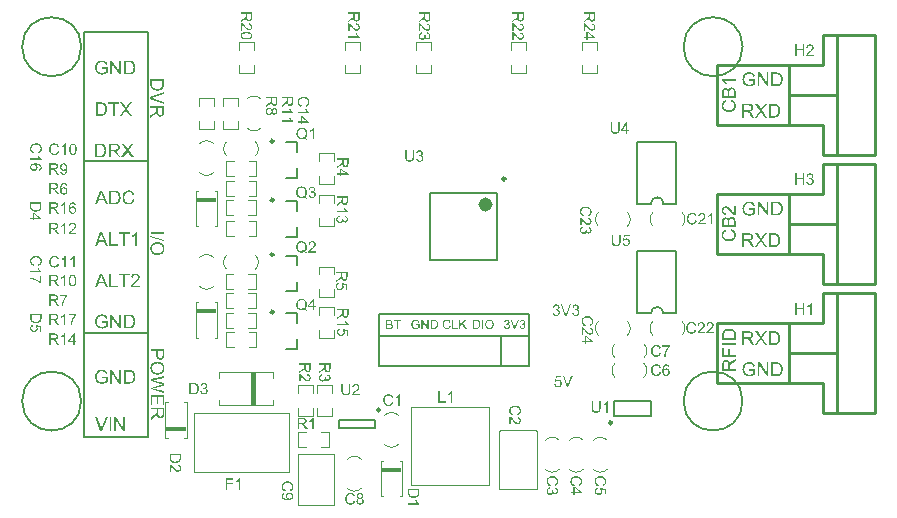
<source format=gto>
G04*
G04 #@! TF.GenerationSoftware,Altium Limited,Altium Designer,19.0.15 (446)*
G04*
G04 Layer_Color=65535*
%FSTAX24Y24*%
%MOIN*%
G70*
G01*
G75*
%ADD10C,0.0079*%
%ADD11C,0.0039*%
%ADD12C,0.0098*%
%ADD13C,0.0050*%
%ADD14C,0.0236*%
%ADD15C,0.0100*%
%ADD16C,0.0071*%
%ADD17C,0.0070*%
%ADD18R,0.0690X0.0180*%
%ADD19R,0.0140X0.1100*%
G36*
X039018Y016545D02*
X039188Y016307D01*
X039114D01*
X038999Y016468D01*
X038998Y016469D01*
X038997Y016471D01*
X038996Y016474D01*
X038993Y016477D01*
X038987Y016486D01*
X038981Y016496D01*
X03898Y016495D01*
X038978Y016493D01*
X038975Y016489D01*
X038972Y016484D01*
X038965Y016473D01*
X038962Y016468D01*
X038959Y016465D01*
X038844Y016307D01*
X038772D01*
X038947Y016542D01*
X038792Y016761D01*
X038864D01*
X038947Y016644D01*
Y016644D01*
X038948Y016643D01*
X038949Y016641D01*
X038951Y016638D01*
X038955Y016632D01*
X038961Y016624D01*
X038967Y016615D01*
X038973Y016606D01*
X038978Y016597D01*
X038983Y016589D01*
X038983Y01659D01*
X038985Y016593D01*
X038989Y016598D01*
X038993Y016605D01*
X038998Y016612D01*
X039005Y016621D01*
X039012Y01663D01*
X039019Y01664D01*
X03911Y016761D01*
X039176D01*
X039018Y016545D01*
D02*
G37*
G36*
X039428Y01676D02*
X039441Y01676D01*
X039454Y016758D01*
X039467Y016756D01*
X039479Y016754D01*
X039479D01*
X039481Y016754D01*
X039483D01*
X039485Y016753D01*
X039492Y016751D01*
X039502Y016747D01*
X039512Y016743D01*
X039523Y016737D01*
X039534Y01673D01*
X039545Y016722D01*
X039546Y016721D01*
X039546Y01672D01*
X039548Y016718D01*
X039551Y016716D01*
X039557Y01671D01*
X039565Y016701D01*
X039574Y01669D01*
X039583Y016676D01*
X039591Y016661D01*
X039599Y016644D01*
Y016644D01*
X039599Y016642D01*
X039601Y01664D01*
X039601Y016636D01*
X039603Y016631D01*
X039605Y016626D01*
X039606Y01662D01*
X039608Y016613D01*
X03961Y016606D01*
X039611Y016597D01*
X039614Y016579D01*
X039616Y016558D01*
X039617Y016536D01*
Y016535D01*
Y016534D01*
Y016531D01*
Y016528D01*
X039616Y016523D01*
Y016518D01*
X039616Y016505D01*
X039614Y016491D01*
X039612Y016476D01*
X039608Y01646D01*
X039605Y016444D01*
Y016444D01*
X039604Y016442D01*
X039603Y01644D01*
X039603Y016438D01*
X0396Y01643D01*
X039596Y016421D01*
X039592Y016411D01*
X039587Y0164D01*
X03958Y016389D01*
X039574Y016379D01*
X039573Y016377D01*
X03957Y016374D01*
X039566Y016369D01*
X039561Y016364D01*
X039555Y016357D01*
X039548Y01635D01*
X039541Y016343D01*
X039532Y016337D01*
X039531Y016337D01*
X039528Y016335D01*
X039524Y016332D01*
X039517Y016329D01*
X039509Y016325D01*
X0395Y016322D01*
X03949Y016318D01*
X039478Y016314D01*
X039477D01*
X039475Y016314D01*
X039473Y016313D01*
X039466Y016312D01*
X039457Y016311D01*
X039446Y01631D01*
X039434Y016308D01*
X03942Y016308D01*
X039405Y016307D01*
X039242D01*
Y016761D01*
X039416D01*
X039428Y01676D01*
D02*
G37*
G36*
X038577D02*
X038583D01*
X038597Y01676D01*
X038611Y016758D01*
X038627Y016756D01*
X038642Y016753D01*
X038649Y016751D01*
X038655Y016749D01*
X038655D01*
X038656Y016748D01*
X03866Y016746D01*
X038666Y016743D01*
X038673Y016739D01*
X038681Y016733D01*
X038689Y016725D01*
X038697Y016716D01*
X038705Y016705D01*
Y016705D01*
X038706Y016704D01*
X038708Y0167D01*
X038711Y016693D01*
X038715Y016685D01*
X038718Y016675D01*
X038722Y016663D01*
X038724Y016651D01*
X038724Y016637D01*
Y016636D01*
Y016635D01*
Y016632D01*
X038724Y016629D01*
Y016625D01*
X038723Y01662D01*
X03872Y016609D01*
X038716Y016596D01*
X038711Y016582D01*
X038703Y016568D01*
X038698Y016562D01*
X038693Y016555D01*
X038692Y016554D01*
X038691Y016554D01*
X038689Y016552D01*
X038687Y01655D01*
X038684Y016547D01*
X03868Y016545D01*
X038674Y016541D01*
X038669Y016537D01*
X038663Y016534D01*
X038655Y016531D01*
X038647Y016527D01*
X038639Y016524D01*
X038629Y016521D01*
X038619Y016518D01*
X038608Y016516D01*
X038596Y016514D01*
X038598Y016513D01*
X0386Y016512D01*
X038604Y016509D01*
X038609Y016507D01*
X038621Y016499D01*
X038627Y016495D01*
X038632Y016491D01*
X038634Y016489D01*
X038637Y016486D01*
X038642Y016481D01*
X038649Y016474D01*
X038656Y016465D01*
X038664Y016455D01*
X038673Y016444D01*
X038682Y01643D01*
X03876Y016307D01*
X038685D01*
X038626Y016402D01*
Y016402D01*
X038624Y016404D01*
X038623Y016405D01*
X038621Y016408D01*
X038617Y016415D01*
X038611Y016425D01*
X038603Y016434D01*
X038596Y016445D01*
X038589Y016455D01*
X038582Y016464D01*
X038582Y016465D01*
X03858Y016467D01*
X038577Y016471D01*
X038572Y016476D01*
X038562Y016486D01*
X038557Y01649D01*
X038552Y016494D01*
X038551Y016495D01*
X03855Y016495D01*
X038547Y016497D01*
X038543Y016499D01*
X038539Y016501D01*
X038535Y016503D01*
X038524Y016506D01*
X038523D01*
X038522Y016507D01*
X03852D01*
X038516Y016507D01*
X038512Y016508D01*
X038506D01*
X038499Y016508D01*
X038422D01*
Y016307D01*
X038361D01*
Y016761D01*
X038572D01*
X038577Y01676D01*
D02*
G37*
G36*
X017022Y015481D02*
X017027D01*
X01704Y01548D01*
X017054Y015478D01*
X017068Y015474D01*
X017084Y01547D01*
X017099Y015465D01*
X0171D01*
X017101Y015464D01*
X017103Y015464D01*
X017105Y015462D01*
X017113Y015459D01*
X017122Y015454D01*
X017132Y015447D01*
X017142Y01544D01*
X017152Y015431D01*
X017161Y015421D01*
X017162Y015419D01*
X017165Y015415D01*
X017169Y015409D01*
X017174Y015401D01*
X01718Y01539D01*
X017185Y015377D01*
X017191Y015363D01*
X017196Y015346D01*
X017142Y015332D01*
Y015333D01*
X017141Y015333D01*
X01714Y015335D01*
X01714Y015338D01*
X017138Y015344D01*
X017135Y015352D01*
X017131Y015361D01*
X017126Y015369D01*
X017122Y015379D01*
X017116Y015386D01*
X017115Y015387D01*
X017113Y01539D01*
X017109Y015393D01*
X017105Y015398D01*
X017099Y015403D01*
X017091Y015408D01*
X017082Y015413D01*
X017073Y015418D01*
X017071Y015419D01*
X017068Y01542D01*
X017062Y015422D01*
X017054Y015424D01*
X017045Y015426D01*
X017035Y015428D01*
X017023Y01543D01*
X01701Y01543D01*
X017003D01*
X017Y01543D01*
X016996D01*
X016986Y015429D01*
X016975Y015427D01*
X016962Y015425D01*
X016951Y015422D01*
X016939Y015417D01*
X016937Y015417D01*
X016934Y015415D01*
X016928Y015412D01*
X016922Y015409D01*
X016914Y015403D01*
X016905Y015398D01*
X016897Y015392D01*
X01689Y015384D01*
X01689Y015384D01*
X016887Y015381D01*
X016884Y015377D01*
X01688Y015371D01*
X016875Y015365D01*
X016871Y015357D01*
X016866Y015348D01*
X016861Y015339D01*
Y015338D01*
X016861Y015337D01*
X01686Y015335D01*
X016859Y015332D01*
X016857Y015328D01*
X016856Y015323D01*
X016854Y015318D01*
X016853Y015312D01*
X01685Y015298D01*
X016847Y015283D01*
X016845Y015266D01*
X016844Y015248D01*
Y015247D01*
Y015245D01*
Y015242D01*
X016845Y015238D01*
Y015233D01*
X016846Y015226D01*
X016846Y01522D01*
X016847Y015213D01*
X01685Y015196D01*
X016853Y015179D01*
X016858Y015162D01*
X016865Y015146D01*
Y015145D01*
X016866Y015144D01*
X016867Y015142D01*
X016869Y015139D01*
X016873Y015132D01*
X01688Y015123D01*
X016889Y015113D01*
X016899Y015103D01*
X016912Y015094D01*
X016926Y015085D01*
X016926D01*
X016928Y015085D01*
X01693Y015083D01*
X016933Y015082D01*
X016936Y015081D01*
X016941Y015079D01*
X016951Y015075D01*
X016964Y015072D01*
X016979Y015069D01*
X016995Y015066D01*
X017011Y015066D01*
X017018D01*
X017021Y015066D01*
X017025D01*
X017035Y015068D01*
X017047Y015069D01*
X01706Y015072D01*
X017073Y015075D01*
X017087Y01508D01*
X017088D01*
X017089Y015081D01*
X01709Y015081D01*
X017093Y015083D01*
X0171Y015086D01*
X017108Y01509D01*
X017117Y015094D01*
X017127Y0151D01*
X017136Y015106D01*
X017144Y015112D01*
Y015197D01*
X01701D01*
Y015251D01*
X017203D01*
Y015083D01*
X017203Y015082D01*
X017201Y015081D01*
X017199Y015079D01*
X017195Y015077D01*
X017191Y015074D01*
X017187Y015071D01*
X017181Y015067D01*
X017175Y015063D01*
X017161Y015054D01*
X017145Y015045D01*
X017129Y015037D01*
X017111Y01503D01*
X017111D01*
X017109Y015029D01*
X017107Y015028D01*
X017103Y015027D01*
X017099Y015026D01*
X017094Y015024D01*
X017088Y015022D01*
X017082Y015021D01*
X017067Y015018D01*
X017051Y015014D01*
X017033Y015012D01*
X017015Y015012D01*
X017008D01*
X017004Y015012D01*
X016998D01*
X016991Y015013D01*
X016983Y015014D01*
X016974Y015015D01*
X016955Y015019D01*
X016935Y015024D01*
X016914Y015031D01*
X016903Y015035D01*
X016893Y01504D01*
X016892Y015041D01*
X01689Y015041D01*
X016888Y015043D01*
X016884Y015045D01*
X016879Y015049D01*
X016875Y015052D01*
X016862Y015061D01*
X016849Y015073D01*
X016835Y015087D01*
X016822Y015104D01*
X01681Y015123D01*
Y015123D01*
X016809Y015125D01*
X016808Y015128D01*
X016806Y015133D01*
X016804Y015137D01*
X016802Y015144D01*
X016799Y01515D01*
X016796Y015158D01*
X016794Y015167D01*
X016791Y015176D01*
X016789Y015186D01*
X016787Y015197D01*
X016784Y01522D01*
X016783Y015244D01*
Y015245D01*
Y015247D01*
Y015251D01*
X016783Y015255D01*
Y015261D01*
X016784Y015268D01*
X016785Y015276D01*
X016786Y015284D01*
X016788Y015293D01*
X016789Y015303D01*
X016794Y015324D01*
X016801Y015346D01*
X01681Y015367D01*
X016811Y015368D01*
X016812Y01537D01*
X016813Y015373D01*
X016815Y015377D01*
X016818Y015382D01*
X016821Y015387D01*
X016831Y0154D01*
X016842Y015414D01*
X016855Y015428D01*
X016871Y015441D01*
X01688Y015447D01*
X01689Y015453D01*
X01689Y015454D01*
X016892Y015455D01*
X016895Y015456D01*
X016899Y015458D01*
X016904Y01546D01*
X01691Y015462D01*
X016917Y015465D01*
X016924Y015468D01*
X016933Y01547D01*
X016942Y015472D01*
X016952Y015475D01*
X016962Y015477D01*
X016985Y01548D01*
X016997Y015481D01*
X017018D01*
X017022Y015481D01*
D02*
G37*
G36*
X017649Y01502D02*
X017586D01*
X017349Y015376D01*
Y01502D01*
X017291D01*
Y015474D01*
X017353D01*
X017591Y015117D01*
Y015474D01*
X017649D01*
Y01502D01*
D02*
G37*
G36*
X017936Y015473D02*
X017949Y015472D01*
X017962Y015471D01*
X017975Y015469D01*
X017986Y015467D01*
X017987D01*
X017988Y015466D01*
X01799D01*
X017993Y015465D01*
X018Y015463D01*
X018009Y01546D01*
X01802Y015455D01*
X018031Y015449D01*
X018042Y015443D01*
X018053Y015434D01*
X018053Y015434D01*
X018054Y015433D01*
X018056Y015431D01*
X018059Y015429D01*
X018065Y015422D01*
X018073Y015413D01*
X018082Y015402D01*
X018091Y015389D01*
X018099Y015374D01*
X018106Y015357D01*
Y015356D01*
X018107Y015355D01*
X018108Y015352D01*
X018109Y015348D01*
X018111Y015344D01*
X018112Y015338D01*
X018114Y015333D01*
X018116Y015325D01*
X018118Y015318D01*
X018119Y01531D01*
X018122Y015291D01*
X018124Y015271D01*
X018125Y015249D01*
Y015248D01*
Y015247D01*
Y015243D01*
Y01524D01*
X018124Y015236D01*
Y01523D01*
X018124Y015218D01*
X018122Y015203D01*
X01812Y015188D01*
X018116Y015173D01*
X018112Y015157D01*
Y015156D01*
X018112Y015155D01*
X018111Y015153D01*
X01811Y01515D01*
X018108Y015143D01*
X018104Y015134D01*
X0181Y015123D01*
X018095Y015113D01*
X018088Y015102D01*
X018082Y015091D01*
X018081Y01509D01*
X018078Y015087D01*
X018074Y015082D01*
X018069Y015076D01*
X018063Y01507D01*
X018056Y015063D01*
X018049Y015056D01*
X01804Y01505D01*
X018039Y015049D01*
X018036Y015047D01*
X018032Y015045D01*
X018025Y015041D01*
X018017Y015037D01*
X018008Y015034D01*
X017998Y01503D01*
X017986Y015027D01*
X017984D01*
X017982Y015026D01*
X017981Y015026D01*
X017974Y015025D01*
X017965Y015024D01*
X017954Y015022D01*
X017942Y015021D01*
X017928Y01502D01*
X017913Y01502D01*
X01775D01*
Y015474D01*
X017924D01*
X017936Y015473D01*
D02*
G37*
G36*
X038601Y021087D02*
X038606D01*
X038619Y021086D01*
X038632Y021084D01*
X038647Y021081D01*
X038663Y021077D01*
X038678Y021071D01*
X038678D01*
X03868Y021071D01*
X038682Y02107D01*
X038684Y021069D01*
X038691Y021065D01*
X038701Y02106D01*
X03871Y021054D01*
X038721Y021046D01*
X038731Y021037D01*
X03874Y021027D01*
X038741Y021025D01*
X038744Y021022D01*
X038748Y021016D01*
X038753Y021007D01*
X038758Y020997D01*
X038764Y020984D01*
X03877Y020969D01*
X038775Y020953D01*
X03872Y020938D01*
Y020939D01*
X03872Y02094D01*
X038719Y020942D01*
X038718Y020944D01*
X038716Y02095D01*
X038714Y020958D01*
X03871Y020967D01*
X038705Y020976D01*
X038701Y020985D01*
X038695Y020993D01*
X038694Y020993D01*
X038692Y020996D01*
X038688Y020999D01*
X038684Y021004D01*
X038678Y021009D01*
X03867Y021014D01*
X038661Y02102D01*
X038651Y021024D01*
X03865Y021025D01*
X038647Y021026D01*
X038641Y021028D01*
X038633Y021031D01*
X038624Y021033D01*
X038613Y021035D01*
X038602Y021036D01*
X038589Y021037D01*
X038582D01*
X038579Y021036D01*
X038575D01*
X038565Y021035D01*
X038554Y021033D01*
X038541Y021031D01*
X038529Y021028D01*
X038518Y021024D01*
X038516Y021023D01*
X038512Y021022D01*
X038507Y021018D01*
X0385Y021015D01*
X038493Y02101D01*
X038484Y021004D01*
X038476Y020998D01*
X038469Y020991D01*
X038468Y02099D01*
X038466Y020987D01*
X038462Y020983D01*
X038458Y020978D01*
X038454Y020971D01*
X038449Y020963D01*
X038445Y020955D01*
X03844Y020945D01*
Y020945D01*
X038439Y020943D01*
X038439Y020942D01*
X038438Y020938D01*
X038436Y020934D01*
X038435Y02093D01*
X038433Y020924D01*
X038432Y020919D01*
X038428Y020905D01*
X038426Y020889D01*
X038424Y020873D01*
X038423Y020854D01*
Y020854D01*
Y020852D01*
Y020848D01*
X038424Y020844D01*
Y020839D01*
X038424Y020833D01*
X038425Y020826D01*
X038426Y020819D01*
X038428Y020802D01*
X038432Y020785D01*
X038437Y020768D01*
X038443Y020752D01*
Y020751D01*
X038445Y02075D01*
X038445Y020748D01*
X038447Y020745D01*
X038452Y020738D01*
X038459Y020729D01*
X038468Y020719D01*
X038478Y020709D01*
X038491Y0207D01*
X038504Y020692D01*
X038505D01*
X038506Y020691D01*
X038508Y02069D01*
X038512Y020688D01*
X038515Y020687D01*
X03852Y020686D01*
X03853Y020682D01*
X038543Y020678D01*
X038558Y020675D01*
X038573Y020673D01*
X03859Y020672D01*
X038596D01*
X0386Y020673D01*
X038604D01*
X038614Y020674D01*
X038626Y020675D01*
X038638Y020678D01*
X038652Y020682D01*
X038666Y020686D01*
X038666D01*
X038668Y020687D01*
X038669Y020688D01*
X038672Y020689D01*
X038679Y020692D01*
X038687Y020696D01*
X038696Y020701D01*
X038706Y020706D01*
X038715Y020712D01*
X038723Y020718D01*
Y020804D01*
X038589D01*
Y020858D01*
X038782D01*
Y020689D01*
X038781Y020688D01*
X03878Y020688D01*
X038777Y020686D01*
X038774Y020683D01*
X03877Y02068D01*
X038766Y020677D01*
X03876Y020673D01*
X038754Y020669D01*
X03874Y020661D01*
X038724Y020652D01*
X038708Y020643D01*
X03869Y020636D01*
X038689D01*
X038688Y020635D01*
X038685Y020635D01*
X038682Y020633D01*
X038678Y020632D01*
X038672Y02063D01*
X038666Y020629D01*
X038661Y020627D01*
X038646Y020624D01*
X03863Y020621D01*
X038612Y020619D01*
X038594Y020618D01*
X038587D01*
X038582Y020619D01*
X038577D01*
X038569Y020619D01*
X038561Y020621D01*
X038553Y020621D01*
X038534Y020625D01*
X038514Y02063D01*
X038493Y020637D01*
X038482Y020641D01*
X038472Y020646D01*
X038471Y020647D01*
X038469Y020648D01*
X038466Y02065D01*
X038462Y020652D01*
X038458Y020655D01*
X038453Y020658D01*
X038441Y020667D01*
X038428Y020679D01*
X038414Y020694D01*
X038401Y02071D01*
X038389Y020729D01*
Y02073D01*
X038388Y020732D01*
X038386Y020734D01*
X038384Y020739D01*
X038382Y020743D01*
X03838Y02075D01*
X038378Y020757D01*
X038375Y020764D01*
X038373Y020773D01*
X03837Y020783D01*
X038368Y020793D01*
X038366Y020803D01*
X038363Y020826D01*
X038361Y02085D01*
Y020851D01*
Y020854D01*
Y020857D01*
X038362Y020861D01*
Y020867D01*
X038363Y020875D01*
X038364Y020882D01*
X038365Y02089D01*
X038367Y0209D01*
X038368Y020909D01*
X038373Y02093D01*
X03838Y020952D01*
X038389Y020974D01*
X03839Y020974D01*
X03839Y020976D01*
X038392Y020979D01*
X038394Y020983D01*
X038397Y020988D01*
X0384Y020993D01*
X038409Y021006D01*
X03842Y02102D01*
X038434Y021034D01*
X03845Y021048D01*
X038459Y021054D01*
X038468Y02106D01*
X038469Y02106D01*
X038471Y021061D01*
X038474Y021062D01*
X038478Y021064D01*
X038483Y021066D01*
X038489Y021069D01*
X038495Y021071D01*
X038503Y021074D01*
X038512Y021077D01*
X038521Y021079D01*
X038531Y021081D01*
X038541Y021083D01*
X038564Y021086D01*
X038576Y021088D01*
X038597D01*
X038601Y021087D01*
D02*
G37*
G36*
X039227Y020626D02*
X039165D01*
X038928Y020982D01*
Y020626D01*
X03887D01*
Y02108D01*
X038931D01*
X03917Y020723D01*
Y02108D01*
X039227D01*
Y020626D01*
D02*
G37*
G36*
X039515Y021079D02*
X039528Y021079D01*
X039541Y021077D01*
X039554Y021075D01*
X039565Y021073D01*
X039566D01*
X039567Y021073D01*
X039569D01*
X039572Y021071D01*
X039579Y021069D01*
X039588Y021066D01*
X039599Y021062D01*
X03961Y021056D01*
X039621Y021049D01*
X039631Y021041D01*
X039632Y02104D01*
X039633Y021039D01*
X039635Y021037D01*
X039637Y021035D01*
X039644Y021029D01*
X039652Y02102D01*
X03966Y021008D01*
X039669Y020995D01*
X039678Y02098D01*
X039685Y020963D01*
Y020963D01*
X039686Y020961D01*
X039687Y020959D01*
X039688Y020955D01*
X03969Y02095D01*
X039691Y020945D01*
X039692Y020939D01*
X039694Y020932D01*
X039696Y020924D01*
X039698Y020916D01*
X039701Y020898D01*
X039703Y020877D01*
X039704Y020855D01*
Y020854D01*
Y020853D01*
Y02085D01*
Y020846D01*
X039703Y020842D01*
Y020837D01*
X039702Y020824D01*
X0397Y02081D01*
X039698Y020795D01*
X039695Y020779D01*
X039691Y020763D01*
Y020762D01*
X03969Y020761D01*
X03969Y020759D01*
X039689Y020757D01*
X039687Y020749D01*
X039683Y02074D01*
X039679Y02073D01*
X039673Y020719D01*
X039667Y020708D01*
X03966Y020697D01*
X03966Y020696D01*
X039657Y020693D01*
X039653Y020688D01*
X039648Y020682D01*
X039642Y020676D01*
X039635Y020669D01*
X039627Y020662D01*
X039619Y020656D01*
X039618Y020656D01*
X039615Y020654D01*
X03961Y020651D01*
X039604Y020648D01*
X039596Y020644D01*
X039587Y02064D01*
X039576Y020636D01*
X039565Y020633D01*
X039563D01*
X039561Y020633D01*
X039559Y020632D01*
X039553Y020631D01*
X039544Y02063D01*
X039533Y020629D01*
X039521Y020627D01*
X039507Y020627D01*
X039492Y020626D01*
X039328D01*
Y02108D01*
X039503D01*
X039515Y021079D01*
D02*
G37*
G36*
X017847Y024179D02*
X018017Y023941D01*
X017943D01*
X017828Y024102D01*
X017828Y024103D01*
X017826Y024105D01*
X017825Y024108D01*
X017822Y024111D01*
X017817Y02412D01*
X01781Y02413D01*
X017809Y024129D01*
X017807Y024127D01*
X017805Y024123D01*
X017801Y024117D01*
X017794Y024107D01*
X017791Y024102D01*
X017788Y024098D01*
X017674Y023941D01*
X017601D01*
X017777Y024176D01*
X017622Y024395D01*
X017693D01*
X017776Y024278D01*
Y024277D01*
X017777Y024277D01*
X017778Y024275D01*
X01778Y024272D01*
X017784Y024266D01*
X01779Y024258D01*
X017796Y024249D01*
X017802Y024239D01*
X017807Y024231D01*
X017812Y024223D01*
X017813Y024224D01*
X017815Y024227D01*
X017818Y024232D01*
X017822Y024239D01*
X017828Y024246D01*
X017834Y024255D01*
X017841Y024264D01*
X017849Y024274D01*
X017939Y024395D01*
X018005D01*
X017847Y024179D01*
D02*
G37*
G36*
X017586Y024341D02*
X017436D01*
Y023941D01*
X017376D01*
Y024341D01*
X017226D01*
Y024395D01*
X017586D01*
Y024341D01*
D02*
G37*
G36*
X016989Y024394D02*
X017002Y024394D01*
X017015Y024392D01*
X017028Y02439D01*
X017039Y024388D01*
X01704D01*
X017041Y024388D01*
X017043D01*
X017046Y024386D01*
X017053Y024384D01*
X017062Y024381D01*
X017073Y024377D01*
X017084Y024371D01*
X017095Y024364D01*
X017105Y024356D01*
X017106Y024355D01*
X017107Y024354D01*
X017109Y024352D01*
X017111Y02435D01*
X017118Y024344D01*
X017126Y024335D01*
X017134Y024323D01*
X017143Y02431D01*
X017152Y024295D01*
X017159Y024278D01*
Y024277D01*
X01716Y024276D01*
X017161Y024274D01*
X017162Y02427D01*
X017164Y024265D01*
X017165Y02426D01*
X017166Y024254D01*
X017168Y024247D01*
X01717Y024239D01*
X017172Y024231D01*
X017175Y024213D01*
X017177Y024192D01*
X017178Y02417D01*
Y024169D01*
Y024168D01*
Y024165D01*
Y024161D01*
X017177Y024157D01*
Y024152D01*
X017176Y024139D01*
X017174Y024125D01*
X017172Y02411D01*
X017169Y024094D01*
X017165Y024078D01*
Y024077D01*
X017164Y024076D01*
X017164Y024074D01*
X017163Y024071D01*
X017161Y024064D01*
X017157Y024055D01*
X017153Y024045D01*
X017147Y024034D01*
X017141Y024023D01*
X017134Y024012D01*
X017134Y024011D01*
X017131Y024008D01*
X017127Y024003D01*
X017122Y023997D01*
X017116Y023991D01*
X017109Y023984D01*
X017102Y023977D01*
X017093Y023971D01*
X017092Y02397D01*
X017089Y023969D01*
X017084Y023966D01*
X017078Y023963D01*
X01707Y023959D01*
X017061Y023955D01*
X01705Y023951D01*
X017039Y023948D01*
X017037D01*
X017035Y023948D01*
X017033Y023947D01*
X017027Y023946D01*
X017018Y023945D01*
X017007Y023944D01*
X016995Y023942D01*
X016981Y023942D01*
X016966Y023941D01*
X016802D01*
Y024395D01*
X016977D01*
X016989Y024394D01*
D02*
G37*
G36*
X018183Y01961D02*
X018127D01*
Y019965D01*
X018127Y019964D01*
X018124Y019962D01*
X01812Y019958D01*
X018113Y019953D01*
X018106Y019947D01*
X018097Y019941D01*
X018086Y019934D01*
X018074Y019926D01*
X018074D01*
X018073Y019926D01*
X018069Y019923D01*
X018063Y01992D01*
X018055Y019916D01*
X018045Y019911D01*
X018036Y019907D01*
X018026Y019902D01*
X018016Y019898D01*
Y019952D01*
X018017D01*
X018018Y019953D01*
X018021Y019954D01*
X018024Y019956D01*
X018028Y019958D01*
X018032Y019961D01*
X018044Y019967D01*
X018057Y019974D01*
X01807Y019984D01*
X018084Y019994D01*
X018097Y020005D01*
X018098Y020006D01*
X018099Y020006D01*
X018101Y020008D01*
X018103Y02001D01*
X018109Y020017D01*
X018117Y020025D01*
X018125Y020034D01*
X018133Y020045D01*
X018141Y020055D01*
X018147Y020066D01*
X018183D01*
Y01961D01*
D02*
G37*
G36*
X017934Y02001D02*
X017784D01*
Y01961D01*
X017724D01*
Y02001D01*
X017574D01*
Y020064D01*
X017934D01*
Y02001D01*
D02*
G37*
G36*
X017313Y019664D02*
X017537D01*
Y01961D01*
X017253D01*
Y020064D01*
X017313D01*
Y019664D01*
D02*
G37*
G36*
X017207Y01961D02*
X017139D01*
X017086Y019748D01*
X016896D01*
X016846Y01961D01*
X016783D01*
X016956Y020064D01*
X017021D01*
X017207Y01961D01*
D02*
G37*
G36*
X017786Y013437D02*
X017724D01*
X017487Y013793D01*
Y013437D01*
X017429D01*
Y013891D01*
X017491D01*
X017729Y013534D01*
Y013891D01*
X017786D01*
Y013437D01*
D02*
G37*
G36*
X017021D02*
X016958D01*
X016783Y013891D01*
X016848D01*
X016966Y013561D01*
Y01356D01*
X016967Y013559D01*
X016968Y013557D01*
X016969Y013554D01*
X01697Y01355D01*
X016971Y013547D01*
X016974Y013537D01*
X016978Y013526D01*
X016982Y013513D01*
X01699Y013487D01*
Y013488D01*
X016991Y013489D01*
X016991Y013491D01*
X016992Y013493D01*
X016994Y013501D01*
X016997Y01351D01*
X017Y013522D01*
X017004Y013534D01*
X017009Y013547D01*
X017014Y013561D01*
X017138Y013891D01*
X017199D01*
X017021Y013437D01*
D02*
G37*
G36*
X017323D02*
X017263D01*
Y013891D01*
X017323D01*
Y013437D01*
D02*
G37*
G36*
X037925Y016849D02*
X03793D01*
X037943Y016848D01*
X037957Y016846D01*
X037972Y016844D01*
X037988Y016841D01*
X038004Y016837D01*
X038005D01*
X038006Y016836D01*
X038008Y016836D01*
X03801Y016835D01*
X038018Y016832D01*
X038027Y016828D01*
X038037Y016824D01*
X038048Y016819D01*
X038059Y016813D01*
X038069Y016806D01*
X038071Y016805D01*
X038074Y016803D01*
X038079Y016799D01*
X038085Y016794D01*
X038091Y016788D01*
X038098Y016781D01*
X038105Y016773D01*
X038111Y016765D01*
X038111Y016763D01*
X038113Y016761D01*
X038116Y016756D01*
X038119Y01675D01*
X038123Y016742D01*
X038127Y016733D01*
X03813Y016722D01*
X038134Y01671D01*
Y016709D01*
X038134Y016707D01*
X038135Y016705D01*
X038136Y016698D01*
X038137Y016689D01*
X038138Y016679D01*
X03814Y016666D01*
X03814Y016653D01*
X038141Y016637D01*
Y016474D01*
X037687D01*
Y016649D01*
X037688Y01666D01*
X037688Y016674D01*
X03769Y016687D01*
X037692Y0167D01*
X037694Y016711D01*
Y016712D01*
X037694Y016713D01*
Y016715D01*
X037696Y016718D01*
X037697Y016725D01*
X037701Y016734D01*
X037705Y016744D01*
X037711Y016756D01*
X037718Y016767D01*
X037726Y016777D01*
X037727Y016778D01*
X037728Y016779D01*
X03773Y016781D01*
X037732Y016783D01*
X037738Y01679D01*
X037747Y016798D01*
X037759Y016806D01*
X037772Y016815D01*
X037787Y016824D01*
X037804Y016831D01*
X037804D01*
X037806Y016832D01*
X037808Y016833D01*
X037812Y016834D01*
X037817Y016836D01*
X037822Y016837D01*
X037828Y016838D01*
X037835Y01684D01*
X037842Y016842D01*
X037851Y016843D01*
X037869Y016847D01*
X03789Y016849D01*
X037912Y016849D01*
X037913D01*
X037914D01*
X037917D01*
X037921D01*
X037925Y016849D01*
D02*
G37*
G36*
X038141Y016308D02*
X037687D01*
Y016368D01*
X038141D01*
Y016308D01*
D02*
G37*
G36*
X037741Y015973D02*
X037881D01*
Y016186D01*
X037935D01*
Y015973D01*
X038141D01*
Y015913D01*
X037687D01*
Y01622D01*
X037741D01*
Y015973D01*
D02*
G37*
G36*
X038141Y015777D02*
X038046Y015717D01*
X038046D01*
X038045Y015716D01*
X038043Y015714D01*
X03804Y015713D01*
X038033Y015708D01*
X038024Y015702D01*
X038014Y015695D01*
X038003Y015688D01*
X037993Y01568D01*
X037984Y015674D01*
X037984Y015673D01*
X037981Y015671D01*
X037977Y015668D01*
X037972Y015663D01*
X037963Y015653D01*
X037958Y015648D01*
X037954Y015643D01*
X037953Y015642D01*
X037953Y015641D01*
X037951Y015638D01*
X037949Y015634D01*
X037947Y015631D01*
X037945Y015626D01*
X037942Y015615D01*
Y015615D01*
X037942Y015613D01*
Y015611D01*
X037941Y015608D01*
X03794Y015603D01*
Y015598D01*
X03794Y015591D01*
Y015513D01*
X038141D01*
Y015453D01*
X037687D01*
Y015663D01*
X037688Y015669D01*
Y015674D01*
X037688Y015688D01*
X03769Y015703D01*
X037692Y015718D01*
X037696Y015733D01*
X037697Y01574D01*
X037699Y015746D01*
Y015747D01*
X0377Y015747D01*
X037702Y015751D01*
X037705Y015757D01*
X037709Y015764D01*
X037715Y015772D01*
X037723Y015781D01*
X037732Y015789D01*
X037743Y015797D01*
X037743D01*
X037744Y015797D01*
X037748Y0158D01*
X037755Y015802D01*
X037763Y015806D01*
X037773Y01581D01*
X037785Y015813D01*
X037797Y015815D01*
X037811Y015816D01*
X037812D01*
X037813D01*
X037816D01*
X037819Y015815D01*
X037823D01*
X037828Y015814D01*
X037839Y015812D01*
X037852Y015808D01*
X037866Y015802D01*
X03788Y015795D01*
X037886Y015789D01*
X037893Y015784D01*
X037894Y015783D01*
X037894Y015783D01*
X037896Y015781D01*
X037898Y015778D01*
X037901Y015775D01*
X037903Y015771D01*
X037907Y015766D01*
X037911Y01576D01*
X037914Y015754D01*
X037917Y015747D01*
X037921Y015739D01*
X037924Y01573D01*
X037927Y01572D01*
X03793Y015711D01*
X037932Y015699D01*
X037934Y015688D01*
X037935Y015689D01*
X037936Y015692D01*
X037939Y015695D01*
X037942Y015701D01*
X037949Y015713D01*
X037953Y015718D01*
X037957Y015724D01*
X037959Y015725D01*
X037962Y015728D01*
X037967Y015734D01*
X037974Y01574D01*
X037983Y015747D01*
X037993Y015756D01*
X038005Y015764D01*
X038018Y015774D01*
X038141Y015852D01*
Y015777D01*
D02*
G37*
G36*
X028519Y017151D02*
X028523Y017151D01*
X028528Y01715D01*
X028533Y01715D01*
X028538Y017148D01*
X02855Y017146D01*
X028563Y017142D01*
X02857Y017139D01*
X028576Y017136D01*
X028582Y017132D01*
X028588Y017128D01*
X028589Y017128D01*
X02859Y017127D01*
X028591Y017126D01*
X028593Y017124D01*
X028596Y017122D01*
X028599Y017119D01*
X028602Y017115D01*
X028605Y017112D01*
X028609Y017107D01*
X028612Y017102D01*
X028616Y017097D01*
X02862Y017091D01*
X028623Y017085D01*
X028626Y017078D01*
X028629Y017071D01*
X028631Y017063D01*
X028592Y017054D01*
Y017054D01*
X028592Y017055D01*
X028591Y017057D01*
X02859Y017059D01*
X028589Y017062D01*
X028588Y017065D01*
X028584Y017072D01*
X02858Y01708D01*
X028575Y017088D01*
X028568Y017096D01*
X028561Y017102D01*
X02856Y017103D01*
X028558Y017105D01*
X028553Y017107D01*
X028548Y01711D01*
X02854Y017113D01*
X028532Y017115D01*
X028522Y017117D01*
X028511Y017117D01*
X028507D01*
X028505Y017117D01*
X028502D01*
X028499Y017117D01*
X02849Y017115D01*
X028481Y017113D01*
X028472Y01711D01*
X028461Y017106D01*
X028452Y0171D01*
X028452D01*
X028451Y017099D01*
X028448Y017097D01*
X028444Y017094D01*
X02844Y017089D01*
X028434Y017082D01*
X028429Y017075D01*
X028424Y017065D01*
X02842Y017055D01*
Y017055D01*
X028419Y017054D01*
X028419Y017053D01*
X028418Y017051D01*
X028417Y017048D01*
X028416Y017045D01*
X028415Y017037D01*
X028413Y017029D01*
X028412Y017019D01*
X028411Y017009D01*
X02841Y016997D01*
Y016997D01*
Y016995D01*
Y016993D01*
Y016991D01*
X028411Y016988D01*
Y016984D01*
X028411Y016979D01*
X028412Y016974D01*
X028413Y016964D01*
X028415Y016953D01*
X028418Y016941D01*
X028421Y01693D01*
Y016929D01*
X028422Y016929D01*
X028423Y016927D01*
X028423Y016925D01*
X028426Y01692D01*
X02843Y016914D01*
X028435Y016907D01*
X028441Y016899D01*
X028448Y016893D01*
X028456Y016887D01*
X028457D01*
X028458Y016886D01*
X028459Y016885D01*
X028461Y016884D01*
X028463Y016884D01*
X028465Y016882D01*
X028472Y01688D01*
X028479Y016877D01*
X028488Y016875D01*
X028498Y016873D01*
X028508Y016873D01*
X028511D01*
X028514Y016873D01*
X028517D01*
X02852Y016874D01*
X028527Y016875D01*
X028537Y016877D01*
X028546Y016881D01*
X028555Y016886D01*
X02856Y016888D01*
X028565Y016892D01*
X028565Y016892D01*
X028565Y016893D01*
X028567Y016894D01*
X028569Y016895D01*
X02857Y016898D01*
X028572Y0169D01*
X028575Y016903D01*
X028577Y016906D01*
X02858Y01691D01*
X028583Y016915D01*
X028586Y016919D01*
X028588Y016924D01*
X02859Y01693D01*
X028593Y016936D01*
X028595Y016943D01*
X028597Y01695D01*
X028637Y01694D01*
Y016939D01*
X028636Y016937D01*
X028635Y016935D01*
X028634Y016931D01*
X028633Y016927D01*
X028631Y016922D01*
X028629Y016917D01*
X028626Y016912D01*
X02862Y016899D01*
X028612Y016887D01*
X028607Y016881D01*
X028603Y016875D01*
X028597Y01687D01*
X028591Y016864D01*
X028591Y016864D01*
X02859Y016863D01*
X028588Y016862D01*
X028586Y01686D01*
X028582Y016858D01*
X028579Y016856D01*
X028574Y016854D01*
X028569Y016852D01*
X028563Y016849D01*
X028557Y016847D01*
X028551Y016845D01*
X028544Y016843D01*
X028536Y016841D01*
X028528Y01684D01*
X02852Y016839D01*
X028511Y016839D01*
X028507D01*
X028503Y016839D01*
X028499D01*
X028494Y016839D01*
X028489Y01684D01*
X028483Y016841D01*
X02847Y016843D01*
X028457Y016847D01*
X028444Y016852D01*
X028438Y016855D01*
X028432Y016858D01*
X028431Y016859D01*
X02843Y016859D01*
X028429Y01686D01*
X028427Y016862D01*
X028424Y016864D01*
X028421Y016867D01*
X028418Y01687D01*
X028414Y016873D01*
X028411Y016877D01*
X028407Y016881D01*
X028399Y016891D01*
X028392Y016903D01*
X028385Y016916D01*
Y016916D01*
X028384Y016918D01*
X028384Y01692D01*
X028382Y016922D01*
X028382Y016926D01*
X02838Y01693D01*
X028378Y016935D01*
X028377Y01694D01*
X028376Y016946D01*
X028374Y016953D01*
X028372Y016966D01*
X02837Y016981D01*
X028369Y016997D01*
Y016998D01*
Y016999D01*
Y017002D01*
X02837Y017005D01*
Y017009D01*
X02837Y017014D01*
X028371Y017019D01*
X028371Y017025D01*
X028374Y017038D01*
X028377Y017052D01*
X028381Y017066D01*
X028387Y017079D01*
X028388Y01708D01*
X028388Y017081D01*
X028389Y017083D01*
X028391Y017085D01*
X028392Y017088D01*
X028395Y017092D01*
X0284Y017099D01*
X028408Y017108D01*
X028416Y017117D01*
X028427Y017126D01*
X028438Y017133D01*
X028439Y017134D01*
X02844Y017134D01*
X028442Y017135D01*
X028444Y017136D01*
X028448Y017137D01*
X028451Y017139D01*
X028455Y017141D01*
X02846Y017142D01*
X028465Y017144D01*
X028471Y017146D01*
X028483Y017148D01*
X028497Y017151D01*
X028512Y017151D01*
X028516D01*
X028519Y017151D01*
D02*
G37*
G36*
X029037Y017023D02*
X029169Y016844D01*
X029117D01*
X029009Y016996D01*
X02896Y016949D01*
Y016844D01*
X028919D01*
Y017146D01*
X02896D01*
Y016996D01*
X029109Y017146D01*
X029164D01*
X029037Y017023D01*
D02*
G37*
G36*
X028725Y01688D02*
X028874D01*
Y016844D01*
X028684D01*
Y017146D01*
X028725D01*
Y01688D01*
D02*
G37*
G36*
X038601Y025398D02*
X038606D01*
X038619Y025397D01*
X038632Y025395D01*
X038647Y025392D01*
X038663Y025388D01*
X038678Y025382D01*
X038678D01*
X03868Y025382D01*
X038682Y025381D01*
X038684Y02538D01*
X038691Y025376D01*
X038701Y025371D01*
X03871Y025365D01*
X038721Y025357D01*
X038731Y025348D01*
X03874Y025338D01*
X038741Y025337D01*
X038744Y025333D01*
X038748Y025327D01*
X038753Y025318D01*
X038758Y025308D01*
X038764Y025295D01*
X03877Y02528D01*
X038775Y025264D01*
X03872Y025249D01*
Y02525D01*
X03872Y025251D01*
X038719Y025253D01*
X038718Y025255D01*
X038716Y025261D01*
X038714Y025269D01*
X03871Y025278D01*
X038705Y025287D01*
X038701Y025296D01*
X038695Y025304D01*
X038694Y025304D01*
X038692Y025307D01*
X038688Y02531D01*
X038684Y025315D01*
X038678Y02532D01*
X03867Y025325D01*
X038661Y025331D01*
X038651Y025335D01*
X03865Y025336D01*
X038647Y025337D01*
X038641Y025339D01*
X038633Y025342D01*
X038624Y025344D01*
X038613Y025346D01*
X038602Y025347D01*
X038589Y025348D01*
X038582D01*
X038579Y025347D01*
X038575D01*
X038565Y025346D01*
X038554Y025344D01*
X038541Y025342D01*
X038529Y025339D01*
X038518Y025335D01*
X038516Y025334D01*
X038512Y025333D01*
X038507Y025329D01*
X0385Y025326D01*
X038493Y025321D01*
X038484Y025316D01*
X038476Y025309D01*
X038469Y025302D01*
X038468Y025301D01*
X038466Y025298D01*
X038462Y025294D01*
X038458Y025289D01*
X038454Y025282D01*
X038449Y025274D01*
X038445Y025266D01*
X03844Y025256D01*
Y025256D01*
X038439Y025255D01*
X038439Y025253D01*
X038438Y025249D01*
X038436Y025245D01*
X038435Y025241D01*
X038433Y025235D01*
X038432Y02523D01*
X038428Y025216D01*
X038426Y0252D01*
X038424Y025184D01*
X038423Y025165D01*
Y025165D01*
Y025163D01*
Y025159D01*
X038424Y025155D01*
Y02515D01*
X038424Y025144D01*
X038425Y025137D01*
X038426Y02513D01*
X038428Y025113D01*
X038432Y025096D01*
X038437Y025079D01*
X038443Y025063D01*
Y025062D01*
X038445Y025061D01*
X038445Y025059D01*
X038447Y025056D01*
X038452Y025049D01*
X038459Y02504D01*
X038468Y02503D01*
X038478Y02502D01*
X038491Y025011D01*
X038504Y025003D01*
X038505D01*
X038506Y025002D01*
X038508Y025001D01*
X038512Y024999D01*
X038515Y024998D01*
X03852Y024997D01*
X03853Y024993D01*
X038543Y024989D01*
X038558Y024986D01*
X038573Y024984D01*
X03859Y024983D01*
X038596D01*
X0386Y024984D01*
X038604D01*
X038614Y024985D01*
X038626Y024986D01*
X038638Y024989D01*
X038652Y024993D01*
X038666Y024997D01*
X038666D01*
X038668Y024998D01*
X038669Y024999D01*
X038672Y025D01*
X038679Y025003D01*
X038687Y025007D01*
X038696Y025012D01*
X038706Y025017D01*
X038715Y025023D01*
X038723Y025029D01*
Y025115D01*
X038589D01*
Y025169D01*
X038782D01*
Y025D01*
X038781Y024999D01*
X03878Y024999D01*
X038777Y024997D01*
X038774Y024994D01*
X03877Y024991D01*
X038766Y024988D01*
X03876Y024984D01*
X038754Y02498D01*
X03874Y024972D01*
X038724Y024963D01*
X038708Y024954D01*
X03869Y024947D01*
X038689D01*
X038688Y024946D01*
X038685Y024946D01*
X038682Y024944D01*
X038678Y024943D01*
X038672Y024941D01*
X038666Y02494D01*
X038661Y024938D01*
X038646Y024935D01*
X03863Y024932D01*
X038612Y02493D01*
X038594Y024929D01*
X038587D01*
X038582Y02493D01*
X038577D01*
X038569Y02493D01*
X038561Y024932D01*
X038553Y024932D01*
X038534Y024936D01*
X038514Y024941D01*
X038493Y024948D01*
X038482Y024952D01*
X038472Y024957D01*
X038471Y024958D01*
X038469Y024959D01*
X038466Y024961D01*
X038462Y024963D01*
X038458Y024966D01*
X038453Y024969D01*
X038441Y024978D01*
X038428Y02499D01*
X038414Y025005D01*
X038401Y025021D01*
X038389Y02504D01*
Y025041D01*
X038388Y025043D01*
X038386Y025045D01*
X038384Y02505D01*
X038382Y025054D01*
X03838Y025061D01*
X038378Y025068D01*
X038375Y025075D01*
X038373Y025084D01*
X03837Y025094D01*
X038368Y025104D01*
X038366Y025114D01*
X038363Y025137D01*
X038361Y025161D01*
Y025162D01*
Y025165D01*
Y025168D01*
X038362Y025173D01*
Y025178D01*
X038363Y025186D01*
X038364Y025193D01*
X038365Y025201D01*
X038367Y025211D01*
X038368Y02522D01*
X038373Y025241D01*
X03838Y025263D01*
X038389Y025285D01*
X03839Y025285D01*
X03839Y025287D01*
X038392Y02529D01*
X038394Y025294D01*
X038397Y025299D01*
X0384Y025304D01*
X038409Y025317D01*
X03842Y025331D01*
X038434Y025345D01*
X03845Y025359D01*
X038459Y025365D01*
X038468Y025371D01*
X038469Y025371D01*
X038471Y025372D01*
X038474Y025373D01*
X038478Y025375D01*
X038483Y025377D01*
X038489Y02538D01*
X038495Y025382D01*
X038503Y025385D01*
X038512Y025388D01*
X038521Y02539D01*
X038531Y025392D01*
X038541Y025394D01*
X038564Y025398D01*
X038576Y025399D01*
X038597D01*
X038601Y025398D01*
D02*
G37*
G36*
X039227Y024937D02*
X039165D01*
X038928Y025293D01*
Y024937D01*
X03887D01*
Y025391D01*
X038931D01*
X03917Y025034D01*
Y025391D01*
X039227D01*
Y024937D01*
D02*
G37*
G36*
X039515Y02539D02*
X039528Y02539D01*
X039541Y025388D01*
X039554Y025386D01*
X039565Y025384D01*
X039566D01*
X039567Y025384D01*
X039569D01*
X039572Y025382D01*
X039579Y02538D01*
X039588Y025377D01*
X039599Y025373D01*
X03961Y025367D01*
X039621Y02536D01*
X039631Y025352D01*
X039632Y025351D01*
X039633Y02535D01*
X039635Y025348D01*
X039637Y025346D01*
X039644Y02534D01*
X039652Y025331D01*
X03966Y025319D01*
X039669Y025306D01*
X039678Y025291D01*
X039685Y025274D01*
Y025274D01*
X039686Y025272D01*
X039687Y02527D01*
X039688Y025266D01*
X03969Y025261D01*
X039691Y025256D01*
X039692Y02525D01*
X039694Y025243D01*
X039696Y025235D01*
X039698Y025227D01*
X039701Y025209D01*
X039703Y025188D01*
X039704Y025166D01*
Y025165D01*
Y025164D01*
Y025161D01*
Y025157D01*
X039703Y025153D01*
Y025148D01*
X039702Y025135D01*
X0397Y025121D01*
X039698Y025106D01*
X039695Y02509D01*
X039691Y025074D01*
Y025073D01*
X03969Y025072D01*
X03969Y02507D01*
X039689Y025068D01*
X039687Y02506D01*
X039683Y025051D01*
X039679Y025041D01*
X039673Y02503D01*
X039667Y025019D01*
X03966Y025009D01*
X03966Y025007D01*
X039657Y025004D01*
X039653Y024999D01*
X039648Y024993D01*
X039642Y024987D01*
X039635Y02498D01*
X039627Y024973D01*
X039619Y024967D01*
X039618Y024967D01*
X039615Y024965D01*
X03961Y024962D01*
X039604Y024959D01*
X039596Y024955D01*
X039587Y024951D01*
X039576Y024948D01*
X039565Y024944D01*
X039563D01*
X039561Y024944D01*
X039559Y024943D01*
X039553Y024942D01*
X039544Y024941D01*
X039533Y02494D01*
X039521Y024938D01*
X039507Y024938D01*
X039492Y024937D01*
X039328D01*
Y025391D01*
X039503D01*
X039515Y02539D01*
D02*
G37*
G36*
X017921Y021457D02*
X017927Y021457D01*
X017934Y021456D01*
X017941Y021455D01*
X01795Y021453D01*
X017967Y021449D01*
X017987Y021443D01*
X017997Y02144D01*
X018006Y021435D01*
X018015Y021429D01*
X018024Y021423D01*
X018025Y021422D01*
X018026Y021422D01*
X018029Y02142D01*
X018032Y021417D01*
X018036Y021413D01*
X01804Y021409D01*
X018045Y021403D01*
X01805Y021398D01*
X018055Y021392D01*
X018061Y021384D01*
X018066Y021376D01*
X018072Y021367D01*
X018076Y021358D01*
X018082Y021348D01*
X018085Y021337D01*
X018089Y021325D01*
X01803Y021312D01*
Y021312D01*
X01803Y021314D01*
X018028Y021316D01*
X018027Y021319D01*
X018026Y021323D01*
X018024Y021329D01*
X018019Y021339D01*
X018012Y021351D01*
X018004Y021363D01*
X017994Y021374D01*
X017984Y021384D01*
X017982Y021385D01*
X017979Y021388D01*
X017972Y021391D01*
X017963Y021396D01*
X017952Y0214D01*
X01794Y021403D01*
X017925Y021406D01*
X017908Y021407D01*
X017903D01*
X0179Y021406D01*
X017895D01*
X01789Y021405D01*
X017878Y021403D01*
X017864Y021401D01*
X017849Y021396D01*
X017834Y02139D01*
X01782Y021381D01*
X01782D01*
X017819Y02138D01*
X017815Y021377D01*
X017809Y021371D01*
X017801Y021363D01*
X017793Y021354D01*
X017785Y021342D01*
X017778Y021329D01*
X017771Y021314D01*
Y021313D01*
X017771Y021312D01*
X01777Y02131D01*
X017769Y021306D01*
X017768Y021302D01*
X017767Y021298D01*
X017765Y021287D01*
X017762Y021274D01*
X017759Y021259D01*
X017758Y021243D01*
X017757Y021226D01*
Y021226D01*
Y021224D01*
Y02122D01*
Y021216D01*
X017758Y021212D01*
Y021206D01*
X017759Y021199D01*
X017759Y021192D01*
X017761Y021176D01*
X017765Y021159D01*
X017769Y021142D01*
X017774Y021125D01*
Y021125D01*
X017775Y021123D01*
X017776Y021121D01*
X017777Y021118D01*
X017781Y02111D01*
X017787Y021101D01*
X017794Y021091D01*
X017803Y021079D01*
X017814Y02107D01*
X017826Y02106D01*
X017827D01*
X017828Y02106D01*
X01783Y021058D01*
X017833Y021057D01*
X017836Y021056D01*
X01784Y021054D01*
X017849Y02105D01*
X017861Y021046D01*
X017874Y021043D01*
X017889Y02104D01*
X017904Y021039D01*
X017908D01*
X017912Y02104D01*
X017917D01*
X017921Y021041D01*
X017933Y021043D01*
X017947Y021047D01*
X017961Y021052D01*
X017975Y021059D01*
X017982Y021063D01*
X017989Y021068D01*
X01799Y021069D01*
X01799Y02107D01*
X017992Y021072D01*
X017995Y021073D01*
X017998Y021077D01*
X018001Y021081D01*
X018005Y021085D01*
X018008Y02109D01*
X018012Y021096D01*
X018017Y021102D01*
X018021Y021109D01*
X018024Y021117D01*
X018028Y021125D01*
X018031Y021134D01*
X018034Y021144D01*
X018037Y021155D01*
X018097Y02114D01*
Y021139D01*
X018097Y021136D01*
X018095Y021133D01*
X018093Y021127D01*
X018091Y021121D01*
X018089Y021114D01*
X018085Y021106D01*
X018082Y021098D01*
X018072Y021079D01*
X018061Y021061D01*
X018053Y021052D01*
X018046Y021043D01*
X018038Y021035D01*
X018029Y021027D01*
X018028Y021026D01*
X018027Y021025D01*
X018024Y021024D01*
X018021Y021021D01*
X018015Y021018D01*
X01801Y021014D01*
X018003Y021011D01*
X017996Y021008D01*
X017987Y021004D01*
X017978Y021001D01*
X017968Y020997D01*
X017958Y020994D01*
X017946Y020991D01*
X017935Y02099D01*
X017922Y020989D01*
X017909Y020988D01*
X017902D01*
X017897Y020989D01*
X017891D01*
X017883Y020989D01*
X017876Y020991D01*
X017866Y020992D01*
X017847Y020995D01*
X017828Y021001D01*
X017808Y021008D01*
X017799Y021012D01*
X01779Y021018D01*
X017789Y021018D01*
X017788Y021019D01*
X017785Y021021D01*
X017782Y021024D01*
X017778Y021026D01*
X017774Y02103D01*
X017769Y021035D01*
X017763Y02104D01*
X017758Y021046D01*
X017752Y021052D01*
X01774Y021067D01*
X017729Y021085D01*
X017719Y021104D01*
Y021105D01*
X017718Y021107D01*
X017717Y02111D01*
X017716Y021114D01*
X017714Y021119D01*
X017712Y021126D01*
X01771Y021133D01*
X017708Y021141D01*
X017706Y02115D01*
X017703Y021159D01*
X0177Y02118D01*
X017697Y021203D01*
X017696Y021226D01*
Y021227D01*
Y02123D01*
Y021234D01*
X017696Y021238D01*
Y021245D01*
X017697Y021251D01*
X017698Y02126D01*
X017699Y021268D01*
X017702Y021287D01*
X017707Y021308D01*
X017714Y021329D01*
X017723Y02135D01*
X017723Y02135D01*
X017724Y021352D01*
X017725Y021355D01*
X017728Y021358D01*
X017731Y021363D01*
X017734Y021368D01*
X017742Y02138D01*
X017754Y021393D01*
X017767Y021406D01*
X017782Y021419D01*
X017799Y02143D01*
X0178Y021431D01*
X017802Y021432D01*
X017805Y021433D01*
X017808Y021435D01*
X017813Y021437D01*
X017818Y021439D01*
X017825Y021441D01*
X017832Y021444D01*
X01784Y021447D01*
X017849Y021449D01*
X017867Y021453D01*
X017888Y021457D01*
X01791Y021458D01*
X017916D01*
X017921Y021457D01*
D02*
G37*
G36*
X017442Y021449D02*
X017455Y021449D01*
X017468Y021447D01*
X017481Y021445D01*
X017492Y021443D01*
X017493D01*
X017494Y021443D01*
X017496D01*
X017499Y021441D01*
X017506Y02144D01*
X017515Y021436D01*
X017526Y021432D01*
X017537Y021426D01*
X017548Y021419D01*
X017559Y021411D01*
X017559Y02141D01*
X01756Y021409D01*
X017562Y021407D01*
X017565Y021405D01*
X017571Y021399D01*
X017579Y02139D01*
X017588Y021379D01*
X017597Y021365D01*
X017605Y02135D01*
X017613Y021333D01*
Y021333D01*
X017613Y021331D01*
X017614Y021329D01*
X017615Y021325D01*
X017617Y02132D01*
X017618Y021315D01*
X01762Y021309D01*
X017622Y021302D01*
X017624Y021295D01*
X017625Y021286D01*
X017628Y021268D01*
X01763Y021247D01*
X017631Y021225D01*
Y021224D01*
Y021223D01*
Y02122D01*
Y021216D01*
X01763Y021212D01*
Y021207D01*
X01763Y021194D01*
X017628Y02118D01*
X017626Y021165D01*
X017622Y021149D01*
X017618Y021133D01*
Y021133D01*
X017618Y021131D01*
X017617Y021129D01*
X017616Y021127D01*
X017614Y021119D01*
X01761Y02111D01*
X017606Y0211D01*
X017601Y021089D01*
X017594Y021078D01*
X017588Y021068D01*
X017587Y021066D01*
X017584Y021063D01*
X01758Y021058D01*
X017575Y021052D01*
X017569Y021046D01*
X017562Y021039D01*
X017555Y021032D01*
X017546Y021026D01*
X017545Y021026D01*
X017542Y021024D01*
X017538Y021021D01*
X017531Y021018D01*
X017523Y021014D01*
X017514Y02101D01*
X017504Y021007D01*
X017492Y021003D01*
X017491D01*
X017489Y021003D01*
X017487Y021002D01*
X01748Y021001D01*
X017471Y021D01*
X01746Y020999D01*
X017448Y020997D01*
X017434Y020997D01*
X017419Y020996D01*
X017256D01*
Y02145D01*
X01743D01*
X017442Y021449D01*
D02*
G37*
G36*
X017207Y020996D02*
X017139D01*
X017086Y021134D01*
X016896D01*
X016846Y020996D01*
X016783D01*
X016956Y02145D01*
X017021D01*
X017207Y020996D01*
D02*
G37*
G36*
X019087Y020003D02*
X018633D01*
Y020063D01*
X019087D01*
Y020003D01*
D02*
G37*
G36*
X019095Y019814D02*
Y019769D01*
X018625Y019901D01*
Y019946D01*
X019095Y019814D01*
D02*
G37*
G36*
X018865Y019738D02*
X018873D01*
X018882Y019736D01*
X018893Y019735D01*
X018905Y019733D01*
X018918Y01973D01*
X018932Y019728D01*
X018947Y019724D01*
X018961Y019719D01*
X018976Y019713D01*
X018991Y019706D01*
X019005Y019698D01*
X019018Y019688D01*
X019031Y019678D01*
X019031Y019677D01*
X019033Y019675D01*
X019037Y019671D01*
X01904Y019667D01*
X019046Y019661D01*
X019051Y019654D01*
X019057Y019645D01*
X019063Y019635D01*
X019069Y019625D01*
X019075Y019613D01*
X01908Y0196D01*
X019085Y019586D01*
X019089Y019571D01*
X019092Y019555D01*
X019094Y019539D01*
X019095Y019521D01*
Y019515D01*
X019094Y019511D01*
Y019505D01*
X019094Y019499D01*
X019092Y019491D01*
X019091Y019483D01*
X019088Y019466D01*
X019082Y019446D01*
X019075Y019427D01*
X01907Y019417D01*
X019065Y019408D01*
X019064Y019407D01*
X019063Y019406D01*
X019061Y019403D01*
X019059Y019399D01*
X019056Y019395D01*
X019052Y01939D01*
X019043Y019379D01*
X019031Y019367D01*
X019017Y019354D01*
X019Y019341D01*
X018981Y019331D01*
X01898D01*
X018978Y01933D01*
X018975Y019328D01*
X018972Y019327D01*
X018966Y019324D01*
X01896Y019322D01*
X018953Y01932D01*
X018945Y019317D01*
X018937Y019315D01*
X018928Y019313D01*
X018917Y01931D01*
X018907Y019308D01*
X018884Y019305D01*
X018859Y019304D01*
X018858D01*
X018855D01*
X018852D01*
X018847Y019305D01*
X018841D01*
X018834Y019305D01*
X018826Y019307D01*
X018817Y019307D01*
X018798Y019311D01*
X018777Y019316D01*
X018756Y019323D01*
X018746Y019327D01*
X018735Y019332D01*
X018735D01*
X018733Y019334D01*
X01873Y019335D01*
X018726Y019337D01*
X018722Y01934D01*
X018717Y019343D01*
X018705Y019353D01*
X018691Y019364D01*
X018678Y019377D01*
X018665Y019393D01*
X018653Y019411D01*
Y019412D01*
X018651Y019413D01*
X01865Y019416D01*
X018648Y01942D01*
X018646Y019425D01*
X018644Y01943D01*
X018642Y019437D01*
X018639Y019444D01*
X018636Y019452D01*
X018634Y01946D01*
X01863Y019479D01*
X018627Y019499D01*
X018625Y019521D01*
Y019528D01*
X018626Y019532D01*
Y019538D01*
X018627Y019544D01*
X018628Y019551D01*
X018629Y01956D01*
X018633Y019578D01*
X018638Y019597D01*
X018646Y019616D01*
X018651Y019626D01*
X018656Y019636D01*
X018657Y019637D01*
X018657Y019638D01*
X018659Y019641D01*
X018662Y019644D01*
X018665Y019648D01*
X018668Y019653D01*
X018678Y019664D01*
X01869Y019677D01*
X018705Y01969D01*
X018721Y019702D01*
X01874Y019713D01*
X018741D01*
X018743Y019714D01*
X018745Y019715D01*
X018749Y019717D01*
X018754Y019719D01*
X01876Y019721D01*
X018767Y019723D01*
X018774Y019725D01*
X018783Y019728D01*
X018791Y01973D01*
X018811Y019734D01*
X018831Y019737D01*
X018853Y019738D01*
X018854D01*
X018855D01*
X018859D01*
X018865Y019738D01*
D02*
G37*
G36*
X017022Y017323D02*
X017027D01*
X01704Y017322D01*
X017054Y01732D01*
X017068Y017317D01*
X017084Y017313D01*
X017099Y017308D01*
X0171D01*
X017101Y017307D01*
X017103Y017306D01*
X017105Y017305D01*
X017113Y017301D01*
X017122Y017296D01*
X017132Y01729D01*
X017142Y017282D01*
X017152Y017274D01*
X017161Y017263D01*
X017162Y017262D01*
X017165Y017258D01*
X017169Y017252D01*
X017174Y017243D01*
X01718Y017233D01*
X017185Y01722D01*
X017191Y017205D01*
X017196Y017189D01*
X017142Y017174D01*
Y017175D01*
X017141Y017176D01*
X01714Y017178D01*
X01714Y01718D01*
X017138Y017186D01*
X017135Y017194D01*
X017131Y017203D01*
X017126Y017212D01*
X017122Y017221D01*
X017116Y017229D01*
X017115Y01723D01*
X017113Y017232D01*
X017109Y017235D01*
X017105Y01724D01*
X017099Y017245D01*
X017091Y017251D01*
X017082Y017256D01*
X017073Y01726D01*
X017071Y017261D01*
X017068Y017262D01*
X017062Y017264D01*
X017054Y017267D01*
X017045Y017269D01*
X017035Y017271D01*
X017023Y017272D01*
X01701Y017273D01*
X017003D01*
X017Y017272D01*
X016996D01*
X016986Y017272D01*
X016975Y01727D01*
X016962Y017268D01*
X016951Y017264D01*
X016939Y01726D01*
X016937Y017259D01*
X016934Y017258D01*
X016928Y017254D01*
X016922Y017251D01*
X016914Y017246D01*
X016905Y017241D01*
X016897Y017234D01*
X01689Y017227D01*
X01689Y017226D01*
X016887Y017224D01*
X016884Y017219D01*
X01688Y017214D01*
X016875Y017207D01*
X016871Y017199D01*
X016866Y017191D01*
X016861Y017182D01*
Y017181D01*
X016861Y01718D01*
X01686Y017178D01*
X016859Y017174D01*
X016857Y017171D01*
X016856Y017166D01*
X016854Y017161D01*
X016853Y017155D01*
X01685Y017141D01*
X016847Y017125D01*
X016845Y017109D01*
X016844Y01709D01*
Y01709D01*
Y017088D01*
Y017085D01*
X016845Y017081D01*
Y017075D01*
X016846Y017069D01*
X016846Y017062D01*
X016847Y017055D01*
X01685Y017039D01*
X016853Y017022D01*
X016858Y017005D01*
X016865Y016988D01*
Y016988D01*
X016866Y016986D01*
X016867Y016984D01*
X016869Y016982D01*
X016873Y016974D01*
X01688Y016965D01*
X016889Y016955D01*
X016899Y016946D01*
X016912Y016936D01*
X016926Y016928D01*
X016926D01*
X016928Y016927D01*
X01693Y016926D01*
X016933Y016925D01*
X016936Y016923D01*
X016941Y016922D01*
X016951Y016918D01*
X016964Y016915D01*
X016979Y016911D01*
X016995Y016909D01*
X017011Y016908D01*
X017018D01*
X017021Y016909D01*
X017025D01*
X017035Y01691D01*
X017047Y016911D01*
X01706Y016914D01*
X017073Y016918D01*
X017087Y016923D01*
X017088D01*
X017089Y016923D01*
X01709Y016924D01*
X017093Y016925D01*
X0171Y016928D01*
X017108Y016932D01*
X017117Y016937D01*
X017127Y016942D01*
X017136Y016948D01*
X017144Y016955D01*
Y01704D01*
X01701D01*
Y017094D01*
X017203D01*
Y016925D01*
X017203Y016925D01*
X017201Y016924D01*
X017199Y016922D01*
X017195Y016919D01*
X017191Y016917D01*
X017187Y016913D01*
X017181Y016909D01*
X017175Y016905D01*
X017161Y016897D01*
X017145Y016888D01*
X017129Y016879D01*
X017111Y016872D01*
X017111D01*
X017109Y016871D01*
X017107Y016871D01*
X017103Y016869D01*
X017099Y016868D01*
X017094Y016866D01*
X017088Y016865D01*
X017082Y016864D01*
X017067Y01686D01*
X017051Y016857D01*
X017033Y016855D01*
X017015Y016854D01*
X017008D01*
X017004Y016855D01*
X016998D01*
X016991Y016856D01*
X016983Y016857D01*
X016974Y016858D01*
X016955Y016862D01*
X016935Y016866D01*
X016914Y016873D01*
X016903Y016877D01*
X016893Y016883D01*
X016892Y016883D01*
X01689Y016884D01*
X016888Y016886D01*
X016884Y016888D01*
X016879Y016891D01*
X016875Y016894D01*
X016862Y016904D01*
X016849Y016915D01*
X016835Y01693D01*
X016822Y016946D01*
X01681Y016965D01*
Y016966D01*
X016809Y016968D01*
X016808Y01697D01*
X016806Y016975D01*
X016804Y01698D01*
X016802Y016986D01*
X016799Y016993D01*
X016796Y017001D01*
X016794Y017009D01*
X016791Y017019D01*
X016789Y017029D01*
X016787Y017039D01*
X016784Y017062D01*
X016783Y017087D01*
Y017087D01*
Y01709D01*
Y017093D01*
X016783Y017098D01*
Y017104D01*
X016784Y017111D01*
X016785Y017118D01*
X016786Y017127D01*
X016788Y017136D01*
X016789Y017146D01*
X016794Y017167D01*
X016801Y017188D01*
X01681Y01721D01*
X016811Y017211D01*
X016812Y017213D01*
X016813Y017215D01*
X016815Y017219D01*
X016818Y017224D01*
X016821Y01723D01*
X016831Y017242D01*
X016842Y017256D01*
X016855Y01727D01*
X016871Y017284D01*
X01688Y01729D01*
X01689Y017296D01*
X01689Y017296D01*
X016892Y017297D01*
X016895Y017298D01*
X016899Y0173D01*
X016904Y017302D01*
X01691Y017305D01*
X016917Y017308D01*
X016924Y01731D01*
X016933Y017313D01*
X016942Y017315D01*
X016952Y017317D01*
X016962Y017319D01*
X016985Y017323D01*
X016997Y017324D01*
X017018D01*
X017022Y017323D01*
D02*
G37*
G36*
X017649Y016862D02*
X017586D01*
X017349Y017218D01*
Y016862D01*
X017291D01*
Y017316D01*
X017353D01*
X017591Y016959D01*
Y017316D01*
X017649D01*
Y016862D01*
D02*
G37*
G36*
X017936Y017315D02*
X017949Y017315D01*
X017962Y017314D01*
X017975Y017312D01*
X017986Y01731D01*
X017987D01*
X017988Y017309D01*
X01799D01*
X017993Y017308D01*
X018Y017306D01*
X018009Y017302D01*
X01802Y017298D01*
X018031Y017292D01*
X018042Y017285D01*
X018053Y017277D01*
X018053Y017276D01*
X018054Y017275D01*
X018056Y017274D01*
X018059Y017272D01*
X018065Y017265D01*
X018073Y017256D01*
X018082Y017245D01*
X018091Y017232D01*
X018099Y017216D01*
X018106Y017199D01*
Y017199D01*
X018107Y017197D01*
X018108Y017195D01*
X018109Y017191D01*
X018111Y017186D01*
X018112Y017181D01*
X018114Y017175D01*
X018116Y017168D01*
X018118Y017161D01*
X018119Y017152D01*
X018122Y017134D01*
X018124Y017113D01*
X018125Y017091D01*
Y01709D01*
Y017089D01*
Y017086D01*
Y017083D01*
X018124Y017078D01*
Y017073D01*
X018124Y01706D01*
X018122Y017046D01*
X01812Y017031D01*
X018116Y017015D01*
X018112Y016999D01*
Y016999D01*
X018112Y016997D01*
X018111Y016995D01*
X01811Y016993D01*
X018108Y016986D01*
X018104Y016976D01*
X0181Y016966D01*
X018095Y016955D01*
X018088Y016944D01*
X018082Y016934D01*
X018081Y016932D01*
X018078Y016929D01*
X018074Y016925D01*
X018069Y016919D01*
X018063Y016912D01*
X018056Y016905D01*
X018049Y016898D01*
X01804Y016892D01*
X018039Y016892D01*
X018036Y01689D01*
X018032Y016887D01*
X018025Y016884D01*
X018017Y01688D01*
X018008Y016877D01*
X017998Y016873D01*
X017986Y016869D01*
X017984D01*
X017982Y016869D01*
X017981Y016868D01*
X017974Y016867D01*
X017965Y016866D01*
X017954Y016865D01*
X017942Y016864D01*
X017928Y016863D01*
X017913Y016862D01*
X01775D01*
Y017316D01*
X017924D01*
X017936Y017315D01*
D02*
G37*
G36*
X019087Y015971D02*
X019086Y015961D01*
X019086Y01595D01*
X019085Y015938D01*
X019084Y015927D01*
X019082Y015917D01*
Y015916D01*
X019081Y015911D01*
X01908Y015906D01*
X019078Y015898D01*
X019075Y015889D01*
X019071Y01588D01*
X019066Y01587D01*
X019061Y015862D01*
X01906Y01586D01*
X019058Y015858D01*
X019054Y015854D01*
X01905Y015849D01*
X019044Y015843D01*
X019036Y015837D01*
X019027Y01583D01*
X019017Y015825D01*
X019016Y015824D01*
X019013Y015823D01*
X019007Y01582D01*
X018999Y015818D01*
X01899Y015816D01*
X018979Y015813D01*
X018968Y015812D01*
X018955Y015811D01*
X018955D01*
X018953D01*
X01895D01*
X018945Y015812D01*
X018941Y015812D01*
X018935Y015813D01*
X018928Y015814D01*
X018921Y015816D01*
X018906Y01582D01*
X018898Y015823D01*
X01889Y015827D01*
X018881Y015831D01*
X018873Y015836D01*
X018865Y015842D01*
X018857Y015849D01*
X018857Y015849D01*
X018855Y01585D01*
X018853Y015852D01*
X018852Y015856D01*
X018848Y01586D01*
X018845Y015865D01*
X018841Y015871D01*
X018838Y015879D01*
X018834Y015887D01*
X01883Y015897D01*
X018827Y015908D01*
X018824Y01592D01*
X018821Y015933D01*
X018819Y015948D01*
X018818Y015964D01*
X018817Y015981D01*
Y016097D01*
X018633D01*
Y016157D01*
X019087D01*
Y015971D01*
D02*
G37*
G36*
X018865Y015752D02*
X018873D01*
X018882Y015751D01*
X018893Y015749D01*
X018905Y015747D01*
X018918Y015745D01*
X018932Y015742D01*
X018947Y015738D01*
X018961Y015733D01*
X018976Y015727D01*
X018991Y015721D01*
X019005Y015712D01*
X019018Y015703D01*
X019031Y015692D01*
X019031Y015692D01*
X019033Y01569D01*
X019037Y015686D01*
X01904Y015681D01*
X019046Y015675D01*
X019051Y015668D01*
X019057Y01566D01*
X019063Y01565D01*
X019069Y015639D01*
X019075Y015627D01*
X01908Y015614D01*
X019085Y015601D01*
X019089Y015585D01*
X019092Y01557D01*
X019094Y015553D01*
X019095Y015536D01*
Y01553D01*
X019094Y015525D01*
Y015519D01*
X019094Y015513D01*
X019092Y015505D01*
X019091Y015498D01*
X019088Y01548D01*
X019082Y015461D01*
X019075Y015442D01*
X01907Y015432D01*
X019065Y015422D01*
X019064Y015421D01*
X019063Y01542D01*
X019061Y015418D01*
X019059Y015414D01*
X019056Y01541D01*
X019052Y015404D01*
X019043Y015393D01*
X019031Y015381D01*
X019017Y015368D01*
X019Y015356D01*
X018981Y015345D01*
X01898D01*
X018978Y015344D01*
X018975Y015343D01*
X018972Y015341D01*
X018966Y015339D01*
X01896Y015337D01*
X018953Y015334D01*
X018945Y015332D01*
X018937Y01533D01*
X018928Y015327D01*
X018917Y015324D01*
X018907Y015322D01*
X018884Y01532D01*
X018859Y015318D01*
X018858D01*
X018855D01*
X018852D01*
X018847Y015319D01*
X018841D01*
X018834Y01532D01*
X018826Y015321D01*
X018817Y015322D01*
X018798Y015325D01*
X018777Y01533D01*
X018756Y015337D01*
X018746Y015341D01*
X018735Y015347D01*
X018735D01*
X018733Y015348D01*
X01873Y015349D01*
X018726Y015352D01*
X018722Y015355D01*
X018717Y015358D01*
X018705Y015367D01*
X018691Y015378D01*
X018678Y015391D01*
X018665Y015407D01*
X018653Y015425D01*
Y015426D01*
X018651Y015427D01*
X01865Y015431D01*
X018648Y015435D01*
X018646Y015439D01*
X018644Y015444D01*
X018642Y015451D01*
X018639Y015458D01*
X018636Y015466D01*
X018634Y015475D01*
X01863Y015494D01*
X018627Y015514D01*
X018625Y015536D01*
Y015542D01*
X018626Y015546D01*
Y015552D01*
X018627Y015559D01*
X018628Y015566D01*
X018629Y015574D01*
X018633Y015592D01*
X018638Y015611D01*
X018646Y015631D01*
X018651Y015641D01*
X018656Y01565D01*
X018657Y015651D01*
X018657Y015652D01*
X018659Y015655D01*
X018662Y015659D01*
X018665Y015663D01*
X018668Y015667D01*
X018678Y015679D01*
X01869Y015691D01*
X018705Y015704D01*
X018721Y015716D01*
X01874Y015727D01*
X018741D01*
X018743Y015728D01*
X018745Y01573D01*
X018749Y015731D01*
X018754Y015733D01*
X01876Y015735D01*
X018767Y015738D01*
X018774Y01574D01*
X018783Y015742D01*
X018791Y015745D01*
X018811Y015749D01*
X018831Y015751D01*
X018853Y015753D01*
X018854D01*
X018855D01*
X018859D01*
X018865Y015752D01*
D02*
G37*
G36*
X019087Y015221D02*
X018789Y015153D01*
X018789D01*
X018787Y015152D01*
X018785Y015152D01*
X018781Y015151D01*
X018777Y015151D01*
X018772Y015149D01*
X018766Y015148D01*
X01876Y015147D01*
X018746Y015143D01*
X01873Y01514D01*
X018713Y015137D01*
X018696Y015133D01*
X018697D01*
X018699Y015133D01*
X018703Y015131D01*
X018708Y015131D01*
X018713Y01513D01*
X01872Y015128D01*
X018734Y015124D01*
X018749Y01512D01*
X018756Y015119D01*
X018762Y015117D01*
X018768Y015116D01*
X018773Y015114D01*
X018777Y015113D01*
X01878Y015112D01*
X019087Y015027D01*
Y014954D01*
X018857Y014889D01*
X018856D01*
X018853Y014888D01*
X018848Y014887D01*
X018842Y014885D01*
X018834Y014884D01*
X018826Y014881D01*
X018816Y014878D01*
X018805Y014876D01*
X018792Y014872D01*
X01878Y01487D01*
X018753Y014864D01*
X018725Y014858D01*
X018696Y014853D01*
X018697D01*
X018698Y014853D01*
X018701D01*
X018704Y014851D01*
X018708Y014851D01*
X018712Y014849D01*
X018718Y014849D01*
X018725Y014847D01*
X018739Y014844D01*
X018756Y01484D01*
X018775Y014836D01*
X018795Y01483D01*
X019087Y01476D01*
Y014699D01*
X018633Y014823D01*
Y014882D01*
X018979Y014977D01*
X018979D01*
X018981Y014978D01*
X018983Y014979D01*
X018986Y014979D01*
X018993Y014981D01*
X019002Y014983D01*
X019011Y014986D01*
X019019Y014988D01*
X019027Y01499D01*
X01903Y014991D01*
X019032Y014992D01*
X019031D01*
X019031Y014992D01*
X019027Y014993D01*
X019021Y014994D01*
X019014Y014996D01*
X019006Y014998D01*
X018996Y015001D01*
X018987Y015003D01*
X018979Y015006D01*
X018633Y015101D01*
Y015164D01*
X019087Y015283D01*
Y015221D01*
D02*
G37*
G36*
Y014313D02*
X019033D01*
Y014581D01*
X018895D01*
Y01433D01*
X018841D01*
Y014581D01*
X018687D01*
Y014302D01*
X018633D01*
Y014641D01*
X019087D01*
Y014313D01*
D02*
G37*
G36*
Y014008D02*
X019086Y014003D01*
Y013997D01*
X019086Y013983D01*
X019084Y013968D01*
X019082Y013953D01*
X019078Y013938D01*
X019077Y013931D01*
X019075Y013925D01*
Y013924D01*
X019074Y013924D01*
X019072Y01392D01*
X019069Y013914D01*
X019065Y013907D01*
X019059Y013899D01*
X019051Y01389D01*
X019042Y013882D01*
X019031Y013875D01*
X019031D01*
X01903Y013874D01*
X019026Y013871D01*
X019019Y013869D01*
X019011Y013865D01*
X019001Y013861D01*
X018989Y013858D01*
X018977Y013856D01*
X018963Y013856D01*
X018962D01*
X018961D01*
X018958D01*
X018955Y013856D01*
X018951D01*
X018946Y013857D01*
X018935Y01386D01*
X018922Y013863D01*
X018908Y013869D01*
X018894Y013877D01*
X018888Y013882D01*
X018881Y013887D01*
X01888Y013888D01*
X01888Y013888D01*
X018878Y01389D01*
X018876Y013893D01*
X018873Y013896D01*
X018871Y0139D01*
X018867Y013905D01*
X018863Y013911D01*
X01886Y013917D01*
X018857Y013924D01*
X018853Y013932D01*
X01885Y013941D01*
X018847Y013951D01*
X018844Y013961D01*
X018842Y013972D01*
X01884Y013984D01*
X018839Y013982D01*
X018838Y01398D01*
X018835Y013976D01*
X018832Y01397D01*
X018825Y013959D01*
X018821Y013953D01*
X018817Y013947D01*
X018815Y013946D01*
X018812Y013943D01*
X018807Y013938D01*
X0188Y013931D01*
X018791Y013924D01*
X018781Y013915D01*
X01877Y013907D01*
X018756Y013898D01*
X018633Y01382D01*
Y013894D01*
X018728Y013954D01*
X018728D01*
X018729Y013955D01*
X018731Y013957D01*
X018734Y013959D01*
X018741Y013963D01*
X01875Y013969D01*
X01876Y013976D01*
X018771Y013984D01*
X018781Y013991D01*
X01879Y013997D01*
X018791Y013998D01*
X018793Y014D01*
X018797Y014003D01*
X018802Y014008D01*
X018812Y014018D01*
X018816Y014023D01*
X01882Y014028D01*
X018821Y014029D01*
X018821Y01403D01*
X018823Y014033D01*
X018825Y014037D01*
X018827Y014041D01*
X018829Y014045D01*
X018832Y014056D01*
Y014056D01*
X018832Y014058D01*
Y01406D01*
X018833Y014064D01*
X018834Y014068D01*
Y014073D01*
X018834Y014081D01*
Y014158D01*
X018633D01*
Y014218D01*
X019087D01*
Y014008D01*
D02*
G37*
G36*
X038133Y020632D02*
X038132D01*
X03813D01*
X038126D01*
X038121Y020632D01*
X038115Y020633D01*
X038108Y020634D01*
X038102Y020636D01*
X038094Y020638D01*
X038094D01*
X038093Y020639D01*
X038089Y02064D01*
X038083Y020643D01*
X038075Y020647D01*
X038066Y020652D01*
X038056Y020659D01*
X038045Y020666D01*
X038034Y020675D01*
X038033D01*
X038033Y020676D01*
X038029Y02068D01*
X038023Y020685D01*
X038014Y020694D01*
X038005Y020704D01*
X037993Y020716D01*
X03798Y020731D01*
X037966Y020748D01*
X037965Y020748D01*
X037963Y020751D01*
X03796Y020755D01*
X037956Y02076D01*
X037951Y020765D01*
X037945Y020773D01*
X037938Y02078D01*
X037931Y020788D01*
X037915Y020805D01*
X0379Y020821D01*
X037892Y020829D01*
X037884Y020836D01*
X037877Y020843D01*
X037869Y020848D01*
X037869D01*
X037868Y020849D01*
X037866Y020851D01*
X037863Y020852D01*
X037856Y020857D01*
X037848Y020862D01*
X037837Y020867D01*
X037826Y020871D01*
X037814Y020874D01*
X037802Y020875D01*
X037801D01*
X0378D01*
X037797Y020874D01*
X03779Y020874D01*
X037783Y020872D01*
X037774Y020869D01*
X037764Y020865D01*
X037755Y020859D01*
X037746Y020851D01*
X037745Y020849D01*
X037742Y020846D01*
X037739Y020842D01*
X037734Y020834D01*
X03773Y020825D01*
X037726Y020815D01*
X037724Y020802D01*
X037723Y020788D01*
Y020785D01*
X037724Y020782D01*
X037724Y020774D01*
X037726Y020765D01*
X037729Y020755D01*
X037734Y020744D01*
X037739Y020733D01*
X037747Y020724D01*
X037749Y020722D01*
X037752Y02072D01*
X037757Y020716D01*
X037765Y020712D01*
X037774Y020707D01*
X037786Y020703D01*
X037799Y020701D01*
X037814Y020699D01*
X037808Y020642D01*
X037808D01*
X037806Y020643D01*
X037802D01*
X037798Y020643D01*
X037793Y020645D01*
X037787Y020646D01*
X037779Y020648D01*
X037772Y02065D01*
X037757Y020655D01*
X037741Y020663D01*
X037733Y020668D01*
X037725Y020674D01*
X037718Y02068D01*
X037711Y020686D01*
X037711Y020687D01*
X03771Y020688D01*
X037708Y02069D01*
X037706Y020693D01*
X037703Y020697D01*
X037701Y020702D01*
X037697Y020707D01*
X037694Y020714D01*
X037691Y020721D01*
X037688Y020729D01*
X037685Y020737D01*
X037682Y020746D01*
X03768Y020756D01*
X037678Y020767D01*
X037678Y020778D01*
X037677Y02079D01*
Y020796D01*
X037678Y020801D01*
X037678Y020806D01*
X037679Y020813D01*
X03768Y02082D01*
X037682Y020827D01*
X037686Y020844D01*
X037693Y020861D01*
X037697Y02087D01*
X037701Y020878D01*
X037707Y020886D01*
X037714Y020893D01*
X037715Y020894D01*
X037715Y020895D01*
X037718Y020897D01*
X03772Y020899D01*
X037724Y020903D01*
X037728Y020906D01*
X037733Y020909D01*
X037739Y020913D01*
X037751Y02092D01*
X037767Y020926D01*
X037775Y020929D01*
X037784Y02093D01*
X037793Y020931D01*
X037803Y020932D01*
X037804D01*
X037808D01*
X037813Y020931D01*
X03782Y020931D01*
X037828Y020929D01*
X037837Y020927D01*
X037847Y020924D01*
X037857Y02092D01*
X037858Y02092D01*
X037861Y020918D01*
X037867Y020916D01*
X037874Y020912D01*
X037882Y020907D01*
X037892Y0209D01*
X037902Y020892D01*
X037913Y020883D01*
X037914Y020882D01*
X037918Y020878D01*
X037921Y020875D01*
X037924Y020872D01*
X037928Y020868D01*
X037934Y020863D01*
X037939Y020857D01*
X037945Y020851D01*
X037951Y020844D01*
X037959Y020836D01*
X037966Y020828D01*
X037974Y020819D01*
X037983Y020808D01*
X037992Y020798D01*
X037993Y020797D01*
X037994Y020796D01*
X037996Y020793D01*
X037999Y02079D01*
X038003Y020786D01*
X038006Y020781D01*
X038015Y020771D01*
X038025Y02076D01*
X038035Y020749D01*
X038043Y02074D01*
X038046Y020736D01*
X03805Y020733D01*
X03805Y020732D01*
X038052Y02073D01*
X038055Y020727D01*
X038059Y020724D01*
X038064Y020721D01*
X038068Y020717D01*
X038079Y020709D01*
Y020933D01*
X038133D01*
Y020632D01*
D02*
G37*
G36*
X038013Y020579D02*
X038021Y020578D01*
X03803Y020577D01*
X03804Y020574D01*
X03805Y020571D01*
X038061Y020566D01*
X038062Y020565D01*
X038066Y020563D01*
X03807Y020561D01*
X038077Y020557D01*
X038083Y020552D01*
X03809Y020546D01*
X038098Y02054D01*
X038104Y020533D01*
X038104Y020532D01*
X038106Y020529D01*
X038109Y020525D01*
X038111Y020519D01*
X038115Y020512D01*
X038119Y020503D01*
X038123Y020494D01*
X038126Y020483D01*
Y020481D01*
X038127Y020478D01*
X038128Y020471D01*
X038129Y020462D01*
X03813Y020452D01*
X038132Y020439D01*
X038132Y020426D01*
X038133Y02041D01*
Y020237D01*
X037679D01*
Y020415D01*
X03768Y02042D01*
Y020425D01*
X037681Y020437D01*
X037682Y02045D01*
X037685Y020464D01*
X037688Y020478D01*
X037693Y02049D01*
Y020491D01*
X037694Y020491D01*
X037696Y020495D01*
X037699Y020501D01*
X037703Y020508D01*
X037709Y020516D01*
X037717Y020524D01*
X037726Y020532D01*
X037736Y020539D01*
X037737Y02054D01*
X037741Y020542D01*
X037746Y020545D01*
X037754Y020548D01*
X037763Y020552D01*
X037773Y020555D01*
X037784Y020557D01*
X037795Y020558D01*
X037797D01*
X0378D01*
X037806Y020557D01*
X037813Y020556D01*
X037821Y020554D01*
X037831Y02055D01*
X03784Y020546D01*
X03785Y020541D01*
X037851Y02054D01*
X037854Y020539D01*
X037859Y020535D01*
X037864Y020529D01*
X037871Y020523D01*
X037878Y020515D01*
X037884Y020505D01*
X037891Y020494D01*
Y020495D01*
X037892Y020496D01*
X037892Y020498D01*
X037894Y0205D01*
X037896Y020508D01*
X037901Y020518D01*
X037907Y020527D01*
X037914Y020539D01*
X037922Y020548D01*
X037933Y020558D01*
X037934Y020558D01*
X037938Y020561D01*
X037944Y020565D01*
X037952Y020569D01*
X037963Y020573D01*
X037974Y020577D01*
X037987Y020579D01*
X038001Y02058D01*
X038002D01*
X038003D01*
X038006D01*
X038013Y020579D01*
D02*
G37*
G36*
X037993Y020165D02*
X037997Y020163D01*
X038002Y020161D01*
X038008Y020159D01*
X038015Y020157D01*
X038023Y020153D01*
X038031Y02015D01*
X03805Y02014D01*
X038068Y020129D01*
X038077Y020121D01*
X038087Y020114D01*
X038094Y020106D01*
X038102Y020097D01*
X038103Y020096D01*
X038104Y020095D01*
X038106Y020092D01*
X038108Y020089D01*
X038111Y020083D01*
X038115Y020078D01*
X038118Y020071D01*
X038121Y020064D01*
X038125Y020055D01*
X038128Y020046D01*
X038132Y020036D01*
X038135Y020026D01*
X038138Y020014D01*
X038139Y020003D01*
X03814Y01999D01*
X038141Y019977D01*
Y01997D01*
X03814Y019965D01*
Y019959D01*
X03814Y019951D01*
X038138Y019944D01*
X038137Y019934D01*
X038134Y019915D01*
X038128Y019896D01*
X038121Y019876D01*
X038117Y019867D01*
X038111Y019858D01*
X038111Y019857D01*
X03811Y019856D01*
X038108Y019853D01*
X038106Y01985D01*
X038103Y019846D01*
X038099Y019842D01*
X038094Y019837D01*
X038089Y019831D01*
X038083Y019826D01*
X038077Y01982D01*
X038062Y019808D01*
X038045Y019797D01*
X038025Y019787D01*
X038024D01*
X038022Y019786D01*
X038019Y019785D01*
X038015Y019783D01*
X03801Y019782D01*
X038003Y01978D01*
X037996Y019778D01*
X037988Y019776D01*
X03798Y019774D01*
X03797Y019771D01*
X037949Y019768D01*
X037926Y019765D01*
X037903Y019764D01*
X037902D01*
X0379D01*
X037896D01*
X037891Y019764D01*
X037884D01*
X037878Y019765D01*
X037869Y019766D01*
X037861Y019767D01*
X037842Y01977D01*
X037821Y019775D01*
X0378Y019781D01*
X037779Y019791D01*
X037779Y019791D01*
X037777Y019792D01*
X037774Y019793D01*
X037771Y019796D01*
X037766Y019799D01*
X037761Y019802D01*
X037749Y01981D01*
X037736Y019822D01*
X037723Y019835D01*
X03771Y01985D01*
X037699Y019867D01*
X037698Y019868D01*
X037697Y01987D01*
X037696Y019873D01*
X037694Y019876D01*
X037692Y019881D01*
X03769Y019886D01*
X037688Y019893D01*
X037685Y0199D01*
X037682Y019908D01*
X03768Y019917D01*
X037676Y019935D01*
X037673Y019956D01*
X037671Y019978D01*
Y019984D01*
X037672Y019989D01*
X037673Y019995D01*
X037673Y020002D01*
X037674Y020009D01*
X037676Y020018D01*
X03768Y020035D01*
X037686Y020055D01*
X03769Y020065D01*
X037694Y020074D01*
X0377Y020083D01*
X037706Y020092D01*
X037707Y020093D01*
X037707Y020094D01*
X037709Y020097D01*
X037713Y0201D01*
X037716Y020104D01*
X03772Y020108D01*
X037726Y020113D01*
X037731Y020118D01*
X037738Y020123D01*
X037745Y020129D01*
X037753Y020134D01*
X037762Y02014D01*
X037772Y020144D01*
X037781Y02015D01*
X037792Y020153D01*
X037804Y020157D01*
X037818Y020098D01*
X037817D01*
X037816Y020098D01*
X037813Y020096D01*
X03781Y020095D01*
X037806Y020094D01*
X0378Y020092D01*
X03779Y020087D01*
X037778Y02008D01*
X037766Y020072D01*
X037755Y020062D01*
X037745Y020052D01*
X037744Y02005D01*
X037741Y020047D01*
X037738Y02004D01*
X037734Y020031D01*
X03773Y02002D01*
X037726Y020008D01*
X037723Y019993D01*
X037722Y019976D01*
Y019971D01*
X037723Y019968D01*
Y019963D01*
X037724Y019958D01*
X037726Y019945D01*
X037728Y019932D01*
X037733Y019917D01*
X037739Y019902D01*
X037748Y019888D01*
Y019888D01*
X037749Y019887D01*
X037753Y019883D01*
X037758Y019877D01*
X037766Y019869D01*
X037776Y019861D01*
X037787Y019853D01*
X0378Y019846D01*
X037816Y019839D01*
X037816D01*
X037818Y019839D01*
X03782Y019838D01*
X037823Y019837D01*
X037827Y019836D01*
X037831Y019835D01*
X037842Y019833D01*
X037856Y01983D01*
X03787Y019827D01*
X037886Y019826D01*
X037903Y019825D01*
X037903D01*
X037905D01*
X037909D01*
X037913D01*
X037917Y019826D01*
X037923D01*
X03793Y019827D01*
X037937Y019827D01*
X037953Y019829D01*
X03797Y019833D01*
X037987Y019837D01*
X038004Y019842D01*
X038005D01*
X038006Y019842D01*
X038008Y019844D01*
X038011Y019845D01*
X038019Y019849D01*
X038028Y019855D01*
X038039Y019862D01*
X03805Y019871D01*
X03806Y019882D01*
X038069Y019894D01*
Y019895D01*
X038069Y019896D01*
X038071Y019898D01*
X038072Y019901D01*
X038073Y019904D01*
X038075Y019908D01*
X038079Y019917D01*
X038083Y019929D01*
X038087Y019942D01*
X038089Y019957D01*
X03809Y019972D01*
Y019976D01*
X038089Y01998D01*
Y019985D01*
X038088Y019989D01*
X038086Y020001D01*
X038083Y020015D01*
X038077Y020029D01*
X03807Y020043D01*
X038066Y02005D01*
X038061Y020057D01*
X03806Y020058D01*
X03806Y020058D01*
X038058Y02006D01*
X038056Y020063D01*
X038052Y020066D01*
X038048Y020069D01*
X038045Y020073D01*
X038039Y020076D01*
X038033Y02008D01*
X038027Y020085D01*
X03802Y020089D01*
X038012Y020092D01*
X038004Y020096D01*
X037995Y020099D01*
X037985Y020102D01*
X037974Y020105D01*
X037989Y020165D01*
X03799D01*
X037993Y020165D01*
D02*
G37*
G36*
X038601Y015733D02*
X038606D01*
X038619Y015732D01*
X038632Y01573D01*
X038647Y015726D01*
X038663Y015722D01*
X038678Y015717D01*
X038678D01*
X03868Y015716D01*
X038682Y015716D01*
X038684Y015714D01*
X038691Y015711D01*
X038701Y015706D01*
X03871Y015699D01*
X038721Y015691D01*
X038731Y015683D01*
X03874Y015672D01*
X038741Y015671D01*
X038744Y015667D01*
X038748Y015661D01*
X038753Y015653D01*
X038758Y015642D01*
X038764Y015629D01*
X03877Y015615D01*
X038775Y015598D01*
X03872Y015584D01*
Y015585D01*
X03872Y015585D01*
X038719Y015587D01*
X038718Y01559D01*
X038716Y015596D01*
X038714Y015604D01*
X03871Y015613D01*
X038705Y015621D01*
X038701Y01563D01*
X038695Y015638D01*
X038694Y015639D01*
X038692Y015642D01*
X038688Y015645D01*
X038684Y01565D01*
X038678Y015655D01*
X03867Y01566D01*
X038661Y015665D01*
X038651Y01567D01*
X03865Y01567D01*
X038647Y015672D01*
X038641Y015674D01*
X038633Y015676D01*
X038624Y015678D01*
X038613Y01568D01*
X038602Y015682D01*
X038589Y015682D01*
X038582D01*
X038579Y015682D01*
X038575D01*
X038565Y015681D01*
X038554Y015679D01*
X038541Y015677D01*
X038529Y015674D01*
X038518Y015669D01*
X038516Y015669D01*
X038512Y015667D01*
X038507Y015664D01*
X0385Y015661D01*
X038493Y015655D01*
X038484Y01565D01*
X038476Y015644D01*
X038469Y015636D01*
X038468Y015636D01*
X038466Y015633D01*
X038462Y015629D01*
X038458Y015623D01*
X038454Y015617D01*
X038449Y015609D01*
X038445Y0156D01*
X03844Y015591D01*
Y01559D01*
X038439Y015589D01*
X038439Y015587D01*
X038438Y015584D01*
X038436Y01558D01*
X038435Y015575D01*
X038433Y01557D01*
X038432Y015564D01*
X038428Y01555D01*
X038426Y015535D01*
X038424Y015518D01*
X038423Y0155D01*
Y015499D01*
Y015497D01*
Y015494D01*
X038424Y01549D01*
Y015485D01*
X038424Y015478D01*
X038425Y015472D01*
X038426Y015465D01*
X038428Y015448D01*
X038432Y015431D01*
X038437Y015414D01*
X038443Y015398D01*
Y015397D01*
X038445Y015396D01*
X038445Y015394D01*
X038447Y015391D01*
X038452Y015384D01*
X038459Y015375D01*
X038468Y015365D01*
X038478Y015355D01*
X038491Y015346D01*
X038504Y015337D01*
X038505D01*
X038506Y015337D01*
X038508Y015335D01*
X038512Y015334D01*
X038515Y015333D01*
X03852Y015331D01*
X03853Y015327D01*
X038543Y015324D01*
X038558Y015321D01*
X038573Y015318D01*
X03859Y015318D01*
X038596D01*
X0386Y015318D01*
X038604D01*
X038614Y01532D01*
X038626Y015321D01*
X038638Y015323D01*
X038652Y015327D01*
X038666Y015332D01*
X038666D01*
X038668Y015333D01*
X038669Y015333D01*
X038672Y015335D01*
X038679Y015338D01*
X038687Y015342D01*
X038696Y015346D01*
X038706Y015352D01*
X038715Y015358D01*
X038723Y015364D01*
Y015449D01*
X038589D01*
Y015503D01*
X038782D01*
Y015335D01*
X038781Y015334D01*
X03878Y015333D01*
X038777Y015331D01*
X038774Y015329D01*
X03877Y015326D01*
X038766Y015323D01*
X03876Y015319D01*
X038754Y015315D01*
X03874Y015306D01*
X038724Y015297D01*
X038708Y015289D01*
X03869Y015281D01*
X038689D01*
X038688Y015281D01*
X038685Y01528D01*
X038682Y015279D01*
X038678Y015278D01*
X038672Y015276D01*
X038666Y015274D01*
X038661Y015273D01*
X038646Y01527D01*
X03863Y015266D01*
X038612Y015264D01*
X038594Y015264D01*
X038587D01*
X038582Y015264D01*
X038577D01*
X038569Y015265D01*
X038561Y015266D01*
X038553Y015267D01*
X038534Y015271D01*
X038514Y015276D01*
X038493Y015283D01*
X038482Y015287D01*
X038472Y015292D01*
X038471Y015293D01*
X038469Y015293D01*
X038466Y015295D01*
X038462Y015297D01*
X038458Y015301D01*
X038453Y015304D01*
X038441Y015313D01*
X038428Y015325D01*
X038414Y015339D01*
X038401Y015356D01*
X038389Y015375D01*
Y015375D01*
X038388Y015377D01*
X038386Y01538D01*
X038384Y015384D01*
X038382Y015389D01*
X03838Y015396D01*
X038378Y015402D01*
X038375Y01541D01*
X038373Y015419D01*
X03837Y015428D01*
X038368Y015438D01*
X038366Y015449D01*
X038363Y015472D01*
X038361Y015496D01*
Y015497D01*
Y015499D01*
Y015503D01*
X038362Y015507D01*
Y015513D01*
X038363Y01552D01*
X038364Y015527D01*
X038365Y015536D01*
X038367Y015545D01*
X038368Y015555D01*
X038373Y015576D01*
X03838Y015598D01*
X038389Y015619D01*
X03839Y01562D01*
X03839Y015622D01*
X038392Y015625D01*
X038394Y015629D01*
X038397Y015634D01*
X0384Y015639D01*
X038409Y015651D01*
X03842Y015666D01*
X038434Y01568D01*
X03845Y015693D01*
X038459Y015699D01*
X038468Y015705D01*
X038469Y015706D01*
X038471Y015707D01*
X038474Y015708D01*
X038478Y01571D01*
X038483Y015712D01*
X038489Y015714D01*
X038495Y015717D01*
X038503Y01572D01*
X038512Y015722D01*
X038521Y015724D01*
X038531Y015727D01*
X038541Y015729D01*
X038564Y015732D01*
X038576Y015733D01*
X038597D01*
X038601Y015733D01*
D02*
G37*
G36*
X039227Y015272D02*
X039165D01*
X038928Y015628D01*
Y015272D01*
X03887D01*
Y015726D01*
X038931D01*
X03917Y015369D01*
Y015726D01*
X039227D01*
Y015272D01*
D02*
G37*
G36*
X039515Y015725D02*
X039528Y015724D01*
X039541Y015723D01*
X039554Y015721D01*
X039565Y015719D01*
X039566D01*
X039567Y015718D01*
X039569D01*
X039572Y015717D01*
X039579Y015715D01*
X039588Y015712D01*
X039599Y015707D01*
X03961Y015701D01*
X039621Y015695D01*
X039631Y015686D01*
X039632Y015686D01*
X039633Y015685D01*
X039635Y015683D01*
X039637Y015681D01*
X039644Y015674D01*
X039652Y015665D01*
X03966Y015654D01*
X039669Y015641D01*
X039678Y015626D01*
X039685Y015609D01*
Y015608D01*
X039686Y015607D01*
X039687Y015604D01*
X039688Y0156D01*
X03969Y015596D01*
X039691Y01559D01*
X039692Y015585D01*
X039694Y015577D01*
X039696Y01557D01*
X039698Y015562D01*
X039701Y015543D01*
X039703Y015523D01*
X039704Y015501D01*
Y0155D01*
Y015499D01*
Y015495D01*
Y015492D01*
X039703Y015487D01*
Y015482D01*
X039702Y01547D01*
X0397Y015455D01*
X039698Y01544D01*
X039695Y015424D01*
X039691Y015409D01*
Y015408D01*
X03969Y015407D01*
X03969Y015405D01*
X039689Y015402D01*
X039687Y015395D01*
X039683Y015386D01*
X039679Y015375D01*
X039673Y015365D01*
X039667Y015354D01*
X03966Y015343D01*
X03966Y015342D01*
X039657Y015339D01*
X039653Y015334D01*
X039648Y015328D01*
X039642Y015322D01*
X039635Y015315D01*
X039627Y015308D01*
X039619Y015302D01*
X039618Y015301D01*
X039615Y015299D01*
X03961Y015297D01*
X039604Y015293D01*
X039596Y015289D01*
X039587Y015286D01*
X039576Y015282D01*
X039565Y015279D01*
X039563D01*
X039561Y015278D01*
X039559Y015278D01*
X039553Y015277D01*
X039544Y015276D01*
X039533Y015274D01*
X039521Y015273D01*
X039507Y015272D01*
X039492Y015272D01*
X039328D01*
Y015726D01*
X039503D01*
X039515Y015725D01*
D02*
G37*
G36*
X017898Y022801D02*
X018068Y022563D01*
X017994D01*
X017879Y022724D01*
X017878Y022725D01*
X017877Y022727D01*
X017876Y02273D01*
X017873Y022733D01*
X017867Y022742D01*
X01786Y022752D01*
X01786Y022751D01*
X017858Y022749D01*
X017855Y022745D01*
X017852Y022739D01*
X017845Y022729D01*
X017841Y022724D01*
X017839Y02272D01*
X017724Y022563D01*
X017652D01*
X017827Y022798D01*
X017672Y023017D01*
X017744D01*
X017826Y0229D01*
Y0229D01*
X017828Y022899D01*
X017829Y022897D01*
X017831Y022894D01*
X017835Y022888D01*
X017841Y02288D01*
X017847Y022871D01*
X017853Y022861D01*
X017858Y022853D01*
X017862Y022845D01*
X017863Y022846D01*
X017865Y022849D01*
X017868Y022854D01*
X017873Y022861D01*
X017878Y022868D01*
X017885Y022877D01*
X017891Y022886D01*
X017899Y022896D01*
X01799Y023017D01*
X018055D01*
X017898Y022801D01*
D02*
G37*
G36*
X017457Y023016D02*
X017463D01*
X017477Y023016D01*
X017491Y023014D01*
X017507Y023012D01*
X017521Y023008D01*
X017529Y023006D01*
X017534Y023004D01*
X017535D01*
X017536Y023004D01*
X01754Y023002D01*
X017546Y022999D01*
X017553Y022995D01*
X017561Y022989D01*
X017569Y022981D01*
X017577Y022972D01*
X017585Y022961D01*
Y022961D01*
X017586Y02296D01*
X017588Y022956D01*
X017591Y022949D01*
X017595Y022941D01*
X017598Y022931D01*
X017601Y022919D01*
X017603Y022907D01*
X017604Y022893D01*
Y022892D01*
Y022891D01*
Y022888D01*
X017603Y022885D01*
Y02288D01*
X017603Y022876D01*
X0176Y022865D01*
X017596Y022852D01*
X017591Y022838D01*
X017583Y022824D01*
X017578Y022818D01*
X017572Y022811D01*
X017572Y02281D01*
X017571Y02281D01*
X017569Y022808D01*
X017567Y022806D01*
X017563Y022803D01*
X017559Y0228D01*
X017554Y022797D01*
X017549Y022793D01*
X017542Y02279D01*
X017535Y022787D01*
X017527Y022783D01*
X017519Y022779D01*
X017509Y022777D01*
X017499Y022774D01*
X017488Y022772D01*
X017476Y02277D01*
X017477Y022769D01*
X01748Y022768D01*
X017484Y022765D01*
X017489Y022762D01*
X017501Y022755D01*
X017507Y022751D01*
X017512Y022747D01*
X017513Y022745D01*
X017517Y022742D01*
X017522Y022737D01*
X017529Y02273D01*
X017536Y022721D01*
X017544Y022711D01*
X017553Y022699D01*
X017562Y022686D01*
X01764Y022563D01*
X017565D01*
X017506Y022657D01*
Y022658D01*
X017504Y022659D01*
X017503Y022661D01*
X017501Y022664D01*
X017496Y022671D01*
X017491Y02268D01*
X017483Y02269D01*
X017476Y022701D01*
X017469Y022711D01*
X017462Y02272D01*
X017462Y02272D01*
X01746Y022723D01*
X017456Y022727D01*
X017452Y022732D01*
X017442Y022741D01*
X017437Y022746D01*
X017431Y02275D01*
X017431Y022751D01*
X017429Y022751D01*
X017427Y022753D01*
X017423Y022755D01*
X017419Y022757D01*
X017414Y022758D01*
X017404Y022762D01*
X017403D01*
X017402Y022762D01*
X017399D01*
X017396Y022763D01*
X017391Y022764D01*
X017386D01*
X017379Y022764D01*
X017302D01*
Y022563D01*
X017241D01*
Y023017D01*
X017452D01*
X017457Y023016D01*
D02*
G37*
G36*
X016969D02*
X016982Y023016D01*
X016995Y023014D01*
X017008Y023012D01*
X017019Y02301D01*
X01702D01*
X017021Y02301D01*
X017023D01*
X017026Y023008D01*
X017033Y023006D01*
X017042Y023003D01*
X017053Y022999D01*
X017064Y022993D01*
X017075Y022986D01*
X017086Y022978D01*
X017086Y022977D01*
X017087Y022976D01*
X017089Y022974D01*
X017092Y022972D01*
X017098Y022966D01*
X017106Y022957D01*
X017115Y022945D01*
X017124Y022932D01*
X017132Y022917D01*
X01714Y0229D01*
Y0229D01*
X01714Y022898D01*
X017142Y022896D01*
X017142Y022892D01*
X017144Y022887D01*
X017145Y022882D01*
X017147Y022876D01*
X017149Y022869D01*
X017151Y022861D01*
X017152Y022853D01*
X017155Y022835D01*
X017157Y022814D01*
X017158Y022792D01*
Y022791D01*
Y02279D01*
Y022787D01*
Y022783D01*
X017157Y022779D01*
Y022774D01*
X017157Y022761D01*
X017155Y022747D01*
X017153Y022732D01*
X017149Y022716D01*
X017145Y0227D01*
Y022699D01*
X017145Y022698D01*
X017144Y022696D01*
X017143Y022694D01*
X017141Y022686D01*
X017137Y022677D01*
X017133Y022667D01*
X017128Y022656D01*
X017121Y022645D01*
X017115Y022634D01*
X017114Y022633D01*
X017111Y02263D01*
X017107Y022625D01*
X017102Y022619D01*
X017096Y022613D01*
X017089Y022606D01*
X017082Y022599D01*
X017073Y022593D01*
X017072Y022593D01*
X017069Y022591D01*
X017065Y022588D01*
X017058Y022585D01*
X01705Y022581D01*
X017041Y022577D01*
X017031Y022573D01*
X017019Y02257D01*
X017018D01*
X017016Y02257D01*
X017014Y022569D01*
X017007Y022568D01*
X016998Y022567D01*
X016987Y022566D01*
X016975Y022564D01*
X016961Y022564D01*
X016946Y022563D01*
X016783D01*
Y023017D01*
X016957D01*
X016969Y023016D01*
D02*
G37*
G36*
X039018Y024124D02*
X039188Y023886D01*
X039114D01*
X038999Y024047D01*
X038998Y024048D01*
X038997Y02405D01*
X038996Y024052D01*
X038993Y024056D01*
X038987Y024065D01*
X038981Y024075D01*
X03898Y024074D01*
X038978Y024071D01*
X038975Y024068D01*
X038972Y024062D01*
X038965Y024052D01*
X038962Y024047D01*
X038959Y024043D01*
X038844Y023886D01*
X038772D01*
X038947Y024121D01*
X038792Y02434D01*
X038864D01*
X038947Y024223D01*
Y024222D01*
X038948Y024222D01*
X038949Y02422D01*
X038951Y024217D01*
X038955Y024211D01*
X038961Y024203D01*
X038967Y024193D01*
X038973Y024184D01*
X038978Y024176D01*
X038983Y024168D01*
X038983Y024169D01*
X038985Y024172D01*
X038989Y024177D01*
X038993Y024184D01*
X038998Y024191D01*
X039005Y0242D01*
X039012Y024209D01*
X039019Y024219D01*
X03911Y02434D01*
X039176D01*
X039018Y024124D01*
D02*
G37*
G36*
X039428Y024339D02*
X039441Y024338D01*
X039454Y024337D01*
X039467Y024335D01*
X039479Y024333D01*
X039479D01*
X039481Y024333D01*
X039483D01*
X039485Y024331D01*
X039492Y024329D01*
X039502Y024326D01*
X039512Y024321D01*
X039523Y024316D01*
X039534Y024309D01*
X039545Y0243D01*
X039546Y0243D01*
X039546Y024299D01*
X039548Y024297D01*
X039551Y024295D01*
X039557Y024289D01*
X039565Y024279D01*
X039574Y024268D01*
X039583Y024255D01*
X039591Y02424D01*
X039599Y024223D01*
Y024222D01*
X039599Y024221D01*
X039601Y024218D01*
X039601Y024214D01*
X039603Y02421D01*
X039605Y024205D01*
X039606Y024199D01*
X039608Y024192D01*
X03961Y024184D01*
X039611Y024176D01*
X039614Y024157D01*
X039616Y024137D01*
X039617Y024115D01*
Y024114D01*
Y024113D01*
Y02411D01*
Y024106D01*
X039616Y024102D01*
Y024096D01*
X039616Y024084D01*
X039614Y02407D01*
X039612Y024054D01*
X039608Y024039D01*
X039605Y024023D01*
Y024022D01*
X039604Y024021D01*
X039603Y024019D01*
X039603Y024016D01*
X0396Y024009D01*
X039596Y024D01*
X039592Y023989D01*
X039587Y023979D01*
X03958Y023968D01*
X039574Y023957D01*
X039573Y023956D01*
X03957Y023953D01*
X039566Y023948D01*
X039561Y023942D01*
X039555Y023936D01*
X039548Y023929D01*
X039541Y023922D01*
X039532Y023916D01*
X039531Y023915D01*
X039528Y023913D01*
X039524Y023911D01*
X039517Y023907D01*
X039509Y023904D01*
X0395Y0239D01*
X03949Y023896D01*
X039478Y023893D01*
X039477D01*
X039475Y023892D01*
X039473Y023892D01*
X039466Y023891D01*
X039457Y02389D01*
X039446Y023888D01*
X039434Y023887D01*
X03942Y023886D01*
X039405Y023886D01*
X039242D01*
Y02434D01*
X039416D01*
X039428Y024339D01*
D02*
G37*
G36*
X038577D02*
X038583D01*
X038597Y024338D01*
X038611Y024337D01*
X038627Y024335D01*
X038642Y024331D01*
X038649Y024329D01*
X038655Y024327D01*
X038655D01*
X038656Y024327D01*
X03866Y024325D01*
X038666Y024322D01*
X038673Y024317D01*
X038681Y024312D01*
X038689Y024304D01*
X038697Y024295D01*
X038705Y024284D01*
Y024283D01*
X038706Y024283D01*
X038708Y024279D01*
X038711Y024272D01*
X038715Y024264D01*
X038718Y024254D01*
X038722Y024242D01*
X038724Y02423D01*
X038724Y024216D01*
Y024215D01*
Y024214D01*
Y024211D01*
X038724Y024208D01*
Y024203D01*
X038723Y024199D01*
X03872Y024188D01*
X038716Y024174D01*
X038711Y024161D01*
X038703Y024147D01*
X038698Y02414D01*
X038693Y024134D01*
X038692Y024133D01*
X038691Y024132D01*
X038689Y024131D01*
X038687Y024129D01*
X038684Y024126D01*
X03868Y024123D01*
X038674Y02412D01*
X038669Y024116D01*
X038663Y024113D01*
X038655Y02411D01*
X038647Y024106D01*
X038639Y024102D01*
X038629Y0241D01*
X038619Y024096D01*
X038608Y024094D01*
X038596Y024092D01*
X038598Y024092D01*
X0386Y02409D01*
X038604Y024088D01*
X038609Y024085D01*
X038621Y024078D01*
X038627Y024073D01*
X038632Y02407D01*
X038634Y024068D01*
X038637Y024065D01*
X038642Y02406D01*
X038649Y024053D01*
X038656Y024044D01*
X038664Y024034D01*
X038673Y024022D01*
X038682Y024009D01*
X03876Y023886D01*
X038685D01*
X038626Y02398D01*
Y023981D01*
X038624Y023982D01*
X038623Y023984D01*
X038621Y023987D01*
X038617Y023994D01*
X038611Y024003D01*
X038603Y024013D01*
X038596Y024024D01*
X038589Y024033D01*
X038582Y024043D01*
X038582Y024043D01*
X03858Y024046D01*
X038577Y02405D01*
X038572Y024054D01*
X038562Y024064D01*
X038557Y024069D01*
X038552Y024073D01*
X038551Y024073D01*
X03855Y024074D01*
X038547Y024075D01*
X038543Y024077D01*
X038539Y024079D01*
X038535Y024081D01*
X038524Y024085D01*
X038523D01*
X038522Y024085D01*
X03852D01*
X038516Y024086D01*
X038512Y024087D01*
X038506D01*
X038499Y024087D01*
X038422D01*
Y023886D01*
X038361D01*
Y02434D01*
X038572D01*
X038577Y024339D01*
D02*
G37*
G36*
X029725Y016844D02*
X029685D01*
Y017146D01*
X029725D01*
Y016844D01*
D02*
G37*
G36*
X029497Y017146D02*
X029506Y017145D01*
X029515Y017144D01*
X029524Y017143D01*
X029531Y017142D01*
X029531D01*
X029532Y017141D01*
X029534D01*
X029535Y017141D01*
X02954Y017139D01*
X029546Y017137D01*
X029553Y017134D01*
X029561Y01713D01*
X029568Y017126D01*
X029575Y01712D01*
X029576Y01712D01*
X029576Y017119D01*
X029577Y017118D01*
X029579Y017117D01*
X029583Y017112D01*
X029589Y017106D01*
X029594Y017099D01*
X0296Y01709D01*
X029606Y01708D01*
X029611Y017068D01*
Y017068D01*
X029611Y017067D01*
X029612Y017065D01*
X029613Y017063D01*
X029614Y01706D01*
X029615Y017056D01*
X029616Y017052D01*
X029617Y017047D01*
X029618Y017043D01*
X029619Y017037D01*
X029621Y017025D01*
X029623Y017011D01*
X029623Y016996D01*
Y016996D01*
Y016995D01*
Y016993D01*
Y016991D01*
X029623Y016988D01*
Y016984D01*
X029622Y016976D01*
X029621Y016966D01*
X02962Y016956D01*
X029618Y016946D01*
X029615Y016935D01*
Y016935D01*
X029614Y016934D01*
X029614Y016933D01*
X029614Y016931D01*
X029612Y016926D01*
X029609Y01692D01*
X029607Y016913D01*
X029603Y016906D01*
X029599Y016898D01*
X029594Y016891D01*
X029594Y016891D01*
X029592Y016888D01*
X02959Y016885D01*
X029586Y016881D01*
X029582Y016877D01*
X029577Y016873D01*
X029573Y016868D01*
X029567Y016864D01*
X029566Y016863D01*
X029564Y016862D01*
X029561Y01686D01*
X029557Y016858D01*
X029552Y016856D01*
X029545Y016853D01*
X029538Y016851D01*
X029531Y016849D01*
X02953D01*
X029528Y016848D01*
X029527Y016848D01*
X029523Y016847D01*
X029517Y016846D01*
X02951Y016846D01*
X029501Y016845D01*
X029492Y016844D01*
X029482Y016844D01*
X029373D01*
Y017146D01*
X029489D01*
X029497Y017146D01*
D02*
G37*
G36*
X029935Y017151D02*
X029939D01*
X029943Y017151D01*
X029948Y01715D01*
X029954Y017149D01*
X029965Y017147D01*
X029978Y017143D01*
X029991Y017138D01*
X029997Y017135D01*
X030004Y017131D01*
X030004Y017131D01*
X030005Y017131D01*
X030007Y017129D01*
X03001Y017128D01*
X030012Y017126D01*
X030016Y017123D01*
X030023Y017117D01*
X030031Y017109D01*
X03004Y017099D01*
X030048Y017088D01*
X030055Y017075D01*
Y017075D01*
X030056Y017074D01*
X030057Y017072D01*
X030058Y017069D01*
X030059Y017066D01*
X030061Y017062D01*
X030062Y017057D01*
X030064Y017052D01*
X030065Y017046D01*
X030067Y01704D01*
X030069Y017033D01*
X03007Y017026D01*
X030072Y017011D01*
X030073Y016994D01*
Y016994D01*
Y016992D01*
Y01699D01*
X030072Y016986D01*
Y016982D01*
X030072Y016978D01*
X030071Y016972D01*
X030071Y016967D01*
X030068Y016954D01*
X030065Y01694D01*
X03006Y016926D01*
X030058Y016919D01*
X030054Y016912D01*
Y016912D01*
X030053Y01691D01*
X030052Y016909D01*
X030051Y016906D01*
X030049Y016903D01*
X030047Y0169D01*
X030041Y016891D01*
X030033Y016883D01*
X030024Y016874D01*
X030014Y016865D01*
X030002Y016857D01*
X030001D01*
X03Y016856D01*
X029998Y016855D01*
X029996Y016854D01*
X029992Y016853D01*
X029989Y016851D01*
X029985Y01685D01*
X02998Y016848D01*
X029975Y016846D01*
X029969Y016844D01*
X029956Y016842D01*
X029943Y016839D01*
X029928Y016839D01*
X029924D01*
X029921Y016839D01*
X029917D01*
X029913Y01684D01*
X029908Y01684D01*
X029902Y016841D01*
X029891Y016844D01*
X029878Y016847D01*
X029865Y016853D01*
X029858Y016856D01*
X029852Y016859D01*
X029851Y01686D01*
X02985Y01686D01*
X029849Y016861D01*
X029846Y016863D01*
X029843Y016865D01*
X02984Y016867D01*
X029833Y016874D01*
X029825Y016882D01*
X029816Y016891D01*
X029808Y016902D01*
X029801Y016915D01*
Y016916D01*
X0298Y016917D01*
X029799Y016919D01*
X029798Y016921D01*
X029797Y016925D01*
X029795Y016929D01*
X029794Y016933D01*
X029792Y016938D01*
X029791Y016943D01*
X029789Y016949D01*
X029786Y016962D01*
X029784Y016976D01*
X029784Y016991D01*
Y016991D01*
Y016992D01*
Y016994D01*
X029784Y016998D01*
Y017003D01*
X029785Y017009D01*
X029786Y017017D01*
X029787Y017025D01*
X029789Y017034D01*
X029791Y017043D01*
X029793Y017053D01*
X029797Y017062D01*
X029801Y017072D01*
X029805Y017082D01*
X029811Y017092D01*
X029817Y0171D01*
X029824Y017109D01*
X029824Y017109D01*
X029826Y01711D01*
X029828Y017113D01*
X029831Y017115D01*
X029835Y017119D01*
X02984Y017122D01*
X029846Y017126D01*
X029852Y01713D01*
X029859Y017134D01*
X029867Y017138D01*
X029876Y017141D01*
X029885Y017145D01*
X029895Y017148D01*
X029905Y01715D01*
X029916Y017151D01*
X029928Y017151D01*
X029932D01*
X029935Y017151D01*
D02*
G37*
G36*
X031035Y017147D02*
X031041Y017146D01*
X031048Y017145D01*
X031056Y017143D01*
X031064Y01714D01*
X031071Y017137D01*
X031072D01*
X031072Y017136D01*
X031075Y017135D01*
X031079Y017132D01*
X031083Y017129D01*
X031088Y017125D01*
X031094Y01712D01*
X031099Y017114D01*
X031103Y017108D01*
X031104Y017107D01*
X031105Y017105D01*
X031107Y017101D01*
X031109Y017096D01*
X031111Y01709D01*
X031113Y017084D01*
X031114Y017076D01*
X031115Y017069D01*
Y017068D01*
Y017065D01*
X031114Y017062D01*
X031113Y017057D01*
X031112Y017051D01*
X03111Y017045D01*
X031107Y017039D01*
X031104Y017033D01*
X031103Y017032D01*
X031102Y01703D01*
X031099Y017027D01*
X031096Y017024D01*
X031091Y01702D01*
X031086Y017016D01*
X03108Y017012D01*
X031073Y017008D01*
X031073D01*
X031074Y017007D01*
X031075Y017007D01*
X031077Y017006D01*
X031082Y017005D01*
X031088Y017002D01*
X031095Y016999D01*
X031102Y016994D01*
X031109Y016988D01*
X031115Y016982D01*
X031115Y016981D01*
X031117Y016978D01*
X031119Y016974D01*
X031122Y016968D01*
X031125Y016961D01*
X031127Y016953D01*
X031129Y016943D01*
X03113Y016933D01*
Y016933D01*
Y016931D01*
Y016929D01*
X031129Y016926D01*
X031129Y016923D01*
X031128Y016919D01*
X031127Y016915D01*
X031126Y01691D01*
X031123Y016899D01*
X03112Y016894D01*
X031117Y016888D01*
X031114Y016883D01*
X03111Y016877D01*
X031105Y016871D01*
X0311Y016866D01*
X0311Y016866D01*
X031099Y016865D01*
X031097Y016863D01*
X031095Y016862D01*
X031092Y01686D01*
X031089Y016857D01*
X031085Y016855D01*
X03108Y016853D01*
X031075Y01685D01*
X03107Y016847D01*
X031064Y016845D01*
X031057Y016843D01*
X03105Y016841D01*
X031043Y01684D01*
X031036Y016839D01*
X031027Y016839D01*
X031023D01*
X031021Y016839D01*
X031017Y016839D01*
X031013Y01684D01*
X031009Y016841D01*
X031004Y016842D01*
X030994Y016844D01*
X030983Y016849D01*
X030977Y016851D01*
X030972Y016854D01*
X030966Y016858D01*
X030961Y016862D01*
X030961Y016863D01*
X03096Y016863D01*
X030959Y016865D01*
X030957Y016867D01*
X030955Y016869D01*
X030953Y016872D01*
X03095Y016875D01*
X030948Y016879D01*
X030945Y016883D01*
X030942Y016888D01*
X030938Y016898D01*
X030934Y01691D01*
X030932Y016917D01*
X030932Y016924D01*
X030969Y016929D01*
Y016928D01*
X030969Y016927D01*
X03097Y016926D01*
X03097Y016923D01*
X03097Y016921D01*
X030971Y016918D01*
X030973Y016911D01*
X030977Y016903D01*
X03098Y016896D01*
X030985Y016889D01*
X03099Y016883D01*
X030991Y016882D01*
X030993Y016881D01*
X030996Y016878D01*
X031001Y016876D01*
X031006Y016874D01*
X031012Y016871D01*
X03102Y01687D01*
X031028Y016869D01*
X03103D01*
X031032Y01687D01*
X031037Y01687D01*
X031043Y016871D01*
X03105Y016874D01*
X031057Y016877D01*
X031065Y016881D01*
X031072Y016887D01*
X031073Y016888D01*
X031075Y016891D01*
X031077Y016895D01*
X031081Y0169D01*
X031084Y016906D01*
X031087Y016914D01*
X031089Y016922D01*
X03109Y016932D01*
Y016933D01*
Y016933D01*
Y016935D01*
X03109Y016936D01*
X031089Y016941D01*
X031088Y016947D01*
X031086Y016954D01*
X031083Y016961D01*
X031079Y016968D01*
X031073Y016974D01*
X031072Y016975D01*
X03107Y016977D01*
X031067Y01698D01*
X031062Y016983D01*
X031056Y016986D01*
X031048Y016988D01*
X03104Y01699D01*
X031031Y016991D01*
X031027D01*
X031024Y016991D01*
X03102Y01699D01*
X031015Y016989D01*
X03101Y016988D01*
X031005Y016987D01*
X031009Y01702D01*
X031011D01*
X031013Y017019D01*
X031019D01*
X031023Y01702D01*
X031029Y017021D01*
X031036Y017023D01*
X031043Y017025D01*
X03105Y017028D01*
X031057Y017032D01*
X031058D01*
X031058Y017032D01*
X03106Y017034D01*
X031064Y017037D01*
X031067Y017041D01*
X03107Y017047D01*
X031074Y017053D01*
X031076Y017061D01*
X031077Y017065D01*
Y01707D01*
Y01707D01*
Y017071D01*
Y017073D01*
X031076Y017077D01*
X031075Y017082D01*
X031073Y017087D01*
X031071Y017092D01*
X031067Y017098D01*
X031063Y017103D01*
X031062Y017104D01*
X03106Y017106D01*
X031057Y017108D01*
X031053Y01711D01*
X031048Y017113D01*
X031042Y017115D01*
X031035Y017117D01*
X031027Y017117D01*
X031023D01*
X031019Y017116D01*
X031014Y017115D01*
X031008Y017113D01*
X031003Y017111D01*
X030997Y017108D01*
X030991Y017103D01*
X030991Y017103D01*
X030989Y017101D01*
X030986Y017098D01*
X030983Y017093D01*
X03098Y017088D01*
X030977Y017081D01*
X030974Y017072D01*
X030973Y017063D01*
X030935Y017069D01*
Y01707D01*
X030936Y017071D01*
X030936Y017073D01*
X030937Y017075D01*
X030938Y017078D01*
X030939Y017082D01*
X030942Y01709D01*
X030946Y0171D01*
X030951Y01711D01*
X030958Y017119D01*
X030966Y017127D01*
X030966Y017127D01*
X030967Y017128D01*
X030969Y017129D01*
X03097Y01713D01*
X030973Y017132D01*
X030976Y017134D01*
X030979Y017135D01*
X030983Y017137D01*
X030991Y017141D01*
X031001Y017144D01*
X031013Y017147D01*
X031019Y017148D01*
X03103D01*
X031035Y017147D01*
D02*
G37*
G36*
X030518D02*
X030524Y017146D01*
X030531Y017145D01*
X030539Y017143D01*
X030547Y01714D01*
X030554Y017137D01*
X030555D01*
X030555Y017136D01*
X030558Y017135D01*
X030562Y017132D01*
X030566Y017129D01*
X030571Y017125D01*
X030577Y01712D01*
X030582Y017114D01*
X030586Y017108D01*
X030587Y017107D01*
X030588Y017105D01*
X03059Y017101D01*
X030592Y017096D01*
X030594Y01709D01*
X030596Y017084D01*
X030597Y017076D01*
X030598Y017069D01*
Y017068D01*
Y017065D01*
X030597Y017062D01*
X030596Y017057D01*
X030595Y017051D01*
X030593Y017045D01*
X03059Y017039D01*
X030587Y017033D01*
X030586Y017032D01*
X030585Y01703D01*
X030582Y017027D01*
X030579Y017024D01*
X030575Y01702D01*
X030569Y017016D01*
X030563Y017012D01*
X030556Y017008D01*
X030556D01*
X030557Y017007D01*
X030558Y017007D01*
X03056Y017006D01*
X030565Y017005D01*
X030571Y017002D01*
X030578Y016999D01*
X030585Y016994D01*
X030592Y016988D01*
X030598Y016982D01*
X030598Y016981D01*
X0306Y016978D01*
X030602Y016974D01*
X030605Y016968D01*
X030608Y016961D01*
X03061Y016953D01*
X030612Y016943D01*
X030613Y016933D01*
Y016933D01*
Y016931D01*
Y016929D01*
X030612Y016926D01*
X030612Y016923D01*
X030611Y016919D01*
X03061Y016915D01*
X030609Y01691D01*
X030606Y016899D01*
X030603Y016894D01*
X0306Y016888D01*
X030597Y016883D01*
X030593Y016877D01*
X030588Y016871D01*
X030583Y016866D01*
X030583Y016866D01*
X030582Y016865D01*
X03058Y016863D01*
X030578Y016862D01*
X030575Y01686D01*
X030572Y016857D01*
X030568Y016855D01*
X030563Y016853D01*
X030558Y01685D01*
X030553Y016847D01*
X030547Y016845D01*
X03054Y016843D01*
X030533Y016841D01*
X030526Y01684D01*
X030519Y016839D01*
X03051Y016839D01*
X030506D01*
X030504Y016839D01*
X0305Y016839D01*
X030496Y01684D01*
X030492Y016841D01*
X030487Y016842D01*
X030477Y016844D01*
X030466Y016849D01*
X03046Y016851D01*
X030455Y016854D01*
X03045Y016858D01*
X030444Y016862D01*
X030444Y016863D01*
X030443Y016863D01*
X030442Y016865D01*
X03044Y016867D01*
X030438Y016869D01*
X030436Y016872D01*
X030433Y016875D01*
X030431Y016879D01*
X030428Y016883D01*
X030425Y016888D01*
X030421Y016898D01*
X030417Y01691D01*
X030415Y016917D01*
X030415Y016924D01*
X030452Y016929D01*
Y016928D01*
X030452Y016927D01*
X030453Y016926D01*
X030453Y016923D01*
X030453Y016921D01*
X030454Y016918D01*
X030457Y016911D01*
X03046Y016903D01*
X030464Y016896D01*
X030468Y016889D01*
X030473Y016883D01*
X030474Y016882D01*
X030476Y016881D01*
X030479Y016878D01*
X030484Y016876D01*
X030489Y016874D01*
X030495Y016871D01*
X030503Y01687D01*
X030511Y016869D01*
X030513D01*
X030515Y01687D01*
X03052Y01687D01*
X030526Y016871D01*
X030533Y016874D01*
X03054Y016877D01*
X030548Y016881D01*
X030555Y016887D01*
X030556Y016888D01*
X030558Y016891D01*
X030561Y016895D01*
X030564Y0169D01*
X030568Y016906D01*
X03057Y016914D01*
X030572Y016922D01*
X030573Y016932D01*
Y016933D01*
Y016933D01*
Y016935D01*
X030573Y016936D01*
X030572Y016941D01*
X030571Y016947D01*
X030569Y016954D01*
X030566Y016961D01*
X030562Y016968D01*
X030556Y016974D01*
X030555Y016975D01*
X030553Y016977D01*
X03055Y01698D01*
X030545Y016983D01*
X030539Y016986D01*
X030531Y016988D01*
X030523Y01699D01*
X030514Y016991D01*
X03051D01*
X030507Y016991D01*
X030503Y01699D01*
X030498Y016989D01*
X030493Y016988D01*
X030488Y016987D01*
X030492Y01702D01*
X030494D01*
X030496Y017019D01*
X030502D01*
X030506Y01702D01*
X030512Y017021D01*
X030519Y017023D01*
X030526Y017025D01*
X030533Y017028D01*
X03054Y017032D01*
X030541D01*
X030541Y017032D01*
X030543Y017034D01*
X030547Y017037D01*
X03055Y017041D01*
X030554Y017047D01*
X030557Y017053D01*
X030559Y017061D01*
X03056Y017065D01*
Y01707D01*
Y01707D01*
Y017071D01*
Y017073D01*
X030559Y017077D01*
X030558Y017082D01*
X030556Y017087D01*
X030554Y017092D01*
X03055Y017098D01*
X030546Y017103D01*
X030545Y017104D01*
X030543Y017106D01*
X03054Y017108D01*
X030536Y01711D01*
X030531Y017113D01*
X030525Y017115D01*
X030518Y017117D01*
X03051Y017117D01*
X030506D01*
X030502Y017116D01*
X030497Y017115D01*
X030491Y017113D01*
X030486Y017111D01*
X03048Y017108D01*
X030474Y017103D01*
X030474Y017103D01*
X030472Y017101D01*
X030469Y017098D01*
X030466Y017093D01*
X030463Y017088D01*
X03046Y017081D01*
X030457Y017072D01*
X030456Y017063D01*
X030419Y017069D01*
Y01707D01*
X030419Y017071D01*
X030419Y017073D01*
X03042Y017075D01*
X030421Y017078D01*
X030422Y017082D01*
X030425Y01709D01*
X030429Y0171D01*
X030434Y01711D01*
X030441Y017119D01*
X030449Y017127D01*
X03045Y017127D01*
X03045Y017128D01*
X030452Y017129D01*
X030453Y01713D01*
X030456Y017132D01*
X030459Y017134D01*
X030462Y017135D01*
X030466Y017137D01*
X030474Y017141D01*
X030484Y017144D01*
X030496Y017147D01*
X030502Y017148D01*
X030513D01*
X030518Y017147D01*
D02*
G37*
G36*
X030792Y016844D02*
X03075D01*
X030633Y017146D01*
X030677D01*
X030755Y016926D01*
Y016926D01*
X030756Y016925D01*
X030756Y016924D01*
X030757Y016922D01*
X030758Y016919D01*
X030758Y016917D01*
X030761Y01691D01*
X030763Y016903D01*
X030766Y016895D01*
X030771Y016877D01*
Y016877D01*
X030772Y016878D01*
X030772Y01688D01*
X030772Y016881D01*
X030774Y016886D01*
X030776Y016893D01*
X030778Y0169D01*
X030781Y016909D01*
X030784Y016917D01*
X030787Y016926D01*
X030869Y017146D01*
X03091D01*
X030792Y016844D01*
D02*
G37*
G36*
X038133Y025105D02*
X037778D01*
X037779Y025104D01*
X037781Y025101D01*
X037785Y025097D01*
X03779Y02509D01*
X037796Y025083D01*
X037802Y025074D01*
X03781Y025063D01*
X037817Y025052D01*
Y025051D01*
X037818Y02505D01*
X03782Y025046D01*
X037823Y02504D01*
X037827Y025032D01*
X037832Y025023D01*
X037837Y025013D01*
X037841Y025003D01*
X037845Y024993D01*
X037791D01*
Y024994D01*
X03779Y024995D01*
X037789Y024998D01*
X037787Y025001D01*
X037785Y025005D01*
X037783Y02501D01*
X037776Y025021D01*
X037769Y025034D01*
X03776Y025047D01*
X037749Y025061D01*
X037738Y025075D01*
X037738Y025075D01*
X037737Y025076D01*
X037735Y025078D01*
X037733Y02508D01*
X037726Y025086D01*
X037718Y025094D01*
X037709Y025102D01*
X037699Y025111D01*
X037688Y025118D01*
X037677Y025124D01*
Y02516D01*
X038133D01*
Y025105D01*
D02*
G37*
G36*
X038013Y02489D02*
X038021Y024889D01*
X03803Y024888D01*
X03804Y024885D01*
X03805Y024882D01*
X038061Y024877D01*
X038062Y024876D01*
X038066Y024874D01*
X03807Y024872D01*
X038077Y024868D01*
X038083Y024863D01*
X03809Y024857D01*
X038098Y024851D01*
X038104Y024844D01*
X038104Y024843D01*
X038106Y02484D01*
X038109Y024836D01*
X038111Y02483D01*
X038115Y024823D01*
X038119Y024814D01*
X038123Y024805D01*
X038126Y024794D01*
Y024792D01*
X038127Y024789D01*
X038128Y024782D01*
X038129Y024773D01*
X03813Y024763D01*
X038132Y02475D01*
X038132Y024737D01*
X038133Y024721D01*
Y024548D01*
X037679D01*
Y024726D01*
X03768Y024731D01*
Y024736D01*
X037681Y024748D01*
X037682Y024761D01*
X037685Y024775D01*
X037688Y024789D01*
X037693Y024801D01*
Y024802D01*
X037694Y024802D01*
X037696Y024806D01*
X037699Y024812D01*
X037703Y024819D01*
X037709Y024827D01*
X037717Y024835D01*
X037726Y024843D01*
X037736Y02485D01*
X037737Y024851D01*
X037741Y024853D01*
X037746Y024856D01*
X037754Y024859D01*
X037763Y024863D01*
X037773Y024866D01*
X037784Y024868D01*
X037795Y024869D01*
X037797D01*
X0378D01*
X037806Y024868D01*
X037813Y024867D01*
X037821Y024865D01*
X037831Y024861D01*
X03784Y024857D01*
X03785Y024852D01*
X037851Y024852D01*
X037854Y02485D01*
X037859Y024846D01*
X037864Y02484D01*
X037871Y024834D01*
X037878Y024826D01*
X037884Y024816D01*
X037891Y024805D01*
Y024806D01*
X037892Y024807D01*
X037892Y024809D01*
X037894Y024811D01*
X037896Y024819D01*
X037901Y024829D01*
X037907Y024838D01*
X037914Y02485D01*
X037922Y024859D01*
X037933Y024869D01*
X037934Y024869D01*
X037938Y024872D01*
X037944Y024876D01*
X037952Y02488D01*
X037963Y024884D01*
X037974Y024888D01*
X037987Y02489D01*
X038001Y024891D01*
X038002D01*
X038003D01*
X038006D01*
X038013Y02489D01*
D02*
G37*
G36*
X037993Y024476D02*
X037997Y024474D01*
X038002Y024472D01*
X038008Y02447D01*
X038015Y024468D01*
X038023Y024464D01*
X038031Y024461D01*
X03805Y024451D01*
X038068Y02444D01*
X038077Y024432D01*
X038087Y024425D01*
X038094Y024417D01*
X038102Y024408D01*
X038103Y024407D01*
X038104Y024406D01*
X038106Y024403D01*
X038108Y0244D01*
X038111Y024394D01*
X038115Y024389D01*
X038118Y024382D01*
X038121Y024375D01*
X038125Y024366D01*
X038128Y024357D01*
X038132Y024347D01*
X038135Y024337D01*
X038138Y024325D01*
X038139Y024314D01*
X03814Y024301D01*
X038141Y024288D01*
Y024281D01*
X03814Y024276D01*
Y02427D01*
X03814Y024262D01*
X038138Y024255D01*
X038137Y024245D01*
X038134Y024226D01*
X038128Y024207D01*
X038121Y024187D01*
X038117Y024178D01*
X038111Y024169D01*
X038111Y024168D01*
X03811Y024167D01*
X038108Y024164D01*
X038106Y024161D01*
X038103Y024157D01*
X038099Y024153D01*
X038094Y024148D01*
X038089Y024142D01*
X038083Y024137D01*
X038077Y024131D01*
X038062Y024119D01*
X038045Y024108D01*
X038025Y024098D01*
X038024D01*
X038022Y024097D01*
X038019Y024096D01*
X038015Y024094D01*
X03801Y024093D01*
X038003Y024091D01*
X037996Y024089D01*
X037988Y024087D01*
X03798Y024085D01*
X03797Y024082D01*
X037949Y024079D01*
X037926Y024076D01*
X037903Y024075D01*
X037902D01*
X0379D01*
X037896D01*
X037891Y024075D01*
X037884D01*
X037878Y024076D01*
X037869Y024077D01*
X037861Y024078D01*
X037842Y024081D01*
X037821Y024086D01*
X0378Y024093D01*
X03778Y024102D01*
X037779Y024102D01*
X037777Y024103D01*
X037774Y024104D01*
X037771Y024107D01*
X037766Y02411D01*
X037761Y024113D01*
X037749Y024121D01*
X037736Y024133D01*
X037723Y024146D01*
X03771Y024161D01*
X037699Y024178D01*
X037698Y024179D01*
X037697Y024181D01*
X037696Y024184D01*
X037694Y024187D01*
X037692Y024192D01*
X03769Y024197D01*
X037688Y024204D01*
X037685Y024211D01*
X037682Y024219D01*
X03768Y024228D01*
X037676Y024246D01*
X037673Y024267D01*
X037671Y024289D01*
Y024295D01*
X037672Y0243D01*
X037673Y024306D01*
X037673Y024313D01*
X037674Y02432D01*
X037676Y024329D01*
X03768Y024346D01*
X037686Y024366D01*
X03769Y024376D01*
X037694Y024385D01*
X0377Y024394D01*
X037706Y024403D01*
X037707Y024404D01*
X037707Y024405D01*
X037709Y024408D01*
X037713Y024411D01*
X037716Y024415D01*
X03772Y024419D01*
X037726Y024424D01*
X037731Y024429D01*
X037738Y024434D01*
X037745Y02444D01*
X037753Y024445D01*
X037762Y024451D01*
X037772Y024455D01*
X037781Y024461D01*
X037792Y024464D01*
X037804Y024468D01*
X037818Y024409D01*
X037817D01*
X037816Y024409D01*
X037813Y024407D01*
X03781Y024406D01*
X037806Y024405D01*
X0378Y024403D01*
X03779Y024398D01*
X037778Y024391D01*
X037766Y024383D01*
X037755Y024373D01*
X037745Y024363D01*
X037744Y024361D01*
X037741Y024358D01*
X037738Y024351D01*
X037734Y024342D01*
X03773Y024331D01*
X037726Y024319D01*
X037723Y024304D01*
X037722Y024287D01*
Y024282D01*
X037723Y024279D01*
Y024274D01*
X037724Y024269D01*
X037726Y024257D01*
X037728Y024243D01*
X037733Y024228D01*
X037739Y024213D01*
X037748Y024199D01*
Y024199D01*
X037749Y024198D01*
X037753Y024194D01*
X037758Y024188D01*
X037766Y02418D01*
X037776Y024172D01*
X037787Y024164D01*
X0378Y024157D01*
X037816Y02415D01*
X037816D01*
X037818Y02415D01*
X03782Y024149D01*
X037823Y024148D01*
X037827Y024147D01*
X037831Y024146D01*
X037842Y024144D01*
X037856Y024141D01*
X03787Y024138D01*
X037886Y024137D01*
X037903Y024136D01*
X037903D01*
X037905D01*
X037909D01*
X037913D01*
X037917Y024137D01*
X037923D01*
X03793Y024138D01*
X037937Y024138D01*
X037953Y02414D01*
X03797Y024144D01*
X037987Y024148D01*
X038004Y024153D01*
X038005D01*
X038006Y024154D01*
X038008Y024155D01*
X038011Y024156D01*
X038019Y02416D01*
X038028Y024166D01*
X038039Y024173D01*
X03805Y024182D01*
X03806Y024193D01*
X038069Y024205D01*
Y024206D01*
X038069Y024207D01*
X038071Y024209D01*
X038072Y024212D01*
X038073Y024215D01*
X038075Y024219D01*
X038079Y024228D01*
X038083Y02424D01*
X038087Y024253D01*
X038089Y024268D01*
X03809Y024283D01*
Y024287D01*
X038089Y024291D01*
Y024296D01*
X038088Y0243D01*
X038086Y024312D01*
X038083Y024326D01*
X038077Y02434D01*
X03807Y024354D01*
X038066Y024361D01*
X038061Y024368D01*
X03806Y024369D01*
X03806Y024369D01*
X038058Y024371D01*
X038056Y024374D01*
X038052Y024377D01*
X038048Y02438D01*
X038045Y024384D01*
X038039Y024387D01*
X038033Y024391D01*
X038027Y024396D01*
X03802Y0244D01*
X038012Y024403D01*
X038004Y024407D01*
X037995Y02441D01*
X037985Y024413D01*
X037974Y024416D01*
X037989Y024476D01*
X03799D01*
X037993Y024476D01*
D02*
G37*
G36*
X039018Y019813D02*
X039188Y019575D01*
X039114D01*
X038999Y019736D01*
X038998Y019737D01*
X038997Y019739D01*
X038996Y019741D01*
X038993Y019745D01*
X038987Y019754D01*
X038981Y019764D01*
X03898Y019763D01*
X038978Y01976D01*
X038975Y019757D01*
X038972Y019751D01*
X038965Y019741D01*
X038962Y019736D01*
X038959Y019732D01*
X038844Y019575D01*
X038772D01*
X038947Y01981D01*
X038792Y020029D01*
X038864D01*
X038947Y019912D01*
Y019911D01*
X038948Y019911D01*
X038949Y019909D01*
X038951Y019906D01*
X038955Y0199D01*
X038961Y019892D01*
X038967Y019882D01*
X038973Y019873D01*
X038978Y019865D01*
X038983Y019857D01*
X038983Y019858D01*
X038985Y019861D01*
X038989Y019866D01*
X038993Y019873D01*
X038998Y01988D01*
X039005Y019889D01*
X039012Y019898D01*
X039019Y019908D01*
X03911Y020029D01*
X039176D01*
X039018Y019813D01*
D02*
G37*
G36*
X039428Y020028D02*
X039441Y020027D01*
X039454Y020026D01*
X039467Y020024D01*
X039479Y020022D01*
X039479D01*
X039481Y020022D01*
X039483D01*
X039485Y02002D01*
X039492Y020018D01*
X039502Y020015D01*
X039512Y02001D01*
X039523Y020004D01*
X039534Y019998D01*
X039545Y019989D01*
X039546Y019989D01*
X039546Y019988D01*
X039548Y019986D01*
X039551Y019984D01*
X039557Y019978D01*
X039565Y019968D01*
X039574Y019957D01*
X039583Y019944D01*
X039591Y019929D01*
X039599Y019912D01*
Y019911D01*
X039599Y01991D01*
X039601Y019907D01*
X039601Y019903D01*
X039603Y019899D01*
X039605Y019894D01*
X039606Y019888D01*
X039608Y01988D01*
X03961Y019873D01*
X039611Y019865D01*
X039614Y019846D01*
X039616Y019826D01*
X039617Y019804D01*
Y019803D01*
Y019802D01*
Y019799D01*
Y019795D01*
X039616Y019791D01*
Y019785D01*
X039616Y019773D01*
X039614Y019758D01*
X039612Y019743D01*
X039608Y019728D01*
X039605Y019712D01*
Y019711D01*
X039604Y01971D01*
X039603Y019708D01*
X039603Y019705D01*
X0396Y019698D01*
X039596Y019689D01*
X039592Y019678D01*
X039587Y019668D01*
X03958Y019657D01*
X039574Y019646D01*
X039573Y019645D01*
X03957Y019642D01*
X039566Y019637D01*
X039561Y019631D01*
X039555Y019625D01*
X039548Y019618D01*
X039541Y019611D01*
X039532Y019605D01*
X039531Y019604D01*
X039528Y019602D01*
X039524Y0196D01*
X039517Y019596D01*
X039509Y019593D01*
X0395Y019589D01*
X03949Y019585D01*
X039478Y019582D01*
X039477D01*
X039475Y019581D01*
X039473Y019581D01*
X039466Y01958D01*
X039457Y019579D01*
X039446Y019577D01*
X039434Y019576D01*
X03942Y019575D01*
X039405Y019575D01*
X039242D01*
Y020029D01*
X039416D01*
X039428Y020028D01*
D02*
G37*
G36*
X038577D02*
X038583D01*
X038597Y020027D01*
X038611Y020025D01*
X038627Y020024D01*
X038642Y02002D01*
X038649Y020018D01*
X038655Y020016D01*
X038655D01*
X038656Y020016D01*
X03866Y020014D01*
X038666Y020011D01*
X038673Y020006D01*
X038681Y020001D01*
X038689Y019993D01*
X038697Y019983D01*
X038705Y019973D01*
Y019972D01*
X038706Y019972D01*
X038708Y019968D01*
X038711Y019961D01*
X038715Y019953D01*
X038718Y019943D01*
X038722Y019931D01*
X038724Y019919D01*
X038724Y019905D01*
Y019904D01*
Y019903D01*
Y0199D01*
X038724Y019897D01*
Y019892D01*
X038723Y019888D01*
X03872Y019877D01*
X038716Y019863D01*
X038711Y01985D01*
X038703Y019836D01*
X038698Y019829D01*
X038693Y019823D01*
X038692Y019822D01*
X038691Y019821D01*
X038689Y019819D01*
X038687Y019818D01*
X038684Y019815D01*
X03868Y019812D01*
X038674Y019809D01*
X038669Y019805D01*
X038663Y019802D01*
X038655Y019799D01*
X038647Y019795D01*
X038639Y019791D01*
X038629Y019789D01*
X038619Y019785D01*
X038608Y019783D01*
X038596Y019781D01*
X038598Y019781D01*
X0386Y019779D01*
X038604Y019777D01*
X038609Y019774D01*
X038621Y019767D01*
X038627Y019762D01*
X038632Y019758D01*
X038634Y019757D01*
X038637Y019754D01*
X038642Y019749D01*
X038649Y019742D01*
X038656Y019733D01*
X038664Y019723D01*
X038673Y019711D01*
X038682Y019698D01*
X03876Y019575D01*
X038685D01*
X038626Y019669D01*
Y01967D01*
X038624Y019671D01*
X038623Y019673D01*
X038621Y019676D01*
X038617Y019683D01*
X038611Y019692D01*
X038603Y019702D01*
X038596Y019713D01*
X038589Y019722D01*
X038582Y019732D01*
X038582Y019732D01*
X03858Y019735D01*
X038577Y019739D01*
X038572Y019743D01*
X038562Y019753D01*
X038557Y019758D01*
X038552Y019762D01*
X038551Y019762D01*
X03855Y019763D01*
X038547Y019764D01*
X038543Y019766D01*
X038539Y019768D01*
X038535Y01977D01*
X038524Y019774D01*
X038523D01*
X038522Y019774D01*
X03852D01*
X038516Y019775D01*
X038512Y019776D01*
X038506D01*
X038499Y019776D01*
X038422D01*
Y019575D01*
X038361D01*
Y020029D01*
X038572D01*
X038577Y020028D01*
D02*
G37*
G36*
X017022Y025788D02*
X017027D01*
X01704Y025787D01*
X017054Y025785D01*
X017068Y025781D01*
X017084Y025777D01*
X017099Y025772D01*
X0171D01*
X017101Y025772D01*
X017103Y025771D01*
X017105Y02577D01*
X017113Y025766D01*
X017122Y025761D01*
X017132Y025754D01*
X017142Y025747D01*
X017152Y025738D01*
X017161Y025728D01*
X017162Y025726D01*
X017165Y025722D01*
X017169Y025716D01*
X017174Y025708D01*
X01718Y025697D01*
X017185Y025684D01*
X017191Y02567D01*
X017196Y025653D01*
X017142Y025639D01*
Y02564D01*
X017141Y02564D01*
X01714Y025642D01*
X01714Y025645D01*
X017138Y025651D01*
X017135Y025659D01*
X017131Y025668D01*
X017126Y025676D01*
X017122Y025686D01*
X017116Y025693D01*
X017115Y025694D01*
X017113Y025697D01*
X017109Y0257D01*
X017105Y025705D01*
X017099Y02571D01*
X017091Y025715D01*
X017082Y02572D01*
X017073Y025725D01*
X017071Y025726D01*
X017068Y025727D01*
X017062Y025729D01*
X017054Y025732D01*
X017045Y025733D01*
X017035Y025735D01*
X017023Y025737D01*
X01701Y025737D01*
X017003D01*
X017Y025737D01*
X016996D01*
X016986Y025736D01*
X016975Y025734D01*
X016962Y025732D01*
X016951Y025729D01*
X016939Y025724D01*
X016937Y025724D01*
X016934Y025722D01*
X016928Y025719D01*
X016922Y025716D01*
X016914Y025711D01*
X016905Y025705D01*
X016897Y025699D01*
X01689Y025692D01*
X01689Y025691D01*
X016887Y025688D01*
X016884Y025684D01*
X01688Y025678D01*
X016875Y025672D01*
X016871Y025664D01*
X016866Y025655D01*
X016861Y025646D01*
Y025646D01*
X016861Y025644D01*
X01686Y025642D01*
X016859Y025639D01*
X016857Y025635D01*
X016856Y025631D01*
X016854Y025625D01*
X016853Y025619D01*
X01685Y025606D01*
X016847Y02559D01*
X016845Y025573D01*
X016844Y025555D01*
Y025554D01*
Y025552D01*
Y025549D01*
X016845Y025545D01*
Y02554D01*
X016846Y025533D01*
X016846Y025527D01*
X016847Y02552D01*
X01685Y025503D01*
X016853Y025486D01*
X016858Y025469D01*
X016865Y025453D01*
Y025452D01*
X016866Y025451D01*
X016867Y025449D01*
X016869Y025446D01*
X016873Y025439D01*
X01688Y02543D01*
X016889Y02542D01*
X016899Y02541D01*
X016912Y025401D01*
X016926Y025392D01*
X016926D01*
X016928Y025392D01*
X01693Y02539D01*
X016933Y025389D01*
X016936Y025388D01*
X016941Y025386D01*
X016951Y025383D01*
X016964Y025379D01*
X016979Y025376D01*
X016995Y025373D01*
X017011Y025373D01*
X017018D01*
X017021Y025373D01*
X017025D01*
X017035Y025375D01*
X017047Y025376D01*
X01706Y025379D01*
X017073Y025383D01*
X017087Y025387D01*
X017088D01*
X017089Y025388D01*
X01709Y025388D01*
X017093Y02539D01*
X0171Y025393D01*
X017108Y025397D01*
X017117Y025402D01*
X017127Y025407D01*
X017136Y025413D01*
X017144Y025419D01*
Y025505D01*
X01701D01*
Y025558D01*
X017203D01*
Y02539D01*
X017203Y025389D01*
X017201Y025388D01*
X017199Y025386D01*
X017195Y025384D01*
X017191Y025381D01*
X017187Y025378D01*
X017181Y025374D01*
X017175Y02537D01*
X017161Y025362D01*
X017145Y025352D01*
X017129Y025344D01*
X017111Y025337D01*
X017111D01*
X017109Y025336D01*
X017107Y025335D01*
X017103Y025334D01*
X017099Y025333D01*
X017094Y025331D01*
X017088Y025329D01*
X017082Y025328D01*
X017067Y025325D01*
X017051Y025322D01*
X017033Y02532D01*
X017015Y025319D01*
X017008D01*
X017004Y02532D01*
X016998D01*
X016991Y02532D01*
X016983Y025322D01*
X016974Y025322D01*
X016955Y025326D01*
X016935Y025331D01*
X016914Y025338D01*
X016903Y025342D01*
X016893Y025347D01*
X016892Y025348D01*
X01689Y025348D01*
X016888Y02535D01*
X016884Y025352D01*
X016879Y025356D01*
X016875Y025359D01*
X016862Y025368D01*
X016849Y02538D01*
X016835Y025394D01*
X016822Y025411D01*
X01681Y02543D01*
Y02543D01*
X016809Y025432D01*
X016808Y025435D01*
X016806Y02544D01*
X016804Y025444D01*
X016802Y025451D01*
X016799Y025457D01*
X016796Y025465D01*
X016794Y025474D01*
X016791Y025484D01*
X016789Y025493D01*
X016787Y025504D01*
X016784Y025527D01*
X016783Y025551D01*
Y025552D01*
Y025554D01*
Y025558D01*
X016783Y025562D01*
Y025568D01*
X016784Y025575D01*
X016785Y025583D01*
X016786Y025591D01*
X016788Y0256D01*
X016789Y02561D01*
X016794Y025631D01*
X016801Y025653D01*
X01681Y025674D01*
X016811Y025675D01*
X016812Y025677D01*
X016813Y02568D01*
X016815Y025684D01*
X016818Y025689D01*
X016821Y025694D01*
X016831Y025707D01*
X016842Y025721D01*
X016855Y025735D01*
X016871Y025749D01*
X01688Y025754D01*
X01689Y02576D01*
X01689Y025761D01*
X016892Y025762D01*
X016895Y025763D01*
X016899Y025765D01*
X016904Y025767D01*
X01691Y02577D01*
X016917Y025772D01*
X016924Y025775D01*
X016933Y025777D01*
X016942Y025779D01*
X016952Y025782D01*
X016962Y025784D01*
X016985Y025787D01*
X016997Y025789D01*
X017018D01*
X017022Y025788D01*
D02*
G37*
G36*
X017649Y025327D02*
X017586D01*
X017349Y025683D01*
Y025327D01*
X017291D01*
Y025781D01*
X017353D01*
X017591Y025424D01*
Y025781D01*
X017649D01*
Y025327D01*
D02*
G37*
G36*
X017936Y02578D02*
X017949Y025779D01*
X017962Y025778D01*
X017975Y025776D01*
X017986Y025774D01*
X017987D01*
X017988Y025774D01*
X01799D01*
X017993Y025772D01*
X018Y02577D01*
X018009Y025767D01*
X01802Y025762D01*
X018031Y025756D01*
X018042Y02575D01*
X018053Y025741D01*
X018053Y025741D01*
X018054Y02574D01*
X018056Y025738D01*
X018059Y025736D01*
X018065Y02573D01*
X018073Y02572D01*
X018082Y025709D01*
X018091Y025696D01*
X018099Y025681D01*
X018106Y025664D01*
Y025663D01*
X018107Y025662D01*
X018108Y025659D01*
X018109Y025655D01*
X018111Y025651D01*
X018112Y025646D01*
X018114Y02564D01*
X018116Y025632D01*
X018118Y025625D01*
X018119Y025617D01*
X018122Y025598D01*
X018124Y025578D01*
X018125Y025556D01*
Y025555D01*
Y025554D01*
Y02555D01*
Y025547D01*
X018124Y025543D01*
Y025537D01*
X018124Y025525D01*
X018122Y02551D01*
X01812Y025495D01*
X018116Y02548D01*
X018112Y025464D01*
Y025463D01*
X018112Y025462D01*
X018111Y02546D01*
X01811Y025457D01*
X018108Y02545D01*
X018104Y025441D01*
X0181Y02543D01*
X018095Y02542D01*
X018088Y025409D01*
X018082Y025398D01*
X018081Y025397D01*
X018078Y025394D01*
X018074Y025389D01*
X018069Y025383D01*
X018063Y025377D01*
X018056Y02537D01*
X018049Y025363D01*
X01804Y025357D01*
X018039Y025356D01*
X018036Y025354D01*
X018032Y025352D01*
X018025Y025348D01*
X018017Y025344D01*
X018008Y025341D01*
X017998Y025337D01*
X017986Y025334D01*
X017984D01*
X017982Y025333D01*
X017981Y025333D01*
X017974Y025332D01*
X017965Y025331D01*
X017954Y025329D01*
X017942Y025328D01*
X017928Y025327D01*
X017913Y025327D01*
X01775D01*
Y025781D01*
X017924D01*
X017936Y02578D01*
D02*
G37*
G36*
X026976Y017105D02*
X026876D01*
Y016839D01*
X026836D01*
Y017105D01*
X026736D01*
Y017141D01*
X026976D01*
Y017105D01*
D02*
G37*
G36*
X026598Y017141D02*
X026601D01*
X026609Y01714D01*
X026618Y017139D01*
X026627Y017137D01*
X026636Y017135D01*
X026644Y017132D01*
X026645D01*
X026645Y017131D01*
X026648Y01713D01*
X026652Y017128D01*
X026656Y017125D01*
X026661Y017121D01*
X026667Y017116D01*
X026672Y01711D01*
X026677Y017103D01*
X026677Y017103D01*
X026679Y0171D01*
X026681Y017096D01*
X026683Y017091D01*
X026685Y017085D01*
X026688Y017078D01*
X026689Y017071D01*
X026689Y017064D01*
Y017063D01*
Y017061D01*
X026689Y017057D01*
X026688Y017052D01*
X026687Y017046D01*
X026684Y01704D01*
X026682Y017034D01*
X026678Y017027D01*
X026678Y017026D01*
X026677Y017025D01*
X026674Y017021D01*
X02667Y017018D01*
X026666Y017013D01*
X026661Y017009D01*
X026654Y017004D01*
X026647Y017D01*
X026647D01*
X026648Y016999D01*
X02665Y016999D01*
X026651Y016998D01*
X026657Y016996D01*
X026663Y016993D01*
X026669Y016989D01*
X026677Y016985D01*
X026683Y016979D01*
X026689Y016972D01*
X02669Y016971D01*
X026691Y016968D01*
X026694Y016964D01*
X026697Y016959D01*
X026699Y016952D01*
X026702Y016945D01*
X026704Y016936D01*
X026704Y016926D01*
Y016926D01*
Y016926D01*
Y016923D01*
X026704Y016919D01*
X026703Y016913D01*
X026702Y016907D01*
X0267Y016901D01*
X026698Y016894D01*
X026695Y016887D01*
X026695Y016886D01*
X026693Y016884D01*
X026691Y016881D01*
X026689Y016876D01*
X026685Y016872D01*
X026682Y016867D01*
X026677Y016862D01*
X026673Y016858D01*
X026672Y016858D01*
X02667Y016856D01*
X026667Y016855D01*
X026663Y016853D01*
X026659Y01685D01*
X026653Y016848D01*
X026647Y016846D01*
X026639Y016843D01*
X026639D01*
X026636Y016843D01*
X026632Y016842D01*
X026626Y016841D01*
X026619Y01684D01*
X026611Y016839D01*
X026601Y016839D01*
X026591Y016839D01*
X026476D01*
Y017141D01*
X026594D01*
X026598Y017141D01*
D02*
G37*
G36*
X019079Y024987D02*
X019078Y024975D01*
X019078Y024962D01*
X019077Y024949D01*
X019075Y024936D01*
X019073Y024925D01*
Y024924D01*
X019072Y024923D01*
Y024921D01*
X019071Y024918D01*
X019069Y024911D01*
X019065Y024902D01*
X019061Y024891D01*
X019055Y02488D01*
X019048Y024869D01*
X01904Y024858D01*
X019039Y024858D01*
X019038Y024857D01*
X019037Y024855D01*
X019035Y024852D01*
X019028Y024846D01*
X019019Y024838D01*
X019008Y024829D01*
X018995Y02482D01*
X018979Y024812D01*
X018962Y024805D01*
X018962D01*
X01896Y024804D01*
X018958Y024803D01*
X018954Y024802D01*
X018949Y0248D01*
X018944Y024799D01*
X018938Y024797D01*
X018931Y024795D01*
X018924Y024793D01*
X018915Y024792D01*
X018897Y024789D01*
X018876Y024787D01*
X018854Y024786D01*
X018853D01*
X018852D01*
X018849D01*
X018846D01*
X018841Y024787D01*
X018836D01*
X018823Y024787D01*
X018809Y024789D01*
X018794Y024791D01*
X018778Y024795D01*
X018762Y024799D01*
X018762D01*
X01876Y024799D01*
X018758Y0248D01*
X018756Y024801D01*
X018749Y024803D01*
X018739Y024807D01*
X018729Y024811D01*
X018718Y024816D01*
X018707Y024823D01*
X018697Y024829D01*
X018695Y02483D01*
X018692Y024833D01*
X018688Y024837D01*
X018682Y024842D01*
X018675Y024848D01*
X018668Y024855D01*
X018661Y024862D01*
X018655Y024871D01*
X018655Y024872D01*
X018653Y024875D01*
X01865Y024879D01*
X018647Y024886D01*
X018643Y024894D01*
X01864Y024903D01*
X018636Y024913D01*
X018632Y024925D01*
Y024927D01*
X018632Y024929D01*
X018631Y024931D01*
X01863Y024937D01*
X018629Y024946D01*
X018628Y024957D01*
X018627Y024969D01*
X018626Y024983D01*
X018625Y024998D01*
Y025161D01*
X019079D01*
Y024987D01*
D02*
G37*
G36*
Y024685D02*
X018749Y024567D01*
X018749D01*
X018747Y024566D01*
X018745Y024566D01*
X018743Y024564D01*
X018739Y024564D01*
X018735Y024562D01*
X018725Y024559D01*
X018714Y024555D01*
X018701Y024551D01*
X018675Y024543D01*
X018676D01*
X018677Y024543D01*
X018679Y024542D01*
X018682Y024541D01*
X018689Y02454D01*
X018699Y024536D01*
X01871Y024533D01*
X018722Y024529D01*
X018735Y024524D01*
X018749Y024519D01*
X019079Y024396D01*
Y024335D01*
X018625Y024512D01*
Y024575D01*
X019079Y024751D01*
Y024685D01*
D02*
G37*
G36*
Y024069D02*
X019078Y024064D01*
Y024058D01*
X019078Y024044D01*
X019076Y02403D01*
X019074Y024014D01*
X019071Y024D01*
X019069Y023992D01*
X019067Y023987D01*
Y023986D01*
X019066Y023985D01*
X019064Y023981D01*
X019061Y023975D01*
X019057Y023968D01*
X019051Y02396D01*
X019043Y023952D01*
X019034Y023944D01*
X019023Y023936D01*
X019023D01*
X019022Y023935D01*
X019018Y023933D01*
X019012Y02393D01*
X019003Y023926D01*
X018993Y023923D01*
X018981Y02392D01*
X018969Y023918D01*
X018955Y023917D01*
X018955D01*
X018953D01*
X018951D01*
X018947Y023918D01*
X018943D01*
X018938Y023918D01*
X018927Y023921D01*
X018914Y023925D01*
X0189Y02393D01*
X018886Y023938D01*
X01888Y023943D01*
X018873Y023948D01*
X018873Y023949D01*
X018872Y02395D01*
X01887Y023952D01*
X018868Y023954D01*
X018865Y023958D01*
X018863Y023962D01*
X018859Y023967D01*
X018855Y023972D01*
X018852Y023979D01*
X018849Y023986D01*
X018845Y023994D01*
X018842Y024002D01*
X018839Y024012D01*
X018836Y024022D01*
X018834Y024033D01*
X018832Y024045D01*
X018831Y024044D01*
X01883Y024041D01*
X018827Y024037D01*
X018825Y024032D01*
X018817Y02402D01*
X018813Y024014D01*
X018809Y024009D01*
X018808Y024008D01*
X018804Y024004D01*
X018799Y023999D01*
X018792Y023992D01*
X018783Y023985D01*
X018773Y023977D01*
X018762Y023968D01*
X018749Y023959D01*
X018625Y023881D01*
Y023956D01*
X01872Y024015D01*
X01872D01*
X018722Y024017D01*
X018724Y024018D01*
X018726Y02402D01*
X018733Y024025D01*
X018743Y02403D01*
X018752Y024038D01*
X018763Y024045D01*
X018773Y024052D01*
X018782Y024059D01*
X018783Y024059D01*
X018785Y024061D01*
X018789Y024065D01*
X018794Y024069D01*
X018804Y024079D01*
X018808Y024084D01*
X018812Y02409D01*
X018813Y02409D01*
X018813Y024091D01*
X018815Y024094D01*
X018817Y024098D01*
X018819Y024102D01*
X018821Y024107D01*
X018824Y024117D01*
Y024118D01*
X018825Y024119D01*
Y024122D01*
X018825Y024125D01*
X018826Y02413D01*
Y024135D01*
X018827Y024142D01*
Y024219D01*
X018625D01*
Y02428D01*
X019079D01*
Y024069D01*
D02*
G37*
G36*
X027481Y017151D02*
X027484D01*
X027493Y01715D01*
X027502Y017149D01*
X027511Y017147D01*
X027522Y017144D01*
X027532Y017141D01*
X027532D01*
X027533Y01714D01*
X027535Y01714D01*
X027536Y017139D01*
X027541Y017136D01*
X027547Y017133D01*
X027554Y017129D01*
X027561Y017124D01*
X027567Y017118D01*
X027574Y017111D01*
X027574Y01711D01*
X027576Y017107D01*
X027579Y017103D01*
X027582Y017098D01*
X027586Y017091D01*
X02759Y017082D01*
X027594Y017072D01*
X027597Y017061D01*
X02756Y017052D01*
Y017052D01*
X02756Y017053D01*
X02756Y017054D01*
X027559Y017056D01*
X027558Y01706D01*
X027556Y017065D01*
X027553Y017071D01*
X02755Y017077D01*
X027547Y017083D01*
X027543Y017088D01*
X027543Y017089D01*
X027542Y01709D01*
X027539Y017092D01*
X027536Y017096D01*
X027532Y017099D01*
X027527Y017103D01*
X027521Y017106D01*
X027515Y017109D01*
X027514Y01711D01*
X027511Y01711D01*
X027508Y017112D01*
X027502Y017113D01*
X027496Y017115D01*
X027489Y017116D01*
X027481Y017117D01*
X027473Y017117D01*
X027468D01*
X027466Y017117D01*
X027463D01*
X027457Y017117D01*
X027449Y017115D01*
X027441Y017114D01*
X027433Y017112D01*
X027425Y017109D01*
X027425Y017108D01*
X027422Y017107D01*
X027418Y017105D01*
X027414Y017103D01*
X027409Y017099D01*
X027403Y017096D01*
X027398Y017092D01*
X027393Y017087D01*
X027393Y017086D01*
X027391Y017085D01*
X027389Y017082D01*
X027386Y017078D01*
X027383Y017074D01*
X02738Y017068D01*
X027377Y017063D01*
X027374Y017057D01*
Y017056D01*
X027373Y017055D01*
X027373Y017054D01*
X027372Y017052D01*
X027371Y017049D01*
X02737Y017046D01*
X027369Y017043D01*
X027368Y017039D01*
X027366Y01703D01*
X027364Y017019D01*
X027363Y017008D01*
X027362Y016996D01*
Y016995D01*
Y016994D01*
Y016992D01*
X027363Y016989D01*
Y016986D01*
X027363Y016981D01*
X027364Y016977D01*
X027364Y016972D01*
X027366Y016961D01*
X027368Y01695D01*
X027372Y016939D01*
X027376Y016928D01*
Y016927D01*
X027377Y016926D01*
X027377Y016925D01*
X027379Y016923D01*
X027382Y016919D01*
X027387Y016912D01*
X027392Y016906D01*
X027399Y016899D01*
X027407Y016893D01*
X027417Y016888D01*
X027417D01*
X027418Y016887D01*
X027419Y016886D01*
X027421Y016885D01*
X027424Y016884D01*
X027427Y016884D01*
X027434Y016881D01*
X027442Y016879D01*
X027452Y016877D01*
X027463Y016875D01*
X027473Y016874D01*
X027478D01*
X02748Y016875D01*
X027483D01*
X02749Y016876D01*
X027497Y016877D01*
X027506Y016878D01*
X027515Y016881D01*
X027524Y016884D01*
X027525D01*
X027525Y016884D01*
X027526Y016885D01*
X027528Y016886D01*
X027533Y016888D01*
X027538Y016891D01*
X027544Y016894D01*
X027551Y016897D01*
X027557Y016901D01*
X027562Y016905D01*
Y016962D01*
X027473D01*
Y016998D01*
X027601D01*
Y016886D01*
X027601Y016885D01*
X0276Y016885D01*
X027598Y016884D01*
X027596Y016882D01*
X027594Y01688D01*
X027591Y016878D01*
X027587Y016875D01*
X027583Y016873D01*
X027574Y016867D01*
X027563Y016861D01*
X027552Y016855D01*
X02754Y01685D01*
X02754D01*
X027539Y01685D01*
X027537Y01685D01*
X027535Y016849D01*
X027532Y016848D01*
X027529Y016846D01*
X027525Y016846D01*
X027521Y016845D01*
X027511Y016843D01*
X0275Y01684D01*
X027488Y016839D01*
X027476Y016839D01*
X027472D01*
X027469Y016839D01*
X027465D01*
X02746Y016839D01*
X027455Y01684D01*
X027449Y016841D01*
X027436Y016843D01*
X027423Y016846D01*
X027409Y016851D01*
X027402Y016854D01*
X027395Y016857D01*
X027394Y016858D01*
X027393Y016858D01*
X027391Y01686D01*
X027389Y016861D01*
X027386Y016863D01*
X027383Y016865D01*
X027374Y016871D01*
X027366Y016879D01*
X027356Y016889D01*
X027348Y0169D01*
X02734Y016912D01*
Y016913D01*
X027339Y016914D01*
X027338Y016916D01*
X027337Y016919D01*
X027335Y016922D01*
X027334Y016926D01*
X027332Y016931D01*
X027331Y016936D01*
X027329Y016942D01*
X027327Y016948D01*
X027326Y016955D01*
X027324Y016962D01*
X027322Y016977D01*
X027321Y016993D01*
Y016994D01*
Y016995D01*
Y016998D01*
X027322Y017001D01*
Y017005D01*
X027322Y017009D01*
X027323Y017014D01*
X027324Y01702D01*
X027325Y017026D01*
X027326Y017033D01*
X027329Y017047D01*
X027334Y017061D01*
X02734Y017075D01*
X02734Y017076D01*
X027341Y017077D01*
X027341Y017079D01*
X027343Y017082D01*
X027345Y017085D01*
X027347Y017089D01*
X027353Y017097D01*
X027361Y017106D01*
X02737Y017116D01*
X02738Y017125D01*
X027387Y017129D01*
X027393Y017133D01*
X027393Y017133D01*
X027394Y017134D01*
X027396Y017134D01*
X027399Y017136D01*
X027402Y017137D01*
X027406Y017139D01*
X027411Y017141D01*
X027416Y017142D01*
X027421Y017144D01*
X027428Y017145D01*
X027434Y017147D01*
X027441Y017148D01*
X027456Y017151D01*
X027464Y017151D01*
X027478D01*
X027481Y017151D01*
D02*
G37*
G36*
X027898Y016844D02*
X027857D01*
X027699Y017081D01*
Y016844D01*
X02766D01*
Y017146D01*
X027701D01*
X02786Y016909D01*
Y017146D01*
X027898D01*
Y016844D01*
D02*
G37*
G36*
X02809Y017146D02*
X028098Y017145D01*
X028107Y017144D01*
X028116Y017143D01*
X028123Y017142D01*
X028124D01*
X028125Y017141D01*
X028126D01*
X028128Y017141D01*
X028132Y017139D01*
X028139Y017137D01*
X028146Y017134D01*
X028153Y01713D01*
X02816Y017126D01*
X028167Y01712D01*
X028168Y01712D01*
X028168Y017119D01*
X02817Y017118D01*
X028171Y017117D01*
X028176Y017112D01*
X028181Y017106D01*
X028187Y017099D01*
X028193Y01709D01*
X028198Y01708D01*
X028203Y017068D01*
Y017068D01*
X028204Y017067D01*
X028205Y017065D01*
X028205Y017063D01*
X028206Y01706D01*
X028207Y017056D01*
X028208Y017052D01*
X028209Y017047D01*
X028211Y017043D01*
X028212Y017037D01*
X028214Y017025D01*
X028215Y017011D01*
X028215Y016996D01*
Y016996D01*
Y016995D01*
Y016993D01*
Y016991D01*
X028215Y016988D01*
Y016984D01*
X028215Y016976D01*
X028213Y016966D01*
X028212Y016956D01*
X02821Y016946D01*
X028207Y016935D01*
Y016935D01*
X028207Y016934D01*
X028206Y016933D01*
X028206Y016931D01*
X028204Y016926D01*
X028201Y01692D01*
X028199Y016913D01*
X028195Y016906D01*
X028191Y016898D01*
X028187Y016891D01*
X028186Y016891D01*
X028184Y016888D01*
X028182Y016885D01*
X028178Y016881D01*
X028174Y016877D01*
X02817Y016873D01*
X028165Y016868D01*
X028159Y016864D01*
X028158Y016863D01*
X028156Y016862D01*
X028153Y01686D01*
X028149Y016858D01*
X028144Y016856D01*
X028138Y016853D01*
X028131Y016851D01*
X028123Y016849D01*
X028122D01*
X028121Y016848D01*
X028119Y016848D01*
X028115Y016847D01*
X028109Y016846D01*
X028102Y016846D01*
X028094Y016845D01*
X028084Y016844D01*
X028074Y016844D01*
X027966D01*
Y017146D01*
X028082D01*
X02809Y017146D01*
D02*
G37*
G36*
X018135Y018688D02*
X01814Y018687D01*
X018147Y018686D01*
X018154Y018685D01*
X018161Y018684D01*
X018178Y018679D01*
X018195Y018672D01*
X018204Y018669D01*
X018212Y018664D01*
X01822Y018658D01*
X018227Y018651D01*
X018228Y018651D01*
X018229Y01865D01*
X01823Y018648D01*
X018233Y018645D01*
X018236Y018642D01*
X01824Y018637D01*
X018243Y018632D01*
X018247Y018627D01*
X018253Y018614D01*
X01826Y018598D01*
X018263Y01859D01*
X018264Y018581D01*
X018265Y018572D01*
X018266Y018562D01*
Y018561D01*
Y018558D01*
X018265Y018552D01*
X018265Y018545D01*
X018263Y018537D01*
X018261Y018528D01*
X018258Y018518D01*
X018254Y018508D01*
X018253Y018507D01*
X018252Y018504D01*
X018249Y018499D01*
X018246Y018491D01*
X01824Y018484D01*
X018234Y018474D01*
X018226Y018464D01*
X018217Y018453D01*
X018215Y018451D01*
X018212Y018447D01*
X018209Y018444D01*
X018206Y018441D01*
X018202Y018437D01*
X018196Y018432D01*
X018191Y018426D01*
X018185Y018421D01*
X018178Y018414D01*
X01817Y018407D01*
X018162Y0184D01*
X018152Y018391D01*
X018142Y018383D01*
X018131Y018373D01*
X018131Y018373D01*
X018129Y018371D01*
X018127Y018369D01*
X018124Y018367D01*
X01812Y018363D01*
X018115Y018359D01*
X018105Y01835D01*
X018093Y018341D01*
X018083Y018331D01*
X018074Y018322D01*
X01807Y018319D01*
X018066Y018316D01*
X018066Y018315D01*
X018064Y018313D01*
X018061Y01831D01*
X018058Y018306D01*
X018055Y018302D01*
X018051Y018297D01*
X018043Y018286D01*
X018267D01*
Y018232D01*
X017965D01*
Y018233D01*
Y018236D01*
Y01824D01*
X017966Y018245D01*
X017967Y018251D01*
X017968Y018257D01*
X017969Y018264D01*
X017972Y018271D01*
Y018272D01*
X017973Y018272D01*
X017974Y018276D01*
X017977Y018282D01*
X017981Y01829D01*
X017986Y018299D01*
X017992Y01831D01*
X018Y01832D01*
X018009Y018331D01*
Y018332D01*
X01801Y018333D01*
X018013Y018337D01*
X018019Y018342D01*
X018028Y018351D01*
X018038Y018361D01*
X01805Y018373D01*
X018065Y018386D01*
X018082Y0184D01*
X018082Y0184D01*
X018085Y018402D01*
X018089Y018405D01*
X018093Y018409D01*
X018099Y018415D01*
X018106Y018421D01*
X018114Y018427D01*
X018122Y018434D01*
X018139Y01845D01*
X018155Y018466D01*
X018163Y018474D01*
X01817Y018482D01*
X018177Y018489D01*
X018182Y018496D01*
Y018497D01*
X018183Y018497D01*
X018185Y018499D01*
X018186Y018502D01*
X01819Y018509D01*
X018196Y018518D01*
X0182Y018528D01*
X018205Y018539D01*
X018208Y018552D01*
X018209Y018564D01*
Y018564D01*
Y018565D01*
X018208Y018569D01*
X018208Y018575D01*
X018206Y018583D01*
X018203Y018592D01*
X018198Y018601D01*
X018192Y01861D01*
X018185Y018619D01*
X018183Y018621D01*
X01818Y018623D01*
X018175Y018627D01*
X018168Y018631D01*
X018159Y018635D01*
X018148Y018639D01*
X018136Y018642D01*
X018122Y018642D01*
X018118D01*
X018116Y018642D01*
X018108Y018641D01*
X018099Y018639D01*
X018089Y018636D01*
X018078Y018632D01*
X018067Y018626D01*
X018057Y018618D01*
X018056Y018617D01*
X018053Y018613D01*
X018049Y018608D01*
X018045Y0186D01*
X018041Y018591D01*
X018037Y018579D01*
X018034Y018566D01*
X018033Y018551D01*
X017976Y018557D01*
Y018558D01*
X017977Y01856D01*
Y018563D01*
X017977Y018568D01*
X017979Y018573D01*
X01798Y018579D01*
X017982Y018586D01*
X017984Y018593D01*
X017989Y018609D01*
X017997Y018625D01*
X018002Y018632D01*
X018007Y01864D01*
X018013Y018648D01*
X01802Y018654D01*
X018021Y018655D01*
X018022Y018655D01*
X018024Y018657D01*
X018027Y018659D01*
X018031Y018662D01*
X018036Y018665D01*
X018041Y018668D01*
X018047Y018671D01*
X018055Y018674D01*
X018063Y018678D01*
X018071Y01868D01*
X01808Y018683D01*
X01809Y018685D01*
X018101Y018687D01*
X018112Y018688D01*
X018124Y018688D01*
X01813D01*
X018135Y018688D01*
D02*
G37*
G36*
X017934Y018632D02*
X017784D01*
Y018232D01*
X017724D01*
Y018632D01*
X017574D01*
Y018686D01*
X017934D01*
Y018632D01*
D02*
G37*
G36*
X017313Y018286D02*
X017537D01*
Y018232D01*
X017253D01*
Y018686D01*
X017313D01*
Y018286D01*
D02*
G37*
G36*
X017207Y018232D02*
X017139D01*
X017086Y01837D01*
X016896D01*
X016846Y018232D01*
X016783D01*
X016956Y018686D01*
X017021D01*
X017207Y018232D01*
D02*
G37*
G36*
X040425Y01732D02*
X040374D01*
Y017501D01*
X040175D01*
Y01732D01*
X040124D01*
Y017704D01*
X040175D01*
Y017547D01*
X040374D01*
Y017704D01*
X040425D01*
Y01732D01*
D02*
G37*
G36*
X040668D02*
X04062D01*
Y01762D01*
X04062Y01762D01*
X040617Y017618D01*
X040614Y017614D01*
X040608Y01761D01*
X040602Y017605D01*
X040594Y0176D01*
X040586Y017594D01*
X040576Y017588D01*
X040575D01*
X040574Y017587D01*
X040571Y017585D01*
X040566Y017582D01*
X040559Y017579D01*
X040551Y017575D01*
X040543Y017571D01*
X040534Y017567D01*
X040526Y017564D01*
Y017609D01*
X040527D01*
X040528Y01761D01*
X04053Y017611D01*
X040533Y017613D01*
X040536Y017614D01*
X04054Y017617D01*
X040549Y017622D01*
X040561Y017628D01*
X040572Y017636D01*
X040583Y017645D01*
X040595Y017654D01*
X040596Y017655D01*
X040596Y017655D01*
X040598Y017657D01*
X0406Y017659D01*
X040605Y017664D01*
X040612Y017671D01*
X040618Y017679D01*
X040626Y017688D01*
X040632Y017696D01*
X040637Y017706D01*
X040668D01*
Y01732D01*
D02*
G37*
G36*
X040425Y021641D02*
X040374D01*
Y021822D01*
X040175D01*
Y021641D01*
X040124D01*
Y022026D01*
X040175D01*
Y021868D01*
X040374D01*
Y022026D01*
X040425D01*
Y021641D01*
D02*
G37*
G36*
X040622Y022027D02*
X040629Y022026D01*
X040638Y022024D01*
X040648Y022021D01*
X040658Y022018D01*
X040668Y022013D01*
X040669D01*
X040669Y022013D01*
X040673Y022011D01*
X040678Y022008D01*
X040683Y022004D01*
X04069Y021998D01*
X040697Y021992D01*
X040703Y021985D01*
X040709Y021977D01*
X040709Y021976D01*
X040711Y021973D01*
X040713Y021968D01*
X040716Y021962D01*
X040719Y021954D01*
X040721Y021946D01*
X040723Y021937D01*
X040723Y021927D01*
Y021926D01*
Y021923D01*
X040723Y021918D01*
X040722Y021912D01*
X04072Y021905D01*
X040717Y021897D01*
X040714Y02189D01*
X040709Y021882D01*
X040709Y021881D01*
X040707Y021878D01*
X040704Y021875D01*
X040699Y02187D01*
X040694Y021865D01*
X040687Y02186D01*
X040679Y021855D01*
X04067Y02185D01*
X04067D01*
X040672Y021849D01*
X040673Y021848D01*
X040675Y021848D01*
X040682Y021846D01*
X040689Y021842D01*
X040698Y021838D01*
X040707Y021832D01*
X040715Y021825D01*
X040723Y021817D01*
X040724Y021816D01*
X040726Y021812D01*
X040729Y021807D01*
X040733Y0218D01*
X040736Y021791D01*
X040739Y02178D01*
X040741Y021768D01*
X040742Y021755D01*
Y021754D01*
Y021752D01*
Y02175D01*
X040741Y021746D01*
X040741Y021742D01*
X04074Y021737D01*
X040739Y021731D01*
X040738Y021725D01*
X040733Y021712D01*
X04073Y021705D01*
X040727Y021698D01*
X040722Y021691D01*
X040717Y021684D01*
X040712Y021676D01*
X040705Y02167D01*
X040704Y021669D01*
X040703Y021668D01*
X040701Y021666D01*
X040698Y021664D01*
X040695Y021661D01*
X04069Y021659D01*
X040685Y021655D01*
X040679Y021653D01*
X040673Y021649D01*
X040666Y021646D01*
X040659Y021643D01*
X04065Y02164D01*
X040642Y021638D01*
X040632Y021636D01*
X040623Y021635D01*
X040612Y021635D01*
X040607D01*
X040604Y021635D01*
X040599Y021636D01*
X040594Y021636D01*
X040589Y021638D01*
X040583Y021639D01*
X040569Y021642D01*
X040556Y021648D01*
X040548Y021651D01*
X040542Y021655D01*
X040535Y02166D01*
X040528Y021665D01*
X040528Y021665D01*
X040527Y021666D01*
X040525Y021668D01*
X040523Y02167D01*
X040521Y021673D01*
X040518Y021677D01*
X040514Y021681D01*
X040511Y021686D01*
X040508Y021691D01*
X040505Y021697D01*
X040498Y02171D01*
X040493Y021726D01*
X040492Y021734D01*
X040491Y021743D01*
X040538Y021749D01*
Y021749D01*
X040538Y021747D01*
X040539Y021745D01*
X040539Y021742D01*
X04054Y021739D01*
X040541Y021735D01*
X040544Y021727D01*
X040548Y021717D01*
X040553Y021707D01*
X040558Y021699D01*
X040565Y021691D01*
X040566Y02169D01*
X040568Y021688D01*
X040573Y021685D01*
X040578Y021683D01*
X040585Y021679D01*
X040593Y021676D01*
X040603Y021674D01*
X040613Y021674D01*
X040616D01*
X040618Y021674D01*
X040624Y021675D01*
X040632Y021676D01*
X040641Y021679D01*
X04065Y021683D01*
X04066Y021689D01*
X040669Y021696D01*
X04067Y021698D01*
X040673Y021701D01*
X040676Y021706D01*
X04068Y021713D01*
X040685Y021721D01*
X040688Y02173D01*
X040691Y021741D01*
X040692Y021754D01*
Y021754D01*
Y021755D01*
Y021757D01*
X040692Y021759D01*
X040691Y021765D01*
X040689Y021772D01*
X040687Y021781D01*
X040683Y02179D01*
X040678Y021799D01*
X04067Y021807D01*
X040669Y021809D01*
X040667Y021811D01*
X040662Y021814D01*
X040656Y021818D01*
X040648Y021822D01*
X040639Y021825D01*
X040628Y021827D01*
X040617Y021828D01*
X040612D01*
X040608Y021828D01*
X040603Y021827D01*
X040597Y021826D01*
X040591Y021825D01*
X040583Y021823D01*
X040589Y021865D01*
X040592D01*
X040594Y021865D01*
X040601D01*
X040607Y021866D01*
X040614Y021867D01*
X040623Y021868D01*
X040632Y021871D01*
X040641Y021875D01*
X04065Y02188D01*
X040651D01*
X040652Y021881D01*
X040654Y021883D01*
X040658Y021887D01*
X040663Y021892D01*
X040667Y021899D01*
X040671Y021907D01*
X040674Y021917D01*
X040675Y021922D01*
Y021928D01*
Y021929D01*
Y02193D01*
Y021933D01*
X040674Y021937D01*
X040673Y021943D01*
X04067Y02195D01*
X040668Y021957D01*
X040663Y021964D01*
X040657Y021971D01*
X040657Y021972D01*
X040654Y021974D01*
X04065Y021977D01*
X040645Y02198D01*
X040638Y021983D01*
X04063Y021986D01*
X040622Y021988D01*
X040612Y021988D01*
X040607D01*
X040602Y021987D01*
X040596Y021986D01*
X040588Y021984D01*
X040581Y021981D01*
X040573Y021977D01*
X040566Y021971D01*
X040566Y021971D01*
X040563Y021968D01*
X04056Y021964D01*
X040556Y021958D01*
X040552Y021951D01*
X040548Y021942D01*
X040545Y021932D01*
X040543Y02192D01*
X040496Y021928D01*
Y021928D01*
X040496Y02193D01*
X040497Y021932D01*
X040497Y021936D01*
X040498Y021939D01*
X0405Y021944D01*
X040503Y021954D01*
X040509Y021967D01*
X040516Y021979D01*
X040524Y021991D01*
X040534Y022001D01*
X040535Y022002D01*
X040536Y022002D01*
X040538Y022003D01*
X04054Y022005D01*
X040543Y022007D01*
X040547Y022009D01*
X040551Y022012D01*
X040556Y022014D01*
X040567Y022019D01*
X040579Y022023D01*
X040594Y022026D01*
X040602Y022027D01*
X040616D01*
X040622Y022027D01*
D02*
G37*
G36*
X040425Y025943D02*
X040374D01*
Y026124D01*
X040175D01*
Y025943D01*
X040124D01*
Y026327D01*
X040175D01*
Y026169D01*
X040374D01*
Y026327D01*
X040425D01*
Y025943D01*
D02*
G37*
G36*
X040627Y026328D02*
X040631Y026327D01*
X040637Y026327D01*
X040643Y026326D01*
X040649Y026325D01*
X040663Y026321D01*
X040678Y026315D01*
X040685Y026312D01*
X040692Y026308D01*
X040699Y026303D01*
X040705Y026297D01*
X040705Y026297D01*
X040707Y026296D01*
X040708Y026294D01*
X04071Y026292D01*
X040713Y026289D01*
X040715Y026285D01*
X040718Y026281D01*
X040722Y026276D01*
X040727Y026266D01*
X040733Y026252D01*
X040735Y026246D01*
X040736Y026238D01*
X040737Y02623D01*
X040738Y026222D01*
Y026221D01*
Y026218D01*
X040737Y026214D01*
X040736Y026207D01*
X040735Y026201D01*
X040733Y026193D01*
X040731Y026185D01*
X040728Y026176D01*
X040727Y026175D01*
X040726Y026172D01*
X040724Y026168D01*
X04072Y026162D01*
X040716Y026155D01*
X04071Y026147D01*
X040704Y026139D01*
X040696Y026129D01*
X040695Y026128D01*
X040692Y026125D01*
X040689Y026122D01*
X040687Y026119D01*
X040683Y026116D01*
X040679Y026111D01*
X040674Y026107D01*
X040669Y026102D01*
X040663Y026096D01*
X040657Y02609D01*
X040649Y026084D01*
X040642Y026077D01*
X040633Y02607D01*
X040624Y026062D01*
X040623Y026061D01*
X040622Y02606D01*
X04062Y026059D01*
X040617Y026056D01*
X040614Y026053D01*
X04061Y02605D01*
X040601Y026043D01*
X040592Y026034D01*
X040583Y026026D01*
X040575Y026019D01*
X040572Y026016D01*
X040569Y026013D01*
X040568Y026013D01*
X040567Y026011D01*
X040564Y026009D01*
X040562Y026005D01*
X040559Y026002D01*
X040556Y025998D01*
X040549Y025988D01*
X040738D01*
Y025943D01*
X040483D01*
Y025943D01*
Y025945D01*
Y025949D01*
X040484Y025953D01*
X040485Y025958D01*
X040486Y025964D01*
X040487Y025969D01*
X040489Y025975D01*
Y025976D01*
X04049Y025977D01*
X040491Y02598D01*
X040493Y025985D01*
X040496Y025992D01*
X040501Y025999D01*
X040506Y026008D01*
X040512Y026017D01*
X04052Y026027D01*
Y026027D01*
X040521Y026028D01*
X040524Y026031D01*
X040529Y026036D01*
X040536Y026043D01*
X040544Y026051D01*
X040555Y026061D01*
X040568Y026073D01*
X040582Y026084D01*
X040582Y026085D01*
X040584Y026086D01*
X040588Y026089D01*
X040592Y026093D01*
X040597Y026097D01*
X040603Y026102D01*
X040609Y026108D01*
X040616Y026114D01*
X04063Y026127D01*
X040644Y02614D01*
X04065Y026147D01*
X040657Y026154D01*
X040662Y02616D01*
X040667Y026166D01*
Y026166D01*
X040668Y026167D01*
X040669Y026169D01*
X04067Y026171D01*
X040674Y026177D01*
X040678Y026184D01*
X040682Y026193D01*
X040686Y026202D01*
X040688Y026213D01*
X040689Y026223D01*
Y026224D01*
Y026224D01*
X040689Y026227D01*
X040688Y026233D01*
X040687Y026239D01*
X040684Y026247D01*
X04068Y026255D01*
X040675Y026262D01*
X040669Y02627D01*
X040668Y026271D01*
X040665Y026274D01*
X040661Y026276D01*
X040655Y02628D01*
X040647Y026283D01*
X040638Y026287D01*
X040628Y026289D01*
X040616Y02629D01*
X040613D01*
X040611Y026289D01*
X040604Y026288D01*
X040596Y026287D01*
X040588Y026285D01*
X040578Y026281D01*
X040569Y026276D01*
X040561Y026269D01*
X04056Y026268D01*
X040558Y026265D01*
X040554Y026261D01*
X040551Y026254D01*
X040547Y026246D01*
X040544Y026236D01*
X040542Y026225D01*
X040541Y026212D01*
X040492Y026217D01*
Y026218D01*
X040493Y02622D01*
Y026222D01*
X040493Y026226D01*
X040495Y026231D01*
X040496Y026236D01*
X040497Y026242D01*
X040499Y026248D01*
X040503Y026261D01*
X04051Y026275D01*
X040514Y026281D01*
X040519Y026288D01*
X040524Y026294D01*
X040529Y0263D01*
X04053Y0263D01*
X040531Y026301D01*
X040533Y026302D01*
X040536Y026304D01*
X040539Y026306D01*
X040543Y026308D01*
X040547Y026311D01*
X040553Y026314D01*
X040559Y026317D01*
X040566Y02632D01*
X040573Y026322D01*
X040581Y026324D01*
X040589Y026326D01*
X040598Y026327D01*
X040607Y026328D01*
X040617Y026328D01*
X040623D01*
X040627Y026328D01*
D02*
G37*
G36*
X034269Y02351D02*
Y023509D01*
Y023507D01*
Y023504D01*
Y023501D01*
X034268Y023496D01*
Y02349D01*
X034268Y023484D01*
X034267Y023477D01*
X034265Y023462D01*
X034263Y023447D01*
X03426Y023432D01*
X034258Y023425D01*
X034256Y023419D01*
Y023418D01*
X034255Y023417D01*
X034254Y023415D01*
X034253Y023413D01*
X03425Y023407D01*
X034245Y0234D01*
X034238Y023391D01*
X03423Y023382D01*
X034221Y023373D01*
X034209Y023365D01*
X034208D01*
X034207Y023363D01*
X034205Y023363D01*
X034203Y023361D01*
X034199Y02336D01*
X034195Y023358D01*
X034191Y023356D01*
X034185Y023354D01*
X034179Y023352D01*
X034173Y02335D01*
X034165Y023349D01*
X034157Y023347D01*
X034149Y023346D01*
X03414Y023345D01*
X034121Y023344D01*
X034116D01*
X034112Y023344D01*
X034108D01*
X034102Y023345D01*
X034096Y023345D01*
X03409Y023346D01*
X034076Y023348D01*
X034062Y023351D01*
X034048Y023356D01*
X034034Y023362D01*
X034033D01*
X034032Y023363D01*
X034031Y023364D01*
X034028Y023365D01*
X034022Y02337D01*
X034015Y023376D01*
X034007Y023383D01*
X034Y023392D01*
X033992Y023403D01*
X033986Y023415D01*
Y023415D01*
X033985Y023416D01*
X033985Y023419D01*
X033984Y023421D01*
X033983Y023425D01*
X033981Y023429D01*
X03398Y023434D01*
X033979Y02344D01*
X033978Y023446D01*
X033976Y023454D01*
X033975Y023461D01*
X033974Y023469D01*
X033973Y023479D01*
X033972Y023489D01*
X033972Y023499D01*
Y02351D01*
Y023728D01*
X034022D01*
Y02351D01*
Y023509D01*
Y023508D01*
Y023505D01*
Y023502D01*
X034022Y023498D01*
Y023493D01*
X034023Y023483D01*
X034024Y023471D01*
X034026Y023458D01*
X034028Y023447D01*
X034029Y023442D01*
X034031Y023437D01*
X034031Y023436D01*
X034032Y023433D01*
X034035Y02343D01*
X034038Y023424D01*
X034042Y023419D01*
X034048Y023413D01*
X034054Y023407D01*
X034062Y023402D01*
X034063Y023401D01*
X034066Y0234D01*
X03407Y023398D01*
X034077Y023396D01*
X034085Y023393D01*
X034095Y023391D01*
X034105Y02339D01*
X034116Y023389D01*
X034122D01*
X034125Y02339D01*
X03413D01*
X034135Y02339D01*
X034147Y023392D01*
X03416Y023395D01*
X034173Y0234D01*
X034185Y023406D01*
X03419Y023409D01*
X034195Y023414D01*
X034196Y023414D01*
X034196Y023415D01*
X034197Y023416D01*
X034199Y023419D01*
X0342Y023422D01*
X034203Y023425D01*
X034205Y02343D01*
X034207Y023435D01*
X034209Y023441D01*
X034211Y023448D01*
X034213Y023456D01*
X034215Y023465D01*
X034216Y023475D01*
X034217Y023485D01*
X034218Y023497D01*
Y02351D01*
Y023728D01*
X034269D01*
Y02351D01*
D02*
G37*
G36*
X034528Y023484D02*
X034579D01*
Y023441D01*
X034528D01*
Y02335D01*
X034482D01*
Y023441D01*
X034317D01*
Y023484D01*
X03449Y023728D01*
X034528D01*
Y023484D01*
D02*
G37*
G36*
X0343Y019766D02*
Y019765D01*
Y019763D01*
Y01976D01*
Y019756D01*
X0343Y019752D01*
Y019746D01*
X034299Y01974D01*
X034299Y019733D01*
X034297Y019718D01*
X034295Y019703D01*
X034291Y019688D01*
X034289Y019681D01*
X034287Y019675D01*
Y019674D01*
X034287Y019673D01*
X034285Y019671D01*
X034284Y019669D01*
X034281Y019663D01*
X034276Y019655D01*
X03427Y019647D01*
X034262Y019638D01*
X034252Y019629D01*
X03424Y01962D01*
X03424D01*
X034238Y019619D01*
X034237Y019619D01*
X034234Y019617D01*
X034231Y019616D01*
X034226Y019614D01*
X034222Y019612D01*
X034217Y01961D01*
X034211Y019608D01*
X034204Y019606D01*
X034197Y019605D01*
X034189Y019603D01*
X034181Y019602D01*
X034172Y019601D01*
X034152Y0196D01*
X034147D01*
X034143Y0196D01*
X034139D01*
X034134Y019601D01*
X034128Y019601D01*
X034122Y019602D01*
X034108Y019604D01*
X034093Y019607D01*
X034079Y019612D01*
X034065Y019618D01*
X034065D01*
X034064Y019619D01*
X034062Y01962D01*
X03406Y019621D01*
X034054Y019625D01*
X034047Y019631D01*
X034039Y019639D01*
X034031Y019648D01*
X034023Y019659D01*
X034017Y019671D01*
Y019671D01*
X034017Y019672D01*
X034016Y019675D01*
X034015Y019677D01*
X034014Y019681D01*
X034013Y019685D01*
X034011Y01969D01*
X03401Y019696D01*
X034009Y019702D01*
X034008Y019709D01*
X034006Y019717D01*
X034005Y019725D01*
X034004Y019735D01*
X034004Y019744D01*
X034003Y019755D01*
Y019766D01*
Y019984D01*
X034053D01*
Y019766D01*
Y019765D01*
Y019764D01*
Y019761D01*
Y019758D01*
X034054Y019754D01*
Y019749D01*
X034054Y019738D01*
X034056Y019726D01*
X034057Y019714D01*
X034059Y019703D01*
X03406Y019698D01*
X034062Y019693D01*
X034063Y019692D01*
X034064Y019689D01*
X034066Y019685D01*
X03407Y01968D01*
X034074Y019675D01*
X034079Y019669D01*
X034086Y019663D01*
X034093Y019658D01*
X034094Y019657D01*
X034097Y019655D01*
X034102Y019654D01*
X034109Y019652D01*
X034116Y019649D01*
X034126Y019647D01*
X034136Y019646D01*
X034148Y019645D01*
X034153D01*
X034157Y019646D01*
X034161D01*
X034166Y019646D01*
X034178Y019648D01*
X034192Y019651D01*
X034204Y019655D01*
X034216Y019661D01*
X034222Y019665D01*
X034226Y01967D01*
X034227Y01967D01*
X034228Y019671D01*
X034229Y019672D01*
X03423Y019675D01*
X034232Y019678D01*
X034234Y019681D01*
X034236Y019686D01*
X034238Y019691D01*
X034241Y019697D01*
X034242Y019704D01*
X034244Y019712D01*
X034246Y019721D01*
X034248Y019731D01*
X034249Y019741D01*
X03425Y019753D01*
Y019766D01*
Y019984D01*
X0343D01*
Y019766D01*
D02*
G37*
G36*
X034597Y019935D02*
X034446D01*
X034426Y019833D01*
X034426Y019833D01*
X034427Y019834D01*
X034429Y019835D01*
X034432Y019837D01*
X034435Y019838D01*
X034439Y019841D01*
X034448Y019845D01*
X034459Y019849D01*
X034471Y019853D01*
X034484Y019856D01*
X03449Y019857D01*
X034502D01*
X034505Y019856D01*
X03451Y019856D01*
X034515Y019855D01*
X03452Y019854D01*
X034526Y019853D01*
X034539Y019849D01*
X034546Y019846D01*
X034554Y019842D01*
X034561Y019838D01*
X034568Y019834D01*
X034574Y019829D01*
X034581Y019823D01*
X034581Y019822D01*
X034582Y019821D01*
X034584Y019819D01*
X034586Y019817D01*
X034589Y019813D01*
X034592Y019809D01*
X034595Y019804D01*
X034598Y019798D01*
X034601Y019792D01*
X034604Y019786D01*
X034607Y019778D01*
X03461Y019771D01*
X034612Y019762D01*
X034614Y019753D01*
X034615Y019744D01*
X034615Y019734D01*
Y019734D01*
Y019732D01*
Y019729D01*
X034615Y019725D01*
X034614Y019721D01*
X034614Y019716D01*
X034612Y01971D01*
X034611Y019704D01*
X034608Y01969D01*
X034603Y019675D01*
X034599Y019667D01*
X034595Y01966D01*
X034591Y019653D01*
X034585Y019646D01*
X034585Y019645D01*
X034584Y019643D01*
X034581Y019641D01*
X034579Y019639D01*
X034575Y019635D01*
X03457Y019631D01*
X034565Y019627D01*
X034559Y019623D01*
X034552Y019618D01*
X034545Y019614D01*
X034537Y019611D01*
X034528Y019607D01*
X034519Y019604D01*
X034508Y019602D01*
X034497Y0196D01*
X034486Y0196D01*
X034481D01*
X034477Y0196D01*
X034473Y019601D01*
X034468Y019601D01*
X034462Y019602D01*
X034456Y019604D01*
X034442Y019607D01*
X034428Y019612D01*
X034421Y019615D01*
X034414Y019619D01*
X034408Y019623D01*
X034401Y019628D01*
X034401Y019629D01*
X0344Y019629D01*
X034398Y019631D01*
X034396Y019634D01*
X034394Y019636D01*
X034391Y01964D01*
X034388Y019644D01*
X034385Y019649D01*
X034382Y019654D01*
X034378Y01966D01*
X034372Y019673D01*
X034367Y019688D01*
X034366Y019696D01*
X034365Y019705D01*
X034413Y019709D01*
Y019708D01*
Y019707D01*
X034414Y019706D01*
X034414Y019703D01*
X034416Y019697D01*
X034418Y019689D01*
X034421Y019681D01*
X034426Y019671D01*
X034431Y019663D01*
X034438Y019655D01*
X034439Y019655D01*
X034441Y019653D01*
X034445Y01965D01*
X034451Y019647D01*
X034458Y019643D01*
X034466Y019641D01*
X034475Y019639D01*
X034486Y019638D01*
X034489D01*
X034491Y019639D01*
X034498Y019639D01*
X034505Y019641D01*
X034515Y019644D01*
X034524Y019648D01*
X034534Y019655D01*
X034538Y019659D01*
X034543Y019663D01*
X034543Y019664D01*
X034544Y019664D01*
X034545Y019666D01*
X034546Y019667D01*
X03455Y019673D01*
X034555Y019681D01*
X034558Y01969D01*
X034562Y019702D01*
X034565Y019715D01*
X034566Y019723D01*
Y01973D01*
Y019731D01*
Y019732D01*
Y019734D01*
X034566Y019737D01*
Y01974D01*
X034565Y019744D01*
X034563Y019753D01*
X034561Y019763D01*
X034557Y019773D01*
X034551Y019783D01*
X034544Y019792D01*
Y019793D01*
X034543Y019794D01*
X03454Y019796D01*
X034535Y0198D01*
X034528Y019805D01*
X03452Y019808D01*
X03451Y019812D01*
X034498Y019815D01*
X034492Y019816D01*
X034481D01*
X034477Y019815D01*
X034472Y019815D01*
X034465Y019813D01*
X034459Y019812D01*
X034451Y019809D01*
X034444Y019806D01*
X034444Y019805D01*
X034442Y019804D01*
X034438Y019801D01*
X034434Y019798D01*
X03443Y019795D01*
X034425Y01979D01*
X03442Y019785D01*
X034416Y019779D01*
X034373Y019785D01*
X034409Y019979D01*
X034597D01*
Y019935D01*
D02*
G37*
G36*
X023744Y024578D02*
X023749D01*
X023755Y024578D01*
X023762Y024577D01*
X023769Y024576D01*
X023785Y024573D01*
X023802Y024569D01*
X02382Y024564D01*
X023837Y024556D01*
X023837Y024556D01*
X023839Y024555D01*
X023841Y024554D01*
X023844Y024552D01*
X023848Y02455D01*
X023852Y024547D01*
X023862Y02454D01*
X023873Y024531D01*
X023884Y02452D01*
X023895Y024507D01*
X023904Y024492D01*
X023905Y024492D01*
X023905Y02449D01*
X023906Y024488D01*
X023908Y024485D01*
X023909Y024481D01*
X023911Y024477D01*
X023913Y024471D01*
X023915Y024465D01*
X023918Y024459D01*
X02392Y024452D01*
X023923Y024436D01*
X023926Y024419D01*
X023927Y024401D01*
Y024395D01*
X023926Y024391D01*
X023926Y024387D01*
X023925Y024381D01*
X023925Y024375D01*
X023923Y024367D01*
X02392Y024353D01*
X023915Y024336D01*
X023912Y024328D01*
X023908Y02432D01*
X023903Y024313D01*
X023898Y024305D01*
X023897Y024305D01*
X023897Y024304D01*
X023895Y024301D01*
X023893Y024299D01*
X02389Y024296D01*
X023886Y024292D01*
X023882Y024288D01*
X023877Y024284D01*
X023872Y02428D01*
X023865Y024275D01*
X023859Y02427D01*
X023852Y024266D01*
X023843Y024262D01*
X023835Y024258D01*
X023826Y024254D01*
X023817Y024251D01*
X023805Y0243D01*
X023806D01*
X023807Y024301D01*
X023809Y024302D01*
X023812Y024303D01*
X023815Y024304D01*
X023819Y024306D01*
X023828Y02431D01*
X023838Y024316D01*
X023848Y024322D01*
X023857Y02433D01*
X023865Y024339D01*
X023866Y02434D01*
X023868Y024343D01*
X023871Y024349D01*
X023875Y024356D01*
X023878Y024365D01*
X023882Y024376D01*
X023884Y024388D01*
X023884Y024402D01*
Y024406D01*
X023884Y024409D01*
Y024413D01*
X023883Y024417D01*
X023882Y024427D01*
X023879Y024439D01*
X023876Y024451D01*
X02387Y024464D01*
X023863Y024475D01*
Y024476D01*
X023862Y024476D01*
X023859Y02448D01*
X023855Y024485D01*
X023848Y024491D01*
X02384Y024498D01*
X023831Y024504D01*
X023819Y02451D01*
X023807Y024516D01*
X023806D01*
X023805Y024516D01*
X023804Y024517D01*
X023801Y024518D01*
X023798Y024519D01*
X023794Y02452D01*
X023784Y024521D01*
X023773Y024524D01*
X023761Y024526D01*
X023748Y024527D01*
X023734Y024527D01*
X023734D01*
X023732D01*
X023729D01*
X023726D01*
X023722Y024527D01*
X023717D01*
X023712Y024526D01*
X023706Y024526D01*
X023693Y024524D01*
X023678Y024521D01*
X023664Y024518D01*
X02365Y024514D01*
X02365D01*
X023648Y024513D01*
X023647Y024512D01*
X023644Y024511D01*
X023638Y024508D01*
X02363Y024503D01*
X023621Y024497D01*
X023612Y024489D01*
X023604Y02448D01*
X023596Y02447D01*
Y02447D01*
X023595Y024468D01*
X023594Y024467D01*
X023593Y024465D01*
X023592Y024462D01*
X023591Y024459D01*
X023587Y024451D01*
X023584Y024441D01*
X023581Y02443D01*
X023579Y024418D01*
X023579Y024406D01*
Y024402D01*
X023579Y024399D01*
Y024395D01*
X02358Y024391D01*
X023582Y024381D01*
X023585Y02437D01*
X023589Y024358D01*
X023595Y024346D01*
X023598Y02434D01*
X023603Y024335D01*
X023603Y024334D01*
X023604Y024334D01*
X023605Y024332D01*
X023607Y02433D01*
X02361Y024328D01*
X023613Y024325D01*
X023616Y024322D01*
X023621Y024319D01*
X023626Y024316D01*
X023631Y024312D01*
X023636Y024308D01*
X023643Y024305D01*
X02365Y024302D01*
X023658Y0243D01*
X023666Y024297D01*
X023675Y024295D01*
X023662Y024245D01*
X023662D01*
X023659Y024245D01*
X023656Y024246D01*
X023652Y024248D01*
X023647Y024249D01*
X023641Y024252D01*
X023634Y024254D01*
X023627Y024258D01*
X023612Y024265D01*
X023597Y024275D01*
X023589Y024281D01*
X023581Y024287D01*
X023575Y024294D01*
X023568Y024301D01*
X023568Y024302D01*
X023567Y024303D01*
X023565Y024306D01*
X023563Y024308D01*
X023561Y024313D01*
X023558Y024317D01*
X023555Y024323D01*
X023552Y024329D01*
X023549Y024336D01*
X023546Y024344D01*
X023544Y024352D01*
X023541Y024361D01*
X023539Y02437D01*
X023538Y02438D01*
X023537Y02439D01*
X023536Y024401D01*
Y024407D01*
X023537Y024412D01*
Y024417D01*
X023537Y024423D01*
X023538Y024429D01*
X023539Y024437D01*
X023542Y024453D01*
X023546Y024469D01*
X023552Y024485D01*
X023556Y024493D01*
X023561Y024501D01*
X023561Y024501D01*
X023562Y024502D01*
X023563Y024504D01*
X023565Y024507D01*
X023568Y02451D01*
X023571Y024514D01*
X023575Y024518D01*
X023579Y024523D01*
X023584Y024527D01*
X023589Y024532D01*
X023601Y024542D01*
X023616Y024551D01*
X023633Y024559D01*
X023633D01*
X023635Y02456D01*
X023638Y024561D01*
X023641Y024562D01*
X023645Y024563D01*
X023651Y024565D01*
X023657Y024567D01*
X023663Y024569D01*
X02367Y024571D01*
X023678Y024573D01*
X023695Y024575D01*
X023715Y024578D01*
X023734Y024579D01*
X023735D01*
X023737D01*
X02374D01*
X023744Y024578D01*
D02*
G37*
G36*
X023827Y024166D02*
X023828Y024165D01*
X023829Y024163D01*
X02383Y02416D01*
X023832Y024157D01*
X023834Y024153D01*
X02384Y024144D01*
X023846Y024133D01*
X023853Y024122D01*
X023862Y02411D01*
X023871Y024099D01*
X023872Y024098D01*
X023872Y024098D01*
X023874Y024096D01*
X023876Y024094D01*
X023881Y024089D01*
X023888Y024082D01*
X023895Y024076D01*
X023904Y024069D01*
X023913Y024063D01*
X023922Y024057D01*
Y024027D01*
X023543D01*
Y024074D01*
X023838D01*
X023837Y024074D01*
X023835Y024077D01*
X023832Y02408D01*
X023828Y024086D01*
X023823Y024092D01*
X023818Y024099D01*
X023812Y024108D01*
X023806Y024118D01*
Y024118D01*
X023805Y024119D01*
X023803Y024122D01*
X0238Y024128D01*
X023797Y024134D01*
X023793Y024142D01*
X023789Y02415D01*
X023785Y024158D01*
X023782Y024167D01*
X023827D01*
Y024166D01*
D02*
G37*
G36*
X02392Y023751D02*
Y023713D01*
X023676D01*
Y023662D01*
X023633D01*
Y023713D01*
X023543D01*
Y02376D01*
X023633D01*
Y023924D01*
X023676D01*
X02392Y023751D01*
D02*
G37*
G36*
X022857Y024403D02*
X022857Y024399D01*
Y024394D01*
X022856Y024383D01*
X022855Y024371D01*
X022853Y024358D01*
X02285Y024346D01*
X022849Y02434D01*
X022847Y024335D01*
Y024334D01*
X022846Y024334D01*
X022845Y02433D01*
X022843Y024325D01*
X022839Y024319D01*
X022834Y024313D01*
X022827Y024306D01*
X02282Y024299D01*
X022811Y024293D01*
X02281D01*
X02281Y024292D01*
X022807Y02429D01*
X022801Y024288D01*
X022794Y024284D01*
X022786Y024282D01*
X022776Y024279D01*
X022766Y024277D01*
X022754Y024277D01*
X022754D01*
X022753D01*
X02275D01*
X022748Y024277D01*
X022744D01*
X02274Y024278D01*
X022731Y02428D01*
X02272Y024283D01*
X022708Y024288D01*
X022697Y024294D01*
X022691Y024299D01*
X022686Y024303D01*
X022685Y024304D01*
X022685Y024304D01*
X022683Y024306D01*
X022682Y024308D01*
X022679Y024311D01*
X022677Y024314D01*
X022674Y024318D01*
X022671Y024323D01*
X022668Y024328D01*
X022666Y024334D01*
X022662Y024341D01*
X02266Y024348D01*
X022658Y024356D01*
X022655Y024364D01*
X022653Y024373D01*
X022652Y024383D01*
X022651Y024382D01*
X02265Y02438D01*
X022648Y024377D01*
X022646Y024372D01*
X02264Y024363D01*
X022636Y024358D01*
X022632Y024353D01*
X022631Y024352D01*
X022629Y024349D01*
X022624Y024345D01*
X022619Y02434D01*
X022611Y024334D01*
X022603Y024326D01*
X022593Y024319D01*
X022582Y024312D01*
X02248Y024247D01*
Y024309D01*
X022558Y024359D01*
X022559D01*
X02256Y02436D01*
X022561Y024361D01*
X022564Y024363D01*
X02257Y024366D01*
X022577Y024371D01*
X022585Y024377D01*
X022594Y024383D01*
X022602Y024389D01*
X02261Y024395D01*
X022611Y024395D01*
X022613Y024397D01*
X022616Y0244D01*
X02262Y024403D01*
X022628Y024412D01*
X022632Y024416D01*
X022635Y02442D01*
X022636Y024421D01*
X022636Y024422D01*
X022637Y024424D01*
X022639Y024427D01*
X022641Y024431D01*
X022642Y024435D01*
X022645Y024443D01*
Y024444D01*
X022646Y024445D01*
Y024447D01*
X022646Y02445D01*
X022647Y024454D01*
Y024458D01*
X022647Y024464D01*
Y024529D01*
X02248D01*
Y024579D01*
X022857D01*
Y024403D01*
D02*
G37*
G36*
X022594Y024217D02*
X022597D01*
X022601Y024217D01*
X02261Y024216D01*
X02262Y024213D01*
X02263Y02421D01*
X02264Y024205D01*
X02265Y024199D01*
X02265D01*
X022651Y024198D01*
X022654Y024196D01*
X022658Y024192D01*
X022664Y024186D01*
X022669Y024178D01*
X022675Y024169D01*
X02268Y024158D01*
X022684Y024146D01*
Y024146D01*
X022684Y024147D01*
X022685Y024148D01*
X022686Y024151D01*
X022688Y024156D01*
X022691Y024162D01*
X022696Y024169D01*
X022701Y024176D01*
X022707Y024183D01*
X022714Y024189D01*
X022715Y024189D01*
X022717Y024191D01*
X022721Y024193D01*
X022727Y024195D01*
X022734Y024198D01*
X022742Y0242D01*
X022751Y024202D01*
X022761Y024203D01*
X022762D01*
X022763D01*
X022765D01*
X022768Y024202D01*
X022772Y024201D01*
X022776Y024201D01*
X022785Y024199D01*
X022796Y024195D01*
X022808Y02419D01*
X022814Y024187D01*
X02282Y024183D01*
X022825Y024178D01*
X022831Y024173D01*
X022831Y024173D01*
X022832Y024171D01*
X022833Y02417D01*
X022835Y024168D01*
X022837Y024165D01*
X022839Y024161D01*
X022842Y024157D01*
X022845Y024152D01*
X022848Y024147D01*
X02285Y024141D01*
X022852Y024134D01*
X022855Y024127D01*
X022858Y024112D01*
X022858Y024103D01*
X022859Y024094D01*
Y02409D01*
X022858Y024086D01*
X022858Y024082D01*
X022857Y024077D01*
X022857Y024072D01*
X022855Y024066D01*
X022852Y024053D01*
X022847Y02404D01*
X022844Y024033D01*
X02284Y024027D01*
X022835Y024021D01*
X02283Y024015D01*
X02283Y024014D01*
X022829Y024014D01*
X022827Y024012D01*
X022825Y02401D01*
X022822Y024008D01*
X022819Y024005D01*
X02281Y023999D01*
X0228Y023994D01*
X022788Y023989D01*
X022774Y023985D01*
X022767Y023985D01*
X02276Y023984D01*
X022759D01*
X022759D01*
X022755D01*
X02275Y023985D01*
X022744Y023986D01*
X022737Y023987D01*
X022729Y02399D01*
X022721Y023993D01*
X022714Y023998D01*
X022713Y023999D01*
X02271Y024001D01*
X022707Y024004D01*
X022703Y024009D01*
X022698Y024015D01*
X022693Y024022D01*
X022688Y02403D01*
X022684Y02404D01*
Y024039D01*
X022683Y024038D01*
X022683Y024037D01*
X022682Y024034D01*
X022679Y024028D01*
X022675Y02402D01*
X02267Y024012D01*
X022664Y024003D01*
X022656Y023995D01*
X022647Y023987D01*
X022647D01*
X022646Y023987D01*
X022643Y023985D01*
X022637Y023981D01*
X02263Y023978D01*
X022621Y023975D01*
X022611Y023972D01*
X0226Y023969D01*
X022587Y023969D01*
X022587D01*
X022585D01*
X022582D01*
X022579Y023969D01*
X022575Y02397D01*
X02257Y02397D01*
X022565Y023972D01*
X022559Y023973D01*
X022546Y023977D01*
X022539Y02398D01*
X022532Y023984D01*
X022525Y023987D01*
X022519Y023992D01*
X022512Y023997D01*
X022506Y024003D01*
X022505Y024004D01*
X022504Y024005D01*
X022502Y024007D01*
X022501Y024009D01*
X022498Y024013D01*
X022495Y024017D01*
X022493Y024022D01*
X022489Y024027D01*
X022486Y024033D01*
X022483Y02404D01*
X022481Y024048D01*
X022478Y024056D01*
X022476Y024064D01*
X022475Y024074D01*
X022474Y024083D01*
X022473Y024093D01*
Y024099D01*
X022474Y024103D01*
X022474Y024108D01*
X022475Y024113D01*
X022476Y024119D01*
X022477Y024126D01*
X022481Y02414D01*
X022484Y024148D01*
X022487Y024155D01*
X02249Y024163D01*
X022495Y02417D01*
X0225Y024177D01*
X022506Y024184D01*
X022506Y024185D01*
X022507Y024186D01*
X022509Y024187D01*
X022512Y024189D01*
X022515Y024192D01*
X022519Y024195D01*
X022523Y024198D01*
X022529Y024201D01*
X022534Y024204D01*
X022541Y024207D01*
X022554Y024212D01*
X022563Y024215D01*
X022571Y024216D01*
X022579Y024217D01*
X022588Y024218D01*
X022589D01*
X02259D01*
X022592D01*
X022594Y024217D01*
D02*
G37*
G36*
X023382Y024403D02*
X023382Y024399D01*
Y024394D01*
X023381Y024383D01*
X02338Y024371D01*
X023378Y024358D01*
X023375Y024346D01*
X023374Y02434D01*
X023372Y024335D01*
Y024334D01*
X023371Y024334D01*
X02337Y02433D01*
X023368Y024325D01*
X023364Y024319D01*
X023359Y024313D01*
X023352Y024306D01*
X023345Y024299D01*
X023336Y024293D01*
X023335D01*
X023335Y024292D01*
X023332Y02429D01*
X023326Y024288D01*
X023319Y024284D01*
X023311Y024282D01*
X023301Y024279D01*
X023291Y024277D01*
X023279Y024277D01*
X023279D01*
X023277D01*
X023275D01*
X023273Y024277D01*
X023269D01*
X023265Y024278D01*
X023256Y02428D01*
X023245Y024283D01*
X023233Y024288D01*
X023222Y024294D01*
X023216Y024299D01*
X023211Y024303D01*
X02321Y024304D01*
X02321Y024304D01*
X023208Y024306D01*
X023206Y024308D01*
X023204Y024311D01*
X023202Y024314D01*
X023199Y024318D01*
X023196Y024323D01*
X023193Y024328D01*
X023191Y024334D01*
X023187Y024341D01*
X023185Y024348D01*
X023182Y024356D01*
X02318Y024364D01*
X023178Y024373D01*
X023176Y024383D01*
X023176Y024382D01*
X023175Y02438D01*
X023173Y024377D01*
X02317Y024372D01*
X023164Y024363D01*
X023161Y024358D01*
X023157Y024353D01*
X023156Y024352D01*
X023154Y024349D01*
X023149Y024345D01*
X023144Y02434D01*
X023136Y024334D01*
X023128Y024326D01*
X023118Y024319D01*
X023107Y024312D01*
X023004Y024247D01*
Y024309D01*
X023083Y024359D01*
X023084D01*
X023085Y02436D01*
X023086Y024361D01*
X023089Y024363D01*
X023095Y024366D01*
X023102Y024371D01*
X02311Y024377D01*
X023119Y024383D01*
X023127Y024389D01*
X023135Y024395D01*
X023136Y024395D01*
X023138Y024397D01*
X023141Y0244D01*
X023145Y024403D01*
X023153Y024412D01*
X023157Y024416D01*
X02316Y02442D01*
X023161Y024421D01*
X023161Y024422D01*
X023162Y024424D01*
X023164Y024427D01*
X023166Y024431D01*
X023167Y024435D01*
X02317Y024443D01*
Y024444D01*
X02317Y024445D01*
Y024447D01*
X023171Y02445D01*
X023172Y024454D01*
Y024458D01*
X023172Y024464D01*
Y024529D01*
X023004D01*
Y024579D01*
X023382D01*
Y024403D01*
D02*
G37*
G36*
X023289Y024181D02*
X02329Y02418D01*
X023291Y024178D01*
X023292Y024175D01*
X023294Y024172D01*
X023296Y024168D01*
X023301Y024159D01*
X023307Y024148D01*
X023315Y024137D01*
X023324Y024126D01*
X023333Y024114D01*
X023334Y024114D01*
X023334Y024113D01*
X023336Y024111D01*
X023338Y024109D01*
X023343Y024104D01*
X02335Y024098D01*
X023357Y024091D01*
X023366Y024084D01*
X023375Y024078D01*
X023384Y024073D01*
Y024043D01*
X023004D01*
Y024089D01*
X0233D01*
X023299Y02409D01*
X023297Y024092D01*
X023294Y024096D01*
X02329Y024101D01*
X023285Y024107D01*
X02328Y024115D01*
X023274Y024123D01*
X023268Y024133D01*
Y024134D01*
X023267Y024134D01*
X023265Y024138D01*
X023262Y024143D01*
X023259Y02415D01*
X023255Y024157D01*
X023251Y024165D01*
X023247Y024174D01*
X023244Y024182D01*
X023289D01*
Y024181D01*
D02*
G37*
G36*
Y023888D02*
X02329Y023886D01*
X023291Y023884D01*
X023292Y023881D01*
X023294Y023878D01*
X023296Y023874D01*
X023301Y023865D01*
X023307Y023854D01*
X023315Y023843D01*
X023324Y023832D01*
X023333Y02382D01*
X023334Y02382D01*
X023334Y023819D01*
X023336Y023818D01*
X023338Y023815D01*
X023343Y023811D01*
X02335Y023804D01*
X023357Y023797D01*
X023366Y02379D01*
X023375Y023784D01*
X023384Y023779D01*
Y023749D01*
X023004D01*
Y023795D01*
X0233D01*
X023299Y023796D01*
X023297Y023799D01*
X023294Y023802D01*
X02329Y023807D01*
X023285Y023813D01*
X02328Y023821D01*
X023274Y02383D01*
X023268Y023839D01*
Y02384D01*
X023267Y023841D01*
X023265Y023844D01*
X023262Y023849D01*
X023259Y023856D01*
X023255Y023863D01*
X023251Y023872D01*
X023247Y02388D01*
X023244Y023888D01*
X023289D01*
Y023888D01*
D02*
G37*
G36*
X014823Y023027D02*
X014828D01*
X014834Y023026D01*
X014841Y023026D01*
X014848Y023024D01*
X014864Y023022D01*
X014881Y023018D01*
X014899Y023012D01*
X014916Y023005D01*
X014916Y023004D01*
X014918Y023004D01*
X01492Y023003D01*
X014923Y023D01*
X014926Y022998D01*
X014931Y022996D01*
X014941Y022988D01*
X014952Y022979D01*
X014963Y022968D01*
X014973Y022956D01*
X014983Y022941D01*
X014983Y02294D01*
X014984Y022939D01*
X014985Y022937D01*
X014987Y022934D01*
X014988Y022929D01*
X01499Y022925D01*
X014992Y02292D01*
X014994Y022914D01*
X014996Y022907D01*
X014999Y0229D01*
X015002Y022885D01*
X015005Y022867D01*
X015006Y022849D01*
Y022844D01*
X015005Y02284D01*
X015005Y022835D01*
X015004Y022829D01*
X015003Y022823D01*
X015002Y022816D01*
X014999Y022801D01*
X014994Y022785D01*
X01499Y022777D01*
X014987Y022769D01*
X014982Y022761D01*
X014977Y022754D01*
X014976Y022753D01*
X014976Y022752D01*
X014974Y02275D01*
X014971Y022747D01*
X014969Y022744D01*
X014965Y022741D01*
X01496Y022737D01*
X014956Y022732D01*
X01495Y022728D01*
X014944Y022724D01*
X014937Y022719D01*
X01493Y022714D01*
X014922Y022711D01*
X014914Y022706D01*
X014905Y022703D01*
X014895Y0227D01*
X014884Y022749D01*
X014884D01*
X014886Y022749D01*
X014888Y02275D01*
X01489Y022751D01*
X014894Y022753D01*
X014898Y022754D01*
X014907Y022759D01*
X014917Y022764D01*
X014926Y022771D01*
X014936Y022779D01*
X014944Y022788D01*
X014945Y022789D01*
X014947Y022792D01*
X01495Y022797D01*
X014954Y022804D01*
X014957Y022814D01*
X01496Y022824D01*
X014963Y022837D01*
X014963Y02285D01*
Y022855D01*
X014963Y022857D01*
Y022861D01*
X014962Y022866D01*
X01496Y022876D01*
X014958Y022887D01*
X014954Y022899D01*
X014949Y022912D01*
X014942Y022923D01*
Y022924D01*
X014941Y022925D01*
X014938Y022928D01*
X014934Y022933D01*
X014927Y022939D01*
X014919Y022946D01*
X01491Y022953D01*
X014898Y022959D01*
X014886Y022964D01*
X014885D01*
X014884Y022965D01*
X014882Y022966D01*
X01488Y022966D01*
X014876Y022967D01*
X014872Y022968D01*
X014863Y02297D01*
X014852Y022972D01*
X01484Y022974D01*
X014827Y022975D01*
X014813Y022976D01*
X014812D01*
X014811D01*
X014808D01*
X014805D01*
X014801Y022975D01*
X014796D01*
X014791Y022975D01*
X014785Y022974D01*
X014771Y022973D01*
X014757Y02297D01*
X014743Y022967D01*
X014729Y022962D01*
X014728D01*
X014727Y022962D01*
X014726Y022961D01*
X014723Y02296D01*
X014716Y022956D01*
X014709Y022951D01*
X0147Y022945D01*
X014691Y022938D01*
X014682Y022929D01*
X014675Y022919D01*
Y022918D01*
X014674Y022917D01*
X014673Y022915D01*
X014672Y022913D01*
X014671Y02291D01*
X014669Y022907D01*
X014666Y022899D01*
X014663Y02289D01*
X01466Y022879D01*
X014658Y022867D01*
X014657Y022854D01*
Y02285D01*
X014658Y022847D01*
Y022843D01*
X014658Y022839D01*
X014661Y02283D01*
X014663Y022818D01*
X014668Y022807D01*
X014674Y022795D01*
X014677Y022789D01*
X014681Y022783D01*
X014682Y022783D01*
X014682Y022782D01*
X014684Y02278D01*
X014686Y022778D01*
X014688Y022776D01*
X014692Y022773D01*
X014695Y02277D01*
X014699Y022767D01*
X014704Y022764D01*
X01471Y02276D01*
X014715Y022757D01*
X014722Y022754D01*
X014729Y022751D01*
X014736Y022748D01*
X014745Y022745D01*
X014753Y022743D01*
X014741Y022693D01*
X01474D01*
X014738Y022694D01*
X014735Y022695D01*
X01473Y022696D01*
X014726Y022698D01*
X01472Y0227D01*
X014713Y022703D01*
X014706Y022706D01*
X014691Y022714D01*
X014675Y022724D01*
X014668Y02273D01*
X01466Y022736D01*
X014653Y022742D01*
X014647Y02275D01*
X014646Y02275D01*
X014645Y022751D01*
X014644Y022754D01*
X014642Y022757D01*
X014639Y022761D01*
X014637Y022766D01*
X014634Y022772D01*
X014631Y022778D01*
X014628Y022785D01*
X014625Y022792D01*
X014622Y022801D01*
X01462Y022809D01*
X014617Y022819D01*
X014616Y022828D01*
X014615Y022839D01*
X014615Y02285D01*
Y022856D01*
X014615Y02286D01*
Y022865D01*
X014616Y022871D01*
X014617Y022878D01*
X014618Y022885D01*
X014621Y022901D01*
X014625Y022917D01*
X014631Y022934D01*
X014635Y022942D01*
X014639Y022949D01*
X01464Y02295D01*
X01464Y022951D01*
X014642Y022953D01*
X014644Y022955D01*
X014646Y022958D01*
X01465Y022962D01*
X014653Y022967D01*
X014658Y022971D01*
X014663Y022975D01*
X014668Y02298D01*
X01468Y02299D01*
X014695Y022999D01*
X014711Y023008D01*
X014712D01*
X014714Y023009D01*
X014716Y023009D01*
X01472Y023011D01*
X014724Y023012D01*
X014729Y023014D01*
X014735Y023016D01*
X014742Y023017D01*
X014749Y023019D01*
X014757Y023021D01*
X014774Y023024D01*
X014793Y023026D01*
X014813Y023027D01*
X014813D01*
X014816D01*
X014819D01*
X014823Y023027D01*
D02*
G37*
G36*
X014906Y022614D02*
X014907Y022613D01*
X014907Y022611D01*
X014909Y022608D01*
X014911Y022605D01*
X014913Y022601D01*
X014918Y022592D01*
X014924Y022581D01*
X014932Y02257D01*
X014941Y022559D01*
X01495Y022547D01*
X01495Y022547D01*
X014951Y022546D01*
X014953Y022545D01*
X014954Y022542D01*
X01496Y022537D01*
X014966Y022531D01*
X014974Y022524D01*
X014983Y022517D01*
X014991Y022511D01*
X015001Y022506D01*
Y022476D01*
X014621D01*
Y022522D01*
X014917D01*
X014916Y022523D01*
X014914Y022525D01*
X014911Y022529D01*
X014907Y022534D01*
X014902Y02254D01*
X014896Y022548D01*
X01489Y022557D01*
X014884Y022566D01*
Y022567D01*
X014884Y022567D01*
X014882Y022571D01*
X014879Y022576D01*
X014876Y022583D01*
X014872Y02259D01*
X014868Y022599D01*
X014864Y022607D01*
X014861Y022615D01*
X014906D01*
Y022614D01*
D02*
G37*
G36*
X014808Y022358D02*
X014816D01*
X014824Y022358D01*
X014835Y022357D01*
X014846Y022356D01*
X014859Y022354D01*
X014871Y022352D01*
X014885Y022349D01*
X014898Y022346D01*
X014911Y022342D01*
X014924Y022337D01*
X014936Y022332D01*
X014947Y022326D01*
X014957Y022319D01*
X014958Y022318D01*
X014959Y022317D01*
X014961Y022315D01*
X014964Y022312D01*
X014967Y022309D01*
X014971Y022304D01*
X014975Y022299D01*
X014979Y022293D01*
X014983Y022287D01*
X014987Y02228D01*
X01499Y022272D01*
X014994Y022263D01*
X014997Y022254D01*
X014999Y022244D01*
X015Y022234D01*
X015001Y022223D01*
Y022219D01*
X015Y022215D01*
Y022211D01*
X015Y022207D01*
X014997Y022197D01*
X014995Y022185D01*
X01499Y022173D01*
X014984Y022161D01*
X01498Y022155D01*
X014976Y02215D01*
X014975Y022149D01*
X014975Y022149D01*
X014973Y022147D01*
X014971Y022145D01*
X014969Y022143D01*
X014965Y022141D01*
X014958Y022135D01*
X014948Y022129D01*
X014936Y022123D01*
X014922Y022118D01*
X014907Y022115D01*
X014903Y022161D01*
X014904D01*
X014904Y022162D01*
X014907Y022162D01*
X014912Y022164D01*
X014918Y022166D01*
X014925Y022168D01*
X014931Y022172D01*
X014937Y022175D01*
X014942Y022179D01*
X014943Y02218D01*
X014946Y022183D01*
X014949Y022186D01*
X014953Y022192D01*
X014956Y022199D01*
X014959Y022207D01*
X014961Y022216D01*
X014963Y022226D01*
Y02223D01*
X014962Y022234D01*
X014961Y022239D01*
X014959Y022245D01*
X014957Y022252D01*
X014954Y022258D01*
X01495Y022265D01*
X014949Y022266D01*
X014947Y022269D01*
X014943Y022273D01*
X014938Y022278D01*
X014931Y022283D01*
X014924Y022289D01*
X014914Y022294D01*
X014903Y0223D01*
X014902D01*
X014901Y0223D01*
X0149Y022301D01*
X014898Y022302D01*
X014894Y022303D01*
X01489Y022304D01*
X014886Y022305D01*
X014881Y022306D01*
X014875Y022308D01*
X014868Y022309D01*
X014861Y02231D01*
X014853Y02231D01*
X014845Y022311D01*
X014836Y022312D01*
X014826Y022313D01*
X014816D01*
X014817Y022312D01*
X01482Y02231D01*
X014824Y022306D01*
X01483Y022301D01*
X014836Y022296D01*
X014842Y022288D01*
X014848Y022281D01*
X014854Y022272D01*
Y022272D01*
X014854Y022271D01*
X014856Y022268D01*
X014858Y022263D01*
X01486Y022256D01*
X014863Y022249D01*
X014864Y02224D01*
X014866Y022231D01*
X014866Y022221D01*
Y022216D01*
X014866Y022213D01*
X014865Y022209D01*
X014865Y022204D01*
X014864Y022199D01*
X014862Y022193D01*
X014858Y022181D01*
X014855Y022174D01*
X014852Y022168D01*
X014848Y022161D01*
X014843Y022154D01*
X014838Y022148D01*
X014832Y022142D01*
X014831Y022141D01*
X01483Y02214D01*
X014829Y022138D01*
X014826Y022137D01*
X014822Y022134D01*
X014818Y022131D01*
X014813Y022129D01*
X014808Y022125D01*
X014802Y022122D01*
X014795Y022119D01*
X014788Y022116D01*
X01478Y022114D01*
X014772Y022112D01*
X014763Y02211D01*
X014753Y022109D01*
X014744Y022109D01*
X014743D01*
X014742D01*
X01474D01*
X014738D01*
X014734Y022109D01*
X014731D01*
X014722Y022111D01*
X014712Y022113D01*
X014701Y022115D01*
X014689Y022119D01*
X014677Y022125D01*
X014677D01*
X014676Y022125D01*
X014675Y022126D01*
X014673Y022127D01*
X014667Y022131D01*
X01466Y022136D01*
X014652Y022142D01*
X014645Y022149D01*
X014637Y022157D01*
X014631Y022167D01*
Y022167D01*
X01463Y022168D01*
X014629Y022169D01*
X014628Y022172D01*
X014626Y022177D01*
X014623Y022184D01*
X01462Y022193D01*
X014617Y022204D01*
X014615Y022215D01*
X014615Y022228D01*
Y022231D01*
X014615Y022233D01*
Y022238D01*
X014616Y022243D01*
X014617Y022248D01*
X014619Y022255D01*
X01462Y022261D01*
X014622Y022269D01*
X014625Y022276D01*
X014628Y022284D01*
X014633Y022292D01*
X014638Y0223D01*
X014643Y022308D01*
X01465Y022315D01*
X014657Y022322D01*
X014658Y022323D01*
X014659Y022324D01*
X014662Y022326D01*
X014665Y022328D01*
X01467Y022331D01*
X014676Y022334D01*
X014683Y022337D01*
X014691Y02234D01*
X0147Y022344D01*
X01471Y022347D01*
X014722Y02235D01*
X014734Y022353D01*
X014748Y022356D01*
X014764Y022357D01*
X01478Y022358D01*
X014798Y022359D01*
X014798D01*
X014799D01*
X0148D01*
X014803D01*
X014808Y022358D01*
D02*
G37*
G36*
X01604Y020372D02*
X016045Y020371D01*
X01605Y020371D01*
X016056Y02037D01*
X016062Y020368D01*
X016076Y020365D01*
X016091Y020359D01*
X016098Y020356D01*
X016105Y020352D01*
X016111Y020347D01*
X016117Y020342D01*
X016118Y020341D01*
X016119Y020341D01*
X01612Y020338D01*
X016122Y020336D01*
X016125Y020334D01*
X016128Y02033D01*
X01613Y020326D01*
X016134Y020321D01*
X016139Y020311D01*
X016145Y020298D01*
X016147Y020291D01*
X016148Y020283D01*
X016149Y020276D01*
X016149Y020267D01*
Y020266D01*
Y020264D01*
X016149Y020259D01*
X016148Y020253D01*
X016147Y020247D01*
X016145Y020239D01*
X016143Y020231D01*
X01614Y020223D01*
X016139Y020222D01*
X016138Y020219D01*
X016136Y020215D01*
X016133Y020209D01*
X016128Y020202D01*
X016123Y020194D01*
X016116Y020186D01*
X016109Y020176D01*
X016107Y020175D01*
X016105Y020172D01*
X016102Y020169D01*
X016099Y020166D01*
X016096Y020163D01*
X016092Y020159D01*
X016087Y020154D01*
X016082Y02015D01*
X016076Y020144D01*
X01607Y020138D01*
X016063Y020132D01*
X016055Y020125D01*
X016046Y020118D01*
X016038Y02011D01*
X016037Y02011D01*
X016036Y020109D01*
X016034Y020107D01*
X016031Y020105D01*
X016028Y020101D01*
X016024Y020098D01*
X016015Y020091D01*
X016006Y020083D01*
X015997Y020075D01*
X01599Y020068D01*
X015986Y020065D01*
X015984Y020062D01*
X015983Y020062D01*
X015981Y02006D01*
X015979Y020058D01*
X015976Y020055D01*
X015974Y020051D01*
X01597Y020047D01*
X015964Y020038D01*
X01615D01*
Y019993D01*
X015899D01*
Y019993D01*
Y019996D01*
Y019999D01*
X0159Y020003D01*
X015901Y020008D01*
X015902Y020014D01*
X015903Y020019D01*
X015905Y020025D01*
Y020026D01*
X015905Y020026D01*
X015907Y020029D01*
X015909Y020034D01*
X015912Y020041D01*
X015916Y020049D01*
X015922Y020057D01*
X015928Y020066D01*
X015935Y020075D01*
Y020076D01*
X015937Y020076D01*
X015939Y02008D01*
X015944Y020085D01*
X015951Y020092D01*
X015959Y0201D01*
X01597Y02011D01*
X015982Y020121D01*
X015996Y020132D01*
X015997Y020133D01*
X015999Y020134D01*
X016002Y020137D01*
X016006Y02014D01*
X016011Y020145D01*
X016017Y02015D01*
X016023Y020155D01*
X01603Y020161D01*
X016044Y020174D01*
X016057Y020187D01*
X016064Y020194D01*
X01607Y0202D01*
X016075Y020206D01*
X01608Y020212D01*
Y020213D01*
X016081Y020213D01*
X016082Y020215D01*
X016083Y020217D01*
X016087Y020223D01*
X016091Y02023D01*
X016095Y020239D01*
X016099Y020248D01*
X016101Y020259D01*
X016102Y020269D01*
Y020269D01*
Y02027D01*
X016101Y020273D01*
X016101Y020278D01*
X016099Y020284D01*
X016097Y020292D01*
X016093Y0203D01*
X016088Y020307D01*
X016082Y020315D01*
X016081Y020316D01*
X016078Y020318D01*
X016074Y020321D01*
X016068Y020325D01*
X016061Y020328D01*
X016052Y020331D01*
X016041Y020334D01*
X01603Y020334D01*
X016027D01*
X016024Y020334D01*
X016018Y020333D01*
X01601Y020331D01*
X016002Y020329D01*
X015993Y020325D01*
X015984Y02032D01*
X015976Y020314D01*
X015975Y020313D01*
X015973Y02031D01*
X015969Y020306D01*
X015966Y020299D01*
X015962Y020292D01*
X015959Y020282D01*
X015957Y020271D01*
X015956Y020258D01*
X015908Y020263D01*
Y020264D01*
X015909Y020265D01*
Y020268D01*
X015909Y020272D01*
X01591Y020276D01*
X015911Y020281D01*
X015913Y020287D01*
X015915Y020293D01*
X015919Y020306D01*
X015926Y020319D01*
X015929Y020326D01*
X015934Y020332D01*
X015939Y020338D01*
X015945Y020344D01*
X015945Y020344D01*
X015946Y020345D01*
X015948Y020347D01*
X015951Y020348D01*
X015954Y02035D01*
X015958Y020353D01*
X015962Y020355D01*
X015968Y020358D01*
X015974Y020361D01*
X01598Y020364D01*
X015987Y020366D01*
X015995Y020368D01*
X016003Y02037D01*
X016012Y020371D01*
X016021Y020372D01*
X016031Y020372D01*
X016036D01*
X01604Y020372D01*
D02*
G37*
G36*
X015787Y019993D02*
X015741D01*
Y020288D01*
X01574Y020288D01*
X015737Y020285D01*
X015734Y020282D01*
X015729Y020278D01*
X015723Y020273D01*
X015715Y020268D01*
X015706Y020262D01*
X015696Y020256D01*
X015696D01*
X015695Y020255D01*
X015692Y020253D01*
X015686Y020251D01*
X01568Y020247D01*
X015672Y020243D01*
X015664Y02024D01*
X015656Y020236D01*
X015648Y020233D01*
Y020277D01*
X015648D01*
X015649Y020278D01*
X015652Y020279D01*
X015654Y020281D01*
X015658Y020282D01*
X015661Y020284D01*
X015671Y02029D01*
X015682Y020296D01*
X015692Y020304D01*
X015704Y020312D01*
X015715Y020322D01*
X015716Y020322D01*
X015717Y020323D01*
X015718Y020324D01*
X01572Y020326D01*
X015725Y020331D01*
X015732Y020338D01*
X015738Y020346D01*
X015745Y020354D01*
X015751Y020363D01*
X015757Y020372D01*
X015787D01*
Y019993D01*
D02*
G37*
G36*
X01543Y02037D02*
X015435D01*
X015447Y02037D01*
X015459Y020368D01*
X015472Y020366D01*
X015484Y020364D01*
X01549Y020362D01*
X015495Y02036D01*
X015495D01*
X015496Y02036D01*
X015499Y020358D01*
X015504Y020356D01*
X01551Y020352D01*
X015517Y020347D01*
X015524Y020341D01*
X01553Y020333D01*
X015537Y020324D01*
Y020324D01*
X015537Y020323D01*
X01554Y02032D01*
X015542Y020314D01*
X015545Y020307D01*
X015548Y020299D01*
X015551Y020289D01*
X015552Y020279D01*
X015553Y020267D01*
Y020267D01*
Y020266D01*
Y020264D01*
X015552Y020261D01*
Y020257D01*
X015552Y020253D01*
X015549Y020244D01*
X015546Y020233D01*
X015542Y020222D01*
X015535Y02021D01*
X015531Y020205D01*
X015527Y020199D01*
X015526Y020199D01*
X015525Y020198D01*
X015524Y020196D01*
X015522Y020195D01*
X015519Y020193D01*
X015516Y02019D01*
X015511Y020188D01*
X015507Y020184D01*
X015501Y020182D01*
X015495Y020179D01*
X015489Y020176D01*
X015482Y020173D01*
X015474Y020171D01*
X015465Y020168D01*
X015456Y020166D01*
X015446Y020165D01*
X015447Y020164D01*
X01545Y020163D01*
X015453Y020161D01*
X015457Y020159D01*
X015467Y020153D01*
X015472Y020149D01*
X015476Y020146D01*
X015477Y020145D01*
X01548Y020142D01*
X015484Y020138D01*
X01549Y020132D01*
X015496Y020124D01*
X015503Y020116D01*
X01551Y020106D01*
X015518Y020095D01*
X015583Y019993D01*
X015521D01*
X015471Y020071D01*
Y020072D01*
X01547Y020073D01*
X015469Y020075D01*
X015467Y020077D01*
X015463Y020083D01*
X015458Y020091D01*
X015452Y020099D01*
X015446Y020107D01*
X01544Y020116D01*
X015435Y020123D01*
X015434Y020124D01*
X015433Y020126D01*
X01543Y020129D01*
X015426Y020133D01*
X015418Y020141D01*
X015414Y020145D01*
X015409Y020148D01*
X015409Y020149D01*
X015407Y02015D01*
X015405Y020151D01*
X015402Y020152D01*
X015399Y020154D01*
X015395Y020156D01*
X015386Y020158D01*
X015386D01*
X015385Y020159D01*
X015382D01*
X01538Y020159D01*
X015376Y02016D01*
X015371D01*
X015365Y02016D01*
X015301D01*
Y019993D01*
X015251D01*
Y020371D01*
X015426D01*
X01543Y02037D01*
D02*
G37*
G36*
X016047Y021062D02*
X016051D01*
X016056Y021062D01*
X016066Y02106D01*
X016077Y021057D01*
X016089Y021053D01*
X016101Y021046D01*
X016107Y021042D01*
X016113Y021038D01*
X016113Y021037D01*
X016114Y021037D01*
X016116Y021035D01*
X016117Y021034D01*
X01612Y021031D01*
X016122Y021028D01*
X016128Y02102D01*
X016134Y02101D01*
X01614Y020998D01*
X016145Y020984D01*
X016148Y020969D01*
X016101Y020965D01*
Y020966D01*
X016101Y020966D01*
X0161Y02097D01*
X016099Y020975D01*
X016097Y020981D01*
X016094Y020987D01*
X016091Y020994D01*
X016087Y021D01*
X016083Y021005D01*
X016082Y021006D01*
X01608Y021008D01*
X016076Y021011D01*
X016071Y021015D01*
X016064Y021018D01*
X016056Y021021D01*
X016047Y021024D01*
X016037Y021025D01*
X016033D01*
X016029Y021024D01*
X016024Y021023D01*
X016017Y021021D01*
X016011Y021019D01*
X016004Y021017D01*
X015998Y021012D01*
X015997Y021012D01*
X015994Y021009D01*
X01599Y021006D01*
X015985Y021D01*
X01598Y020994D01*
X015974Y020986D01*
X015968Y020976D01*
X015963Y020965D01*
Y020965D01*
X015962Y020964D01*
X015962Y020962D01*
X015961Y02096D01*
X01596Y020957D01*
X015959Y020953D01*
X015958Y020948D01*
X015957Y020943D01*
X015955Y020937D01*
X015954Y02093D01*
X015953Y020923D01*
X015952Y020916D01*
X015951Y020907D01*
X015951Y020898D01*
X01595Y020888D01*
Y020878D01*
X015951Y020879D01*
X015953Y020882D01*
X015957Y020887D01*
X015962Y020892D01*
X015967Y020899D01*
X015974Y020905D01*
X015982Y020911D01*
X015991Y020916D01*
X015991D01*
X015992Y020917D01*
X015995Y020918D01*
X016Y02092D01*
X016006Y020923D01*
X016014Y020925D01*
X016023Y020926D01*
X016032Y020928D01*
X016042Y020929D01*
X016046D01*
X01605Y020928D01*
X016054Y020928D01*
X016058Y020927D01*
X016064Y020926D01*
X016069Y020924D01*
X016082Y02092D01*
X016088Y020918D01*
X016095Y020914D01*
X016101Y02091D01*
X016109Y020906D01*
X016115Y0209D01*
X016121Y020894D01*
X016122Y020894D01*
X016123Y020893D01*
X016124Y020891D01*
X016126Y020888D01*
X016129Y020884D01*
X016131Y020881D01*
X016134Y020876D01*
X016137Y02087D01*
X016141Y020864D01*
X016143Y020858D01*
X016146Y02085D01*
X016149Y020842D01*
X016151Y020834D01*
X016152Y020825D01*
X016153Y020816D01*
X016154Y020806D01*
Y020805D01*
Y020804D01*
Y020803D01*
Y0208D01*
X016153Y020797D01*
Y020793D01*
X016152Y020785D01*
X01615Y020774D01*
X016147Y020763D01*
X016143Y020751D01*
X016138Y02074D01*
Y020739D01*
X016137Y020739D01*
X016136Y020737D01*
X016135Y020735D01*
X016132Y020729D01*
X016127Y020722D01*
X016121Y020715D01*
X016114Y020707D01*
X016105Y020699D01*
X016096Y020693D01*
X016095D01*
X016095Y020692D01*
X016093Y020691D01*
X016091Y020691D01*
X016086Y020688D01*
X016079Y020685D01*
X016069Y020682D01*
X016059Y02068D01*
X016047Y020678D01*
X016035Y020677D01*
X016032D01*
X016029Y020678D01*
X016025D01*
X01602Y020678D01*
X016015Y020679D01*
X016008Y020681D01*
X016002Y020682D01*
X015994Y020685D01*
X015986Y020687D01*
X015979Y020691D01*
X01597Y020695D01*
X015963Y0207D01*
X015955Y020705D01*
X015947Y020712D01*
X01594Y02072D01*
X01594Y02072D01*
X015939Y020722D01*
X015937Y020724D01*
X015935Y020728D01*
X015932Y020733D01*
X015929Y020738D01*
X015926Y020745D01*
X015922Y020753D01*
X015919Y020762D01*
X015915Y020773D01*
X015913Y020784D01*
X01591Y020797D01*
X015907Y020811D01*
X015905Y020826D01*
X015904Y020842D01*
X015904Y02086D01*
Y02086D01*
Y020861D01*
Y020863D01*
Y020865D01*
X015904Y02087D01*
Y020878D01*
X015905Y020887D01*
X015906Y020897D01*
X015907Y020908D01*
X015909Y020921D01*
X015911Y020934D01*
X015914Y020947D01*
X015917Y02096D01*
X015921Y020973D01*
X015926Y020986D01*
X015931Y020998D01*
X015937Y021009D01*
X015944Y021019D01*
X015945Y02102D01*
X015946Y021021D01*
X015948Y021023D01*
X015951Y021026D01*
X015954Y02103D01*
X015958Y021033D01*
X015964Y021037D01*
X015969Y021041D01*
X015976Y021045D01*
X015983Y021049D01*
X015991Y021053D01*
X015999Y021056D01*
X016009Y021059D01*
X016018Y021061D01*
X016029Y021062D01*
X01604Y021063D01*
X016044D01*
X016047Y021062D01*
D02*
G37*
G36*
X015787Y020684D02*
X015741D01*
Y020979D01*
X01574Y020978D01*
X015737Y020976D01*
X015734Y020973D01*
X015729Y020969D01*
X015723Y020964D01*
X015715Y020959D01*
X015706Y020953D01*
X015696Y020947D01*
X015696D01*
X015695Y020946D01*
X015692Y020944D01*
X015686Y020941D01*
X01568Y020938D01*
X015672Y020934D01*
X015664Y02093D01*
X015656Y020926D01*
X015648Y020923D01*
Y020968D01*
X015648D01*
X015649Y020969D01*
X015652Y02097D01*
X015654Y020971D01*
X015658Y020973D01*
X015661Y020975D01*
X015671Y020981D01*
X015682Y020987D01*
X015692Y020994D01*
X015704Y021003D01*
X015715Y021012D01*
X015716Y021013D01*
X015717Y021013D01*
X015718Y021015D01*
X01572Y021017D01*
X015725Y021022D01*
X015732Y021029D01*
X015738Y021036D01*
X015745Y021045D01*
X015751Y021054D01*
X015757Y021063D01*
X015787D01*
Y020684D01*
D02*
G37*
G36*
X01543Y021061D02*
X015435D01*
X015447Y02106D01*
X015459Y021059D01*
X015472Y021057D01*
X015484Y021054D01*
X01549Y021053D01*
X015495Y021051D01*
X015495D01*
X015496Y02105D01*
X015499Y021049D01*
X015504Y021047D01*
X01551Y021043D01*
X015517Y021038D01*
X015524Y021031D01*
X01553Y021024D01*
X015537Y021015D01*
Y021014D01*
X015537Y021014D01*
X01554Y021011D01*
X015542Y021005D01*
X015545Y020998D01*
X015548Y02099D01*
X015551Y02098D01*
X015552Y02097D01*
X015553Y020958D01*
Y020958D01*
Y020957D01*
Y020954D01*
X015552Y020952D01*
Y020948D01*
X015552Y020944D01*
X015549Y020935D01*
X015546Y020924D01*
X015542Y020912D01*
X015535Y020901D01*
X015531Y020895D01*
X015527Y02089D01*
X015526Y020889D01*
X015525Y020889D01*
X015524Y020887D01*
X015522Y020886D01*
X015519Y020883D01*
X015516Y020881D01*
X015511Y020878D01*
X015507Y020875D01*
X015501Y020872D01*
X015495Y02087D01*
X015489Y020866D01*
X015482Y020864D01*
X015474Y020862D01*
X015465Y020859D01*
X015456Y020857D01*
X015446Y020856D01*
X015447Y020855D01*
X01545Y020854D01*
X015453Y020852D01*
X015457Y02085D01*
X015467Y020844D01*
X015472Y02084D01*
X015476Y020836D01*
X015477Y020835D01*
X01548Y020833D01*
X015484Y020828D01*
X01549Y020823D01*
X015496Y020815D01*
X015503Y020807D01*
X01551Y020797D01*
X015518Y020786D01*
X015583Y020684D01*
X015521D01*
X015471Y020762D01*
Y020763D01*
X01547Y020764D01*
X015469Y020765D01*
X015467Y020768D01*
X015463Y020774D01*
X015458Y020781D01*
X015452Y020789D01*
X015446Y020798D01*
X01544Y020806D01*
X015435Y020814D01*
X015434Y020815D01*
X015433Y020817D01*
X01543Y02082D01*
X015426Y020824D01*
X015418Y020832D01*
X015414Y020836D01*
X015409Y020839D01*
X015409Y02084D01*
X015407Y02084D01*
X015405Y020841D01*
X015402Y020843D01*
X015399Y020845D01*
X015395Y020846D01*
X015386Y020849D01*
X015386D01*
X015385Y02085D01*
X015382D01*
X01538Y02085D01*
X015376Y020851D01*
X015371D01*
X015365Y020851D01*
X015301D01*
Y020684D01*
X015251D01*
Y021061D01*
X015426D01*
X01543Y021061D01*
D02*
G37*
G36*
X015754Y021702D02*
X015757D01*
X015762Y021701D01*
X015772Y021699D01*
X015784Y021696D01*
X015796Y021692D01*
X015808Y021685D01*
X015814Y021682D01*
X015819Y021677D01*
X01582Y021677D01*
X01582Y021676D01*
X015822Y021674D01*
X015824Y021673D01*
X015826Y02167D01*
X015828Y021667D01*
X015834Y021659D01*
X01584Y021649D01*
X015846Y021637D01*
X015851Y021624D01*
X015854Y021608D01*
X015808Y021605D01*
Y021605D01*
X015807Y021606D01*
X015807Y021609D01*
X015805Y021614D01*
X015803Y02162D01*
X015801Y021626D01*
X015797Y021633D01*
X015794Y021639D01*
X01579Y021644D01*
X015789Y021645D01*
X015786Y021647D01*
X015783Y02165D01*
X015777Y021654D01*
X01577Y021658D01*
X015762Y021661D01*
X015753Y021663D01*
X015743Y021664D01*
X015739D01*
X015735Y021664D01*
X01573Y021662D01*
X015724Y021661D01*
X015717Y021659D01*
X015711Y021656D01*
X015704Y021652D01*
X015703Y021651D01*
X0157Y021649D01*
X015696Y021645D01*
X015691Y02164D01*
X015686Y021633D01*
X01568Y021625D01*
X015674Y021615D01*
X015669Y021605D01*
Y021604D01*
X015668Y021603D01*
X015668Y021601D01*
X015667Y021599D01*
X015666Y021596D01*
X015665Y021592D01*
X015664Y021588D01*
X015663Y021582D01*
X015661Y021576D01*
X01566Y02157D01*
X015659Y021563D01*
X015659Y021555D01*
X015658Y021546D01*
X015657Y021537D01*
X015656Y021528D01*
Y021518D01*
X015657Y021518D01*
X015659Y021522D01*
X015663Y021526D01*
X015668Y021531D01*
X015673Y021538D01*
X01568Y021544D01*
X015688Y02155D01*
X015697Y021555D01*
X015697D01*
X015698Y021556D01*
X015701Y021558D01*
X015706Y021559D01*
X015713Y021562D01*
X01572Y021564D01*
X015729Y021566D01*
X015738Y021567D01*
X015748Y021568D01*
X015753D01*
X015756Y021567D01*
X01576Y021567D01*
X015765Y021566D01*
X01577Y021565D01*
X015775Y021564D01*
X015788Y02156D01*
X015795Y021557D01*
X015801Y021553D01*
X015808Y021549D01*
X015815Y021545D01*
X015821Y02154D01*
X015827Y021534D01*
X015828Y021533D01*
X015829Y021532D01*
X015831Y02153D01*
X015832Y021528D01*
X015835Y021524D01*
X015838Y02152D01*
X01584Y021515D01*
X015844Y02151D01*
X015847Y021504D01*
X01585Y021497D01*
X015852Y021489D01*
X015855Y021482D01*
X015857Y021474D01*
X015858Y021464D01*
X01586Y021455D01*
X01586Y021445D01*
Y021445D01*
Y021444D01*
Y021442D01*
Y021439D01*
X01586Y021436D01*
Y021433D01*
X015858Y021424D01*
X015856Y021413D01*
X015854Y021403D01*
X01585Y021391D01*
X015844Y021379D01*
Y021379D01*
X015844Y021378D01*
X015843Y021376D01*
X015842Y021374D01*
X015838Y021369D01*
X015833Y021362D01*
X015827Y021354D01*
X01582Y021346D01*
X015812Y021339D01*
X015802Y021332D01*
X015802D01*
X015801Y021332D01*
X0158Y02133D01*
X015797Y02133D01*
X015792Y021327D01*
X015785Y021324D01*
X015775Y021321D01*
X015765Y021319D01*
X015754Y021317D01*
X015741Y021316D01*
X015738D01*
X015736Y021317D01*
X015731D01*
X015726Y021317D01*
X015721Y021318D01*
X015714Y02132D01*
X015708Y021322D01*
X0157Y021324D01*
X015692Y021327D01*
X015685Y02133D01*
X015677Y021334D01*
X015669Y021339D01*
X015661Y021345D01*
X015654Y021351D01*
X015647Y021359D01*
X015646Y021359D01*
X015645Y021361D01*
X015643Y021363D01*
X015641Y021367D01*
X015638Y021372D01*
X015635Y021377D01*
X015632Y021385D01*
X015629Y021392D01*
X015625Y021401D01*
X015622Y021412D01*
X015619Y021423D01*
X015616Y021436D01*
X015613Y02145D01*
X015612Y021465D01*
X015611Y021482D01*
X01561Y021499D01*
Y0215D01*
Y0215D01*
Y021502D01*
Y021504D01*
X015611Y02151D01*
Y021517D01*
X015611Y021526D01*
X015612Y021536D01*
X015613Y021548D01*
X015615Y02156D01*
X015617Y021573D01*
X01562Y021587D01*
X015623Y0216D01*
X015627Y021613D01*
X015632Y021625D01*
X015637Y021637D01*
X015643Y021649D01*
X01565Y021659D01*
X015651Y021659D01*
X015652Y02166D01*
X015654Y021662D01*
X015657Y021666D01*
X01566Y021669D01*
X015665Y021672D01*
X01567Y021677D01*
X015676Y02168D01*
X015682Y021684D01*
X015689Y021689D01*
X015697Y021692D01*
X015706Y021696D01*
X015715Y021698D01*
X015725Y021701D01*
X015735Y021702D01*
X015746Y021702D01*
X01575D01*
X015754Y021702D01*
D02*
G37*
G36*
X01543Y0217D02*
X015435D01*
X015447Y0217D01*
X015459Y021698D01*
X015472Y021696D01*
X015484Y021694D01*
X01549Y021692D01*
X015495Y02169D01*
X015495D01*
X015496Y02169D01*
X015499Y021688D01*
X015504Y021686D01*
X01551Y021682D01*
X015517Y021677D01*
X015524Y021671D01*
X01553Y021663D01*
X015537Y021654D01*
Y021654D01*
X015537Y021653D01*
X01554Y02165D01*
X015542Y021644D01*
X015545Y021637D01*
X015548Y021629D01*
X015551Y021619D01*
X015552Y021609D01*
X015553Y021597D01*
Y021597D01*
Y021596D01*
Y021594D01*
X015552Y021591D01*
Y021587D01*
X015552Y021583D01*
X015549Y021574D01*
X015546Y021563D01*
X015542Y021552D01*
X015535Y02154D01*
X015531Y021535D01*
X015527Y021529D01*
X015526Y021529D01*
X015525Y021528D01*
X015524Y021526D01*
X015522Y021525D01*
X015519Y021523D01*
X015516Y02152D01*
X015511Y021518D01*
X015507Y021514D01*
X015501Y021512D01*
X015495Y021509D01*
X015489Y021506D01*
X015482Y021503D01*
X015474Y021501D01*
X015465Y021498D01*
X015456Y021496D01*
X015446Y021495D01*
X015447Y021494D01*
X01545Y021493D01*
X015453Y021491D01*
X015457Y021489D01*
X015467Y021483D01*
X015472Y021479D01*
X015476Y021476D01*
X015477Y021475D01*
X01548Y021472D01*
X015484Y021468D01*
X01549Y021462D01*
X015496Y021454D01*
X015503Y021446D01*
X01551Y021436D01*
X015518Y021425D01*
X015583Y021323D01*
X015521D01*
X015471Y021401D01*
Y021402D01*
X01547Y021403D01*
X015469Y021405D01*
X015467Y021407D01*
X015463Y021413D01*
X015458Y021421D01*
X015452Y021429D01*
X015446Y021437D01*
X01544Y021446D01*
X015435Y021453D01*
X015434Y021454D01*
X015433Y021456D01*
X01543Y021459D01*
X015426Y021463D01*
X015418Y021471D01*
X015414Y021475D01*
X015409Y021478D01*
X015409Y021479D01*
X015407Y02148D01*
X015405Y021481D01*
X015402Y021482D01*
X015399Y021484D01*
X015395Y021486D01*
X015386Y021488D01*
X015386D01*
X015385Y021489D01*
X015382D01*
X01538Y021489D01*
X015376Y02149D01*
X015371D01*
X015365Y02149D01*
X015301D01*
Y021323D01*
X015251D01*
Y021701D01*
X015426D01*
X01543Y0217D01*
D02*
G37*
G36*
X015737Y022362D02*
X01574D01*
X015744Y022361D01*
X015753Y02236D01*
X015763Y022357D01*
X015775Y022354D01*
X015786Y022349D01*
X015798Y022342D01*
X015798D01*
X015799Y022341D01*
X015801Y02234D01*
X015803Y022338D01*
X015808Y022334D01*
X015815Y022328D01*
X015822Y02232D01*
X015831Y02231D01*
X015838Y022298D01*
X015844Y022285D01*
Y022285D01*
X015845Y022284D01*
X015846Y022281D01*
X015847Y022279D01*
X015848Y022275D01*
X01585Y02227D01*
X015851Y022265D01*
X015852Y022259D01*
X015854Y022251D01*
X015856Y022243D01*
X015857Y022235D01*
X015858Y022225D01*
X015859Y022215D01*
X01586Y022204D01*
X015861Y022192D01*
Y022179D01*
Y022179D01*
Y022176D01*
Y022172D01*
Y022167D01*
X01586Y022161D01*
Y022154D01*
X01586Y022146D01*
X015858Y022138D01*
X015857Y022119D01*
X015854Y0221D01*
X01585Y022081D01*
X015848Y022072D01*
X015845Y022064D01*
Y022063D01*
X015844Y022062D01*
X015843Y02206D01*
X015842Y022057D01*
X01584Y022053D01*
X015838Y022049D01*
X015833Y02204D01*
X015826Y022029D01*
X015819Y022018D01*
X015809Y022008D01*
X015798Y021999D01*
X015797D01*
X015796Y021998D01*
X015795Y021996D01*
X015792Y021995D01*
X015789Y021994D01*
X015786Y021992D01*
X015782Y021989D01*
X015777Y021988D01*
X015767Y021983D01*
X015754Y02198D01*
X015741Y021977D01*
X015725Y021976D01*
X015721D01*
X015718Y021977D01*
X015714D01*
X01571Y021977D01*
X0157Y02198D01*
X015688Y021982D01*
X015676Y021987D01*
X015664Y021993D01*
X015658Y021996D01*
X015653Y022001D01*
X015652Y022001D01*
X015652Y022002D01*
X01565Y022004D01*
X015648Y022005D01*
X015646Y022008D01*
X015643Y022011D01*
X015638Y022019D01*
X015632Y022029D01*
X015627Y022041D01*
X015623Y022054D01*
X015619Y02207D01*
X015664Y022074D01*
Y022073D01*
X015665Y022072D01*
Y022071D01*
X015665Y022069D01*
X015667Y022063D01*
X015669Y022057D01*
X015672Y022049D01*
X015676Y022041D01*
X01568Y022034D01*
X015685Y022028D01*
X015686Y022028D01*
X015688Y022026D01*
X015692Y022024D01*
X015696Y022022D01*
X015702Y022019D01*
X015709Y022017D01*
X015718Y022015D01*
X015726Y022015D01*
X01573D01*
X015734Y022015D01*
X015739Y022016D01*
X015745Y022017D01*
X015751Y022018D01*
X015757Y022021D01*
X015763Y022024D01*
X015764Y022024D01*
X015766Y022025D01*
X015769Y022028D01*
X015773Y022031D01*
X015777Y022035D01*
X015782Y022039D01*
X015786Y022044D01*
X01579Y02205D01*
X015791Y022051D01*
X015792Y022053D01*
X015794Y022057D01*
X015796Y022062D01*
X015799Y022069D01*
X015802Y022076D01*
X015804Y022085D01*
X015807Y022095D01*
Y022095D01*
X015808Y022096D01*
Y022097D01*
X015808Y0221D01*
X015809Y022105D01*
X015811Y022112D01*
X015812Y022121D01*
X015813Y02213D01*
X015814Y022141D01*
X015814Y022152D01*
Y022152D01*
Y022154D01*
Y022156D01*
Y022161D01*
X015814Y02216D01*
X015812Y022157D01*
X015808Y022153D01*
X015804Y022148D01*
X015799Y022142D01*
X015792Y022136D01*
X015785Y02213D01*
X015776Y022125D01*
X015775Y022124D01*
X015772Y022123D01*
X015767Y02212D01*
X015761Y022118D01*
X015753Y022116D01*
X015744Y022113D01*
X015734Y022112D01*
X015724Y022111D01*
X015719D01*
X015716Y022112D01*
X015712Y022112D01*
X015707Y022113D01*
X015702Y022114D01*
X015696Y022116D01*
X015684Y022119D01*
X015677Y022122D01*
X015671Y022125D01*
X015664Y022129D01*
X015657Y022134D01*
X01565Y022139D01*
X015644Y022145D01*
X015644Y022146D01*
X015643Y022147D01*
X015642Y022148D01*
X01564Y022151D01*
X015637Y022155D01*
X015634Y022159D01*
X015631Y022164D01*
X015629Y022169D01*
X015625Y022175D01*
X015623Y022182D01*
X01562Y022189D01*
X015617Y022197D01*
X015615Y022206D01*
X015614Y022215D01*
X015613Y022224D01*
X015612Y022235D01*
Y022235D01*
Y022237D01*
Y02224D01*
X015613Y022244D01*
X015613Y022249D01*
X015614Y022255D01*
X015615Y022261D01*
X015617Y022268D01*
X01562Y022282D01*
X015623Y02229D01*
X015626Y022298D01*
X01563Y022306D01*
X015635Y022313D01*
X01564Y02232D01*
X015646Y022327D01*
X015647Y022327D01*
X015648Y022328D01*
X015649Y02233D01*
X015652Y022332D01*
X015655Y022335D01*
X01566Y022338D01*
X015664Y022341D01*
X01567Y022345D01*
X015675Y022348D01*
X015682Y022351D01*
X015696Y022357D01*
X015704Y022359D01*
X015713Y022361D01*
X015721Y022362D01*
X015731Y022362D01*
X015735D01*
X015737Y022362D01*
D02*
G37*
G36*
X01543Y02236D02*
X015435D01*
X015447Y02236D01*
X015459Y022358D01*
X015472Y022356D01*
X015484Y022354D01*
X01549Y022352D01*
X015495Y02235D01*
X015495D01*
X015496Y02235D01*
X015499Y022348D01*
X015504Y022346D01*
X01551Y022342D01*
X015517Y022337D01*
X015524Y022331D01*
X01553Y022323D01*
X015537Y022314D01*
Y022314D01*
X015537Y022313D01*
X01554Y02231D01*
X015542Y022304D01*
X015545Y022297D01*
X015548Y022289D01*
X015551Y022279D01*
X015552Y022269D01*
X015553Y022257D01*
Y022257D01*
Y022256D01*
Y022254D01*
X015552Y022251D01*
Y022247D01*
X015552Y022243D01*
X015549Y022234D01*
X015546Y022223D01*
X015542Y022212D01*
X015535Y0222D01*
X015531Y022195D01*
X015527Y022189D01*
X015526Y022189D01*
X015525Y022188D01*
X015524Y022186D01*
X015522Y022185D01*
X015519Y022183D01*
X015516Y02218D01*
X015511Y022178D01*
X015507Y022174D01*
X015501Y022172D01*
X015495Y022169D01*
X015489Y022166D01*
X015482Y022163D01*
X015474Y022161D01*
X015465Y022158D01*
X015456Y022156D01*
X015446Y022155D01*
X015447Y022154D01*
X01545Y022153D01*
X015453Y022151D01*
X015457Y022149D01*
X015467Y022143D01*
X015472Y022139D01*
X015476Y022136D01*
X015477Y022135D01*
X01548Y022132D01*
X015484Y022128D01*
X01549Y022122D01*
X015496Y022114D01*
X015503Y022106D01*
X01551Y022096D01*
X015518Y022085D01*
X015583Y021983D01*
X015521D01*
X015471Y022061D01*
Y022062D01*
X01547Y022063D01*
X015469Y022065D01*
X015467Y022067D01*
X015463Y022073D01*
X015458Y022081D01*
X015452Y022089D01*
X015446Y022097D01*
X01544Y022106D01*
X015435Y022113D01*
X015434Y022114D01*
X015433Y022116D01*
X01543Y022119D01*
X015426Y022123D01*
X015418Y022131D01*
X015414Y022135D01*
X015409Y022138D01*
X015409Y022139D01*
X015407Y02214D01*
X015405Y022141D01*
X015402Y022142D01*
X015399Y022144D01*
X015395Y022146D01*
X015386Y022148D01*
X015386D01*
X015385Y022149D01*
X015382D01*
X01538Y022149D01*
X015376Y02215D01*
X015371D01*
X015365Y02215D01*
X015301D01*
Y021983D01*
X015251D01*
Y022361D01*
X015426D01*
X01543Y02236D01*
D02*
G37*
G36*
X015438Y023027D02*
X015443Y023026D01*
X015449Y023026D01*
X015455Y023025D01*
X015462Y023023D01*
X015477Y02302D01*
X015493Y023015D01*
X015501Y023012D01*
X015509Y023008D01*
X015517Y023003D01*
X015524Y022998D01*
X015525Y022998D01*
X015526Y022997D01*
X015528Y022996D01*
X015531Y022993D01*
X015534Y02299D01*
X015537Y022986D01*
X015541Y022982D01*
X015546Y022978D01*
X01555Y022972D01*
X015554Y022966D01*
X015559Y022959D01*
X015564Y022952D01*
X015567Y022944D01*
X015572Y022935D01*
X015575Y022927D01*
X015578Y022917D01*
X015529Y022905D01*
Y022906D01*
X015529Y022907D01*
X015528Y022909D01*
X015527Y022912D01*
X015525Y022915D01*
X015524Y02292D01*
X015519Y022928D01*
X015514Y022938D01*
X015507Y022948D01*
X015499Y022957D01*
X01549Y022966D01*
X015489Y022967D01*
X015486Y022969D01*
X015481Y022972D01*
X015474Y022975D01*
X015464Y022979D01*
X015454Y022982D01*
X015441Y022984D01*
X015428Y022985D01*
X015423D01*
X015421Y022984D01*
X015417D01*
X015412Y022984D01*
X015402Y022982D01*
X015391Y02298D01*
X015379Y022976D01*
X015366Y02297D01*
X015355Y022963D01*
X015354D01*
X015353Y022962D01*
X01535Y02296D01*
X015345Y022955D01*
X015339Y022949D01*
X015332Y02294D01*
X015325Y022931D01*
X015319Y02292D01*
X015314Y022907D01*
Y022907D01*
X015313Y022905D01*
X015312Y022904D01*
X015312Y022901D01*
X015311Y022898D01*
X01531Y022894D01*
X015308Y022885D01*
X015306Y022874D01*
X015304Y022862D01*
X015303Y022849D01*
X015302Y022834D01*
Y022834D01*
Y022832D01*
Y02283D01*
Y022826D01*
X015303Y022822D01*
Y022818D01*
X015303Y022812D01*
X015304Y022806D01*
X015305Y022793D01*
X015308Y022779D01*
X015311Y022765D01*
X015316Y02275D01*
Y02275D01*
X015316Y022749D01*
X015317Y022747D01*
X015318Y022744D01*
X015322Y022738D01*
X015327Y02273D01*
X015333Y022721D01*
X01534Y022712D01*
X015349Y022704D01*
X015359Y022696D01*
X01536D01*
X015361Y022696D01*
X015363Y022695D01*
X015365Y022694D01*
X015368Y022693D01*
X015371Y022691D01*
X015379Y022688D01*
X015388Y022684D01*
X015399Y022682D01*
X015411Y022679D01*
X015424Y022679D01*
X015428D01*
X015431Y022679D01*
X015435D01*
X015439Y02268D01*
X015448Y022682D01*
X01546Y022685D01*
X015471Y022689D01*
X015483Y022695D01*
X015489Y022699D01*
X015495Y022703D01*
X015495Y022703D01*
X015496Y022704D01*
X015498Y022706D01*
X0155Y022707D01*
X015502Y02271D01*
X015505Y022713D01*
X015508Y022717D01*
X015511Y022721D01*
X015514Y022726D01*
X015518Y022731D01*
X015521Y022737D01*
X015524Y022743D01*
X015527Y02275D01*
X01553Y022758D01*
X015533Y022766D01*
X015535Y022775D01*
X015585Y022762D01*
Y022762D01*
X015584Y02276D01*
X015583Y022756D01*
X015582Y022752D01*
X01558Y022747D01*
X015578Y022741D01*
X015575Y022735D01*
X015572Y022727D01*
X015564Y022712D01*
X015554Y022697D01*
X015548Y022689D01*
X015542Y022682D01*
X015536Y022675D01*
X015528Y022668D01*
X015528Y022668D01*
X015527Y022667D01*
X015524Y022666D01*
X015521Y022664D01*
X015517Y022661D01*
X015512Y022658D01*
X015506Y022655D01*
X0155Y022653D01*
X015493Y022649D01*
X015486Y022647D01*
X015477Y022644D01*
X015469Y022641D01*
X015459Y022639D01*
X01545Y022638D01*
X015439Y022637D01*
X015428Y022636D01*
X015422D01*
X015418Y022637D01*
X015413D01*
X015407Y022637D01*
X0154Y022638D01*
X015393Y02264D01*
X015377Y022642D01*
X015361Y022647D01*
X015344Y022653D01*
X015337Y022656D01*
X015329Y022661D01*
X015328Y022661D01*
X015327Y022662D01*
X015325Y022664D01*
X015323Y022666D01*
X01532Y022668D01*
X015316Y022671D01*
X015311Y022675D01*
X015307Y022679D01*
X015303Y022684D01*
X015298Y022689D01*
X015288Y022702D01*
X015279Y022717D01*
X01527Y022733D01*
Y022733D01*
X015269Y022735D01*
X015269Y022738D01*
X015267Y022741D01*
X015266Y022745D01*
X015264Y022751D01*
X015262Y022757D01*
X015261Y022764D01*
X015259Y022771D01*
X015257Y022779D01*
X015254Y022796D01*
X015252Y022815D01*
X015251Y022834D01*
Y022835D01*
Y022837D01*
Y02284D01*
X015251Y022844D01*
Y02285D01*
X015252Y022855D01*
X015252Y022862D01*
X015254Y022869D01*
X015256Y022885D01*
X01526Y022903D01*
X015266Y02292D01*
X015273Y022937D01*
X015274Y022938D01*
X015274Y022939D01*
X015275Y022942D01*
X015278Y022944D01*
X01528Y022948D01*
X015282Y022952D01*
X01529Y022962D01*
X015299Y022973D01*
X01531Y022984D01*
X015322Y022995D01*
X015337Y023004D01*
X015338Y023005D01*
X015339Y023005D01*
X015341Y023006D01*
X015344Y023008D01*
X015349Y02301D01*
X015353Y023011D01*
X015358Y023014D01*
X015364Y023016D01*
X015371Y023018D01*
X015378Y02302D01*
X015393Y023023D01*
X015411Y023026D01*
X015429Y023027D01*
X015434D01*
X015438Y023027D01*
D02*
G37*
G36*
X015802Y022643D02*
X015756D01*
Y022938D01*
X015755Y022938D01*
X015753Y022935D01*
X015749Y022932D01*
X015744Y022928D01*
X015738Y022923D01*
X01573Y022918D01*
X015721Y022912D01*
X015712Y022906D01*
X015711D01*
X015711Y022905D01
... [388587 chars truncated]
</source>
